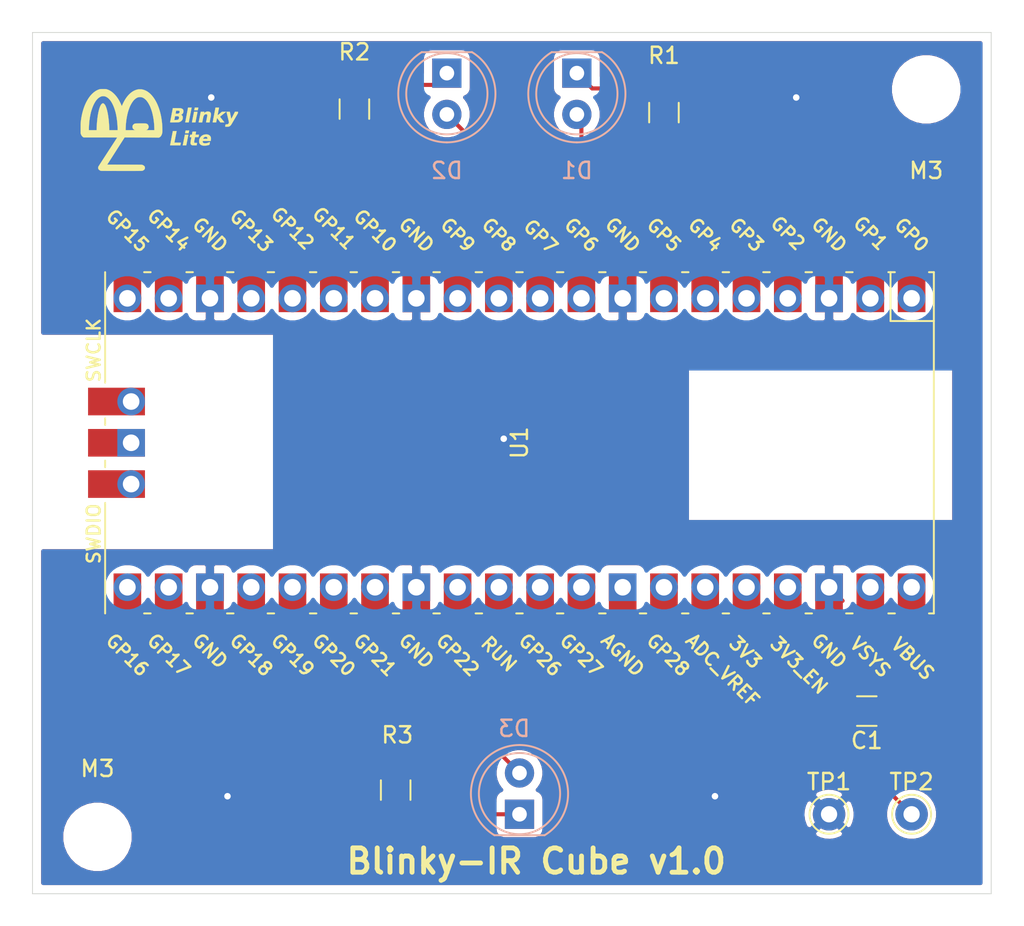
<source format=kicad_pcb>
(kicad_pcb (version 20171130) (host pcbnew 5.1.12-84ad8e8a86~92~ubuntu20.04.1)

  (general
    (thickness 1.6)
    (drawings 17)
    (tracks 23)
    (zones 0)
    (modules 13)
    (nets 41)
  )

  (page A4)
  (layers
    (0 F.Cu signal)
    (31 B.Cu signal)
    (32 B.Adhes user)
    (33 F.Adhes user)
    (34 B.Paste user)
    (35 F.Paste user)
    (36 B.SilkS user)
    (37 F.SilkS user)
    (38 B.Mask user)
    (39 F.Mask user)
    (40 Dwgs.User user)
    (41 Cmts.User user)
    (42 Eco1.User user)
    (43 Eco2.User user)
    (44 Edge.Cuts user)
    (45 Margin user)
    (46 B.CrtYd user)
    (47 F.CrtYd user)
    (48 B.Fab user hide)
    (49 F.Fab user hide)
  )

  (setup
    (last_trace_width 0.25)
    (trace_clearance 0.2)
    (zone_clearance 0.508)
    (zone_45_only no)
    (trace_min 0.2)
    (via_size 0.8)
    (via_drill 0.4)
    (via_min_size 0.4)
    (via_min_drill 0.3)
    (uvia_size 0.3)
    (uvia_drill 0.1)
    (uvias_allowed no)
    (uvia_min_size 0.2)
    (uvia_min_drill 0.1)
    (edge_width 0.05)
    (segment_width 0.2)
    (pcb_text_width 0.3)
    (pcb_text_size 1.5 1.5)
    (mod_edge_width 0.12)
    (mod_text_size 1 1)
    (mod_text_width 0.15)
    (pad_size 1.524 1.524)
    (pad_drill 0.762)
    (pad_to_mask_clearance 0.051)
    (solder_mask_min_width 0.25)
    (aux_axis_origin 0 0)
    (visible_elements FFFFFF7F)
    (pcbplotparams
      (layerselection 0x010fc_ffffffff)
      (usegerberextensions false)
      (usegerberattributes false)
      (usegerberadvancedattributes false)
      (creategerberjobfile false)
      (excludeedgelayer true)
      (linewidth 0.100000)
      (plotframeref false)
      (viasonmask false)
      (mode 1)
      (useauxorigin false)
      (hpglpennumber 1)
      (hpglpenspeed 20)
      (hpglpendiameter 15.000000)
      (psnegative false)
      (psa4output false)
      (plotreference true)
      (plotvalue true)
      (plotinvisibletext false)
      (padsonsilk false)
      (subtractmaskfromsilk false)
      (outputformat 1)
      (mirror false)
      (drillshape 1)
      (scaleselection 1)
      (outputdirectory ""))
  )

  (net 0 "")
  (net 1 +5V)
  (net 2 GND)
  (net 3 "Net-(D1-Pad1)")
  (net 4 "Net-(D2-Pad1)")
  (net 5 "Net-(D2-Pad2)")
  (net 6 "Net-(D3-Pad1)")
  (net 7 "Net-(D3-Pad2)")
  (net 8 "Net-(D1-Pad2)")
  (net 9 "Net-(U1-Pad43)")
  (net 10 "Net-(U1-Pad42)")
  (net 11 "Net-(U1-Pad41)")
  (net 12 "Net-(U1-Pad21)")
  (net 13 "Net-(U1-Pad22)")
  (net 14 "Net-(U1-Pad24)")
  (net 15 "Net-(U1-Pad25)")
  (net 16 "Net-(U1-Pad26)")
  (net 17 "Net-(U1-Pad27)")
  (net 18 "Net-(U1-Pad30)")
  (net 19 "Net-(U1-Pad31)")
  (net 20 "Net-(U1-Pad32)")
  (net 21 "Net-(U1-Pad33)")
  (net 22 "Net-(U1-Pad34)")
  (net 23 "Net-(U1-Pad35)")
  (net 24 "Net-(U1-Pad36)")
  (net 25 "Net-(U1-Pad37)")
  (net 26 "Net-(U1-Pad39)")
  (net 27 "Net-(U1-Pad20)")
  (net 28 "Net-(U1-Pad19)")
  (net 29 "Net-(U1-Pad17)")
  (net 30 "Net-(U1-Pad16)")
  (net 31 "Net-(U1-Pad15)")
  (net 32 "Net-(U1-Pad14)")
  (net 33 "Net-(U1-Pad12)")
  (net 34 "Net-(U1-Pad7)")
  (net 35 "Net-(U1-Pad6)")
  (net 36 "Net-(U1-Pad5)")
  (net 37 "Net-(U1-Pad4)")
  (net 38 "Net-(U1-Pad2)")
  (net 39 "Net-(U1-Pad1)")
  (net 40 "Net-(U1-Pad11)")

  (net_class Default "This is the default net class."
    (clearance 0.2)
    (trace_width 0.25)
    (via_dia 0.8)
    (via_drill 0.4)
    (uvia_dia 0.3)
    (uvia_drill 0.1)
    (add_net +5V)
    (add_net GND)
    (add_net "Net-(D1-Pad1)")
    (add_net "Net-(D1-Pad2)")
    (add_net "Net-(D2-Pad1)")
    (add_net "Net-(D2-Pad2)")
    (add_net "Net-(D3-Pad1)")
    (add_net "Net-(D3-Pad2)")
    (add_net "Net-(U1-Pad1)")
    (add_net "Net-(U1-Pad11)")
    (add_net "Net-(U1-Pad12)")
    (add_net "Net-(U1-Pad14)")
    (add_net "Net-(U1-Pad15)")
    (add_net "Net-(U1-Pad16)")
    (add_net "Net-(U1-Pad17)")
    (add_net "Net-(U1-Pad19)")
    (add_net "Net-(U1-Pad2)")
    (add_net "Net-(U1-Pad20)")
    (add_net "Net-(U1-Pad21)")
    (add_net "Net-(U1-Pad22)")
    (add_net "Net-(U1-Pad24)")
    (add_net "Net-(U1-Pad25)")
    (add_net "Net-(U1-Pad26)")
    (add_net "Net-(U1-Pad27)")
    (add_net "Net-(U1-Pad30)")
    (add_net "Net-(U1-Pad31)")
    (add_net "Net-(U1-Pad32)")
    (add_net "Net-(U1-Pad33)")
    (add_net "Net-(U1-Pad34)")
    (add_net "Net-(U1-Pad35)")
    (add_net "Net-(U1-Pad36)")
    (add_net "Net-(U1-Pad37)")
    (add_net "Net-(U1-Pad39)")
    (add_net "Net-(U1-Pad4)")
    (add_net "Net-(U1-Pad41)")
    (add_net "Net-(U1-Pad42)")
    (add_net "Net-(U1-Pad43)")
    (add_net "Net-(U1-Pad5)")
    (add_net "Net-(U1-Pad6)")
    (add_net "Net-(U1-Pad7)")
  )

  (module blinkyLiteLogo:blinkyLiteLogo (layer F.Cu) (tedit 0) (tstamp 633A69B6)
    (at 119 76)
    (fp_text reference G*** (at 0 0) (layer F.SilkS) hide
      (effects (font (size 1.524 1.524) (thickness 0.3)))
    )
    (fp_text value LOGO (at 0.75 0) (layer F.SilkS) hide
      (effects (font (size 1.524 1.524) (thickness 0.3)))
    )
    (fp_poly (pts (xy -3.607869 -2.519812) (xy -3.570756 -2.519693) (xy -3.541137 -2.519402) (xy -3.51772 -2.518862)
      (xy -3.499213 -2.517999) (xy -3.484323 -2.516736) (xy -3.471758 -2.514998) (xy -3.460226 -2.512707)
      (xy -3.448433 -2.509789) (xy -3.438889 -2.507211) (xy -3.351894 -2.478319) (xy -3.266834 -2.439831)
      (xy -3.183555 -2.391654) (xy -3.101904 -2.333696) (xy -3.021729 -2.265866) (xy -2.991996 -2.237849)
      (xy -2.918999 -2.162864) (xy -2.851092 -2.084012) (xy -2.787067 -1.999709) (xy -2.725716 -1.908374)
      (xy -2.670614 -1.816806) (xy -2.652804 -1.784476) (xy -2.632365 -1.745311) (xy -2.610501 -1.701799)
      (xy -2.588419 -1.656427) (xy -2.567324 -1.611682) (xy -2.548421 -1.57005) (xy -2.532916 -1.534019)
      (xy -2.529545 -1.525764) (xy -2.520741 -1.504469) (xy -2.513122 -1.48711) (xy -2.50753 -1.475538)
      (xy -2.504866 -1.471588) (xy -2.501966 -1.475967) (xy -2.496104 -1.487934) (xy -2.488093 -1.505732)
      (xy -2.478748 -1.527603) (xy -2.477416 -1.530804) (xy -2.466807 -1.555364) (xy -2.452938 -1.58601)
      (xy -2.437148 -1.619857) (xy -2.420779 -1.654024) (xy -2.408883 -1.678215) (xy -2.356406 -1.778762)
      (xy -2.30337 -1.870604) (xy -2.248837 -1.955107) (xy -2.191866 -2.033638) (xy -2.131521 -2.107563)
      (xy -2.06686 -2.178249) (xy -2.06188 -2.183386) (xy -1.982717 -2.25872) (xy -1.90139 -2.324229)
      (xy -1.81785 -2.379941) (xy -1.732048 -2.425886) (xy -1.643934 -2.462093) (xy -1.553458 -2.488593)
      (xy -1.543846 -2.490808) (xy -1.525362 -2.494672) (xy -1.507839 -2.497543) (xy -1.489284 -2.499562)
      (xy -1.467701 -2.500868) (xy -1.441098 -2.501603) (xy -1.407479 -2.501907) (xy -1.385913 -2.501941)
      (xy -1.34772 -2.50181) (xy -1.31761 -2.501323) (xy -1.293588 -2.50034) (xy -1.273661 -2.498721)
      (xy -1.255834 -2.496323) (xy -1.238112 -2.493008) (xy -1.22798 -2.490808) (xy -1.141337 -2.466663)
      (xy -1.056317 -2.433835) (xy -0.975731 -2.393451) (xy -0.95502 -2.381352) (xy -0.869819 -2.32429)
      (xy -0.787572 -2.257912) (xy -0.708451 -2.182587) (xy -0.632626 -2.098687) (xy -0.56027 -2.006583)
      (xy -0.491555 -1.906646) (xy -0.426652 -1.799245) (xy -0.365733 -1.684754) (xy -0.30897 -1.563541)
      (xy -0.256535 -1.435978) (xy -0.208598 -1.302436) (xy -0.165333 -1.163287) (xy -0.126911 -1.018899)
      (xy -0.093503 -0.869646) (xy -0.065281 -0.715897) (xy -0.042417 -0.558023) (xy -0.025083 -0.396396)
      (xy -0.022643 -0.367897) (xy -0.020173 -0.334306) (xy -0.017755 -0.294685) (xy -0.015436 -0.250506)
      (xy -0.013267 -0.203241) (xy -0.011295 -0.154363) (xy -0.009567 -0.105342) (xy -0.008134 -0.057652)
      (xy -0.007043 -0.012764) (xy -0.006342 0.027851) (xy -0.00608 0.062719) (xy -0.006305 0.090369)
      (xy -0.006996 0.108353) (xy -0.01517 0.173203) (xy -0.030406 0.236354) (xy -0.052008 0.295619)
      (xy -0.07928 0.348811) (xy -0.087912 0.362432) (xy -0.118509 0.401764) (xy -0.152459 0.432295)
      (xy -0.190065 0.454664) (xy -0.206415 0.461998) (xy -0.219332 0.466123) (xy -0.232582 0.467631)
      (xy -0.249931 0.467113) (xy -0.263141 0.466135) (xy -0.272298 0.465793) (xy -0.291032 0.465439)
      (xy -0.318841 0.465077) (xy -0.355223 0.464709) (xy -0.399674 0.464337) (xy -0.451694 0.463964)
      (xy -0.510779 0.463593) (xy -0.576428 0.463227) (xy -0.648138 0.462867) (xy -0.725406 0.462516)
      (xy -0.807731 0.462178) (xy -0.89461 0.461854) (xy -0.985542 0.461547) (xy -1.080022 0.461261)
      (xy -1.17755 0.460996) (xy -1.277623 0.460757) (xy -1.318347 0.460669) (xy -2.331793 0.458538)
      (xy -2.865963 1.293902) (xy -3.400132 2.129266) (xy -2.341366 2.131844) (xy -2.21939 2.132145)
      (xy -2.107083 2.132431) (xy -2.004033 2.132708) (xy -1.909829 2.13298) (xy -1.82406 2.13325)
      (xy -1.746315 2.133523) (xy -1.676182 2.133804) (xy -1.613252 2.134097) (xy -1.557112 2.134406)
      (xy -1.507351 2.134735) (xy -1.463559 2.135089) (xy -1.425325 2.135472) (xy -1.392236 2.135889)
      (xy -1.363883 2.136343) (xy -1.339854 2.13684) (xy -1.319738 2.137383) (xy -1.303124 2.137976)
      (xy -1.2896 2.138625) (xy -1.278757 2.139333) (xy -1.270182 2.140105) (xy -1.263464 2.140944)
      (xy -1.258193 2.141857) (xy -1.253958 2.142845) (xy -1.252361 2.143292) (xy -1.206539 2.160396)
      (xy -1.165552 2.182997) (xy -1.130835 2.210064) (xy -1.103822 2.240564) (xy -1.093013 2.257968)
      (xy -1.087127 2.270558) (xy -1.083518 2.283322) (xy -1.081668 2.299307) (xy -1.081059 2.321558)
      (xy -1.08104 2.328333) (xy -1.081424 2.35259) (xy -1.082921 2.369832) (xy -1.086049 2.383105)
      (xy -1.091328 2.395456) (xy -1.093013 2.398698) (xy -1.110011 2.423543) (xy -1.133666 2.448614)
      (xy -1.161007 2.471155) (xy -1.189065 2.488409) (xy -1.190427 2.489081) (xy -1.196818 2.492322)
      (xy -1.202428 2.495329) (xy -1.207636 2.49811) (xy -1.212824 2.500673) (xy -1.218372 2.503028)
      (xy -1.22466 2.505182) (xy -1.232069 2.507145) (xy -1.240981 2.508926) (xy -1.251774 2.510533)
      (xy -1.264831 2.511974) (xy -1.280531 2.513259) (xy -1.299255 2.514396) (xy -1.321384 2.515394)
      (xy -1.347298 2.516261) (xy -1.377378 2.517007) (xy -1.412005 2.517639) (xy -1.451558 2.518168)
      (xy -1.496419 2.5186) (xy -1.546969 2.518946) (xy -1.603587 2.519213) (xy -1.666654 2.519411)
      (xy -1.736551 2.519548) (xy -1.813659 2.519632) (xy -1.898358 2.519673) (xy -1.991029 2.51968)
      (xy -2.092052 2.51966) (xy -2.201807 2.519623) (xy -2.320677 2.519577) (xy -2.44904 2.519531)
      (xy -2.52216 2.519509) (xy -2.656244 2.519467) (xy -2.78061 2.519414) (xy -2.895623 2.519348)
      (xy -3.001644 2.519266) (xy -3.099036 2.519167) (xy -3.188161 2.519048) (xy -3.269382 2.518907)
      (xy -3.343061 2.518742) (xy -3.409561 2.51855) (xy -3.469245 2.51833) (xy -3.522476 2.518079)
      (xy -3.569614 2.517795) (xy -3.611024 2.517476) (xy -3.647068 2.51712) (xy -3.678108 2.516724)
      (xy -3.704507 2.516287) (xy -3.726627 2.515806) (xy -3.744831 2.515279) (xy -3.759482 2.514703)
      (xy -3.770942 2.514077) (xy -3.779573 2.513399) (xy -3.785738 2.512666) (xy -3.789801 2.511876)
      (xy -3.789841 2.511865) (xy -3.832551 2.496716) (xy -3.871741 2.475287) (xy -3.905676 2.448865)
      (xy -3.932617 2.418736) (xy -3.946563 2.395768) (xy -3.952783 2.381279) (xy -3.956481 2.366736)
      (xy -3.958246 2.348732) (xy -3.958671 2.325813) (xy -3.958284 2.302507) (xy -3.956638 2.285621)
      (xy -3.953005 2.271513) (xy -3.946656 2.256539) (xy -3.943557 2.250218) (xy -3.939352 2.243069)
      (xy -3.929911 2.227886) (xy -3.915496 2.205081) (xy -3.896376 2.175064) (xy -3.872813 2.138248)
      (xy -3.845075 2.095042) (xy -3.813426 2.045859) (xy -3.778131 1.991109) (xy -3.739457 1.931203)
      (xy -3.697668 1.866553) (xy -3.65303 1.79757) (xy -3.605808 1.724664) (xy -3.556267 1.648248)
      (xy -3.504674 1.568732) (xy -3.451292 1.486527) (xy -3.396388 1.402044) (xy -3.359679 1.345595)
      (xy -3.304138 1.260197) (xy -3.250051 1.177013) (xy -3.197678 1.096441) (xy -3.147275 1.018877)
      (xy -3.0991 0.944718) (xy -3.05341 0.874361) (xy -3.010463 0.808203) (xy -2.970516 0.746641)
      (xy -2.933827 0.690072) (xy -2.900652 0.638892) (xy -2.871251 0.5935) (xy -2.845879 0.554291)
      (xy -2.824794 0.521662) (xy -2.808255 0.496011) (xy -2.796518 0.477735) (xy -2.78984 0.46723)
      (xy -2.788314 0.464711) (xy -2.789546 0.463934) (xy -2.794132 0.463221) (xy -2.802432 0.462569)
      (xy -2.814807 0.461977) (xy -2.831618 0.461441) (xy -2.853226 0.460961) (xy -2.87999 0.460533)
      (xy -2.912273 0.460157) (xy -2.950435 0.459829) (xy -2.994837 0.459548) (xy -3.04584 0.459312)
      (xy -3.103804 0.459119) (xy -3.16909 0.458966) (xy -3.24206 0.458851) (xy -3.323074 0.458773)
      (xy -3.412492 0.45873) (xy -3.510676 0.458718) (xy -3.617987 0.458737) (xy -3.734785 0.458785)
      (xy -3.814779 0.458829) (xy -4.843845 0.459446) (xy -4.872468 0.445603) (xy -4.90714 0.423747)
      (xy -4.940024 0.393128) (xy -4.970169 0.355027) (xy -4.996626 0.310725) (xy -5.018444 0.261504)
      (xy -5.026567 0.237865) (xy -5.039682 0.196027) (xy -5.03962 0.010079) (xy -4.530675 0.010079)
      (xy -4.053515 0.010079) (xy -4.050138 -0.104574) (xy -4.049051 -0.139445) (xy -4.047906 -0.172617)
      (xy -4.046776 -0.202183) (xy -4.045738 -0.226235) (xy -4.044865 -0.242866) (xy -4.044584 -0.246945)
      (xy -4.043374 -0.263952) (xy -4.041875 -0.287391) (xy -4.040312 -0.313629) (xy -4.03939 -0.330099)
      (xy -4.037929 -0.354422) (xy -4.035942 -0.383914) (xy -4.033577 -0.416731) (xy -4.03098 -0.451025)
      (xy -4.028297 -0.484951) (xy -4.025675 -0.516661) (xy -4.023262 -0.54431) (xy -4.021204 -0.566051)
      (xy -4.019648 -0.580038) (xy -4.019358 -0.582084) (xy -4.017654 -0.595226) (xy -4.015617 -0.613887)
      (xy -4.014064 -0.629961) (xy -4.011516 -0.655115) (xy -4.007831 -0.687515) (xy -4.003358 -0.724436)
      (xy -3.998445 -0.763152) (xy -3.993438 -0.800941) (xy -3.988686 -0.835077) (xy -3.984538 -0.862837)
      (xy -3.983491 -0.869345) (xy -3.979752 -0.892412) (xy -3.976318 -0.91421) (xy -3.973772 -0.931022)
      (xy -3.973223 -0.934861) (xy -3.970143 -0.954211) (xy -3.965312 -0.981182) (xy -3.959172 -1.013557)
      (xy -3.952166 -1.049119) (xy -3.944736 -1.085652) (xy -3.937326 -1.120938) (xy -3.930376 -1.152762)
      (xy -3.925444 -1.174246) (xy -3.912252 -1.226517) (xy -3.897446 -1.279218) (xy -3.881569 -1.330768)
      (xy -3.865164 -1.379587) (xy -3.848774 -1.424097) (xy -3.832945 -1.462716) (xy -3.818218 -1.493865)
      (xy -3.81101 -1.506865) (xy -3.801626 -1.52301) (xy -3.793341 -1.537965) (xy -3.790568 -1.543277)
      (xy -3.781881 -1.556564) (xy -3.767955 -1.573762) (xy -3.751226 -1.59225) (xy -3.734128 -1.609404)
      (xy -3.719098 -1.622602) (xy -3.712651 -1.62719) (xy -3.684476 -1.638843) (xy -3.654407 -1.640763)
      (xy -3.63831 -1.637805) (xy -3.624706 -1.632534) (xy -3.61045 -1.623233) (xy -3.593454 -1.608377)
      (xy -3.580731 -1.595818) (xy -3.564613 -1.578702) (xy -3.550595 -1.562465) (xy -3.540695 -1.54951)
      (xy -3.537742 -1.544663) (xy -3.530565 -1.53113) (xy -3.521065 -1.514313) (xy -3.516688 -1.506865)
      (xy -3.502771 -1.480341) (xy -3.487461 -1.445505) (xy -3.471303 -1.403937) (xy -3.454838 -1.357217)
      (xy -3.438612 -1.306925) (xy -3.423168 -1.25464) (xy -3.409048 -1.201944) (xy -3.402255 -1.174246)
      (xy -3.395993 -1.146792) (xy -3.388916 -1.114101) (xy -3.381466 -1.078388) (xy -3.374086 -1.041872)
      (xy -3.367218 -1.006769) (xy -3.361304 -0.975296) (xy -3.356787 -0.949669) (xy -3.354475 -0.934861)
      (xy -3.352353 -0.920528) (xy -3.349149 -0.899973) (xy -3.345447 -0.876915) (xy -3.344208 -0.869345)
      (xy -3.340301 -0.843961) (xy -3.335689 -0.811405) (xy -3.330721 -0.774401) (xy -3.325744 -0.735673)
      (xy -3.321107 -0.697947) (xy -3.317156 -0.663946) (xy -3.314241 -0.636395) (xy -3.313635 -0.629961)
      (xy -3.311694 -0.610148) (xy -3.309681 -0.592183) (xy -3.30834 -0.582084) (xy -3.30693 -0.570293)
      (xy -3.304982 -0.550293) (xy -3.302643 -0.52393) (xy -3.30006 -0.49305) (xy -3.297378 -0.459499)
      (xy -3.294746 -0.425124) (xy -3.29231 -0.391771) (xy -3.290216 -0.361287) (xy -3.288612 -0.335518)
      (xy -3.288309 -0.330099) (xy -3.286824 -0.303973) (xy -3.285258 -0.278334) (xy -3.283838 -0.256818)
      (xy -3.283115 -0.246945) (xy -3.282326 -0.233743) (xy -3.281344 -0.212372) (xy -3.280241 -0.18474)
      (xy -3.279094 -0.152754) (xy -3.277975 -0.118321) (xy -3.27756 -0.104574) (xy -3.274184 0.010079)
      (xy -2.761746 0.010079) (xy -2.267857 0.010079) (xy -1.956657 0.009558) (xy -1.885038 0.009366)
      (xy -1.823488 0.009045) (xy -1.771996 0.008596) (xy -1.730551 0.008019) (xy -1.699144 0.007312)
      (xy -1.677765 0.006477) (xy -1.666402 0.005513) (xy -1.665046 0.004419) (xy -1.665615 0.004265)
      (xy -1.667361 0.003835) (xy -1.620592 0.003835) (xy -1.615638 0.004642) (xy -1.609102 0.003715)
      (xy -1.609024 0.001995) (xy -1.615769 0.000792) (xy -1.618683 0.001597) (xy -1.620592 0.003835)
      (xy -1.667361 0.003835) (xy -1.693165 -0.00252) (xy -1.59254 -0.00252) (xy -1.59002 0)
      (xy -1.5875 -0.00252) (xy -1.59002 -0.00504) (xy -1.59254 -0.00252) (xy -1.693165 -0.00252)
      (xy -1.693316 -0.002557) (xy -1.710708 -0.00756) (xy -1.577421 -0.00756) (xy -1.574901 -0.00504)
      (xy -1.572381 -0.00756) (xy -1.574901 -0.01008) (xy -1.577421 -0.00756) (xy -1.710708 -0.00756)
      (xy -1.713768 -0.00844) (xy -1.724842 -0.012599) (xy -1.562302 -0.012599) (xy -1.559782 -0.01008)
      (xy -1.557262 -0.012599) (xy -1.559782 -0.015119) (xy -1.562302 -0.012599) (xy -1.724842 -0.012599)
      (xy -1.729612 -0.01439) (xy -1.736035 -0.017639) (xy -1.552222 -0.017639) (xy -1.549702 -0.015119)
      (xy -1.547182 -0.017639) (xy -1.549702 -0.020159) (xy -1.552222 -0.017639) (xy -1.736035 -0.017639)
      (xy -1.743489 -0.021409) (xy -1.753586 -0.027718) (xy -1.537103 -0.027718) (xy -1.534583 -0.025199)
      (xy -1.532063 -0.027718) (xy -1.534583 -0.030238) (xy -1.537103 -0.027718) (xy -1.753586 -0.027718)
      (xy -1.758041 -0.030501) (xy -1.759308 -0.031345) (xy -1.764383 -0.035606) (xy -1.520748 -0.035606)
      (xy -1.520059 -0.035278) (xy -1.51546 -0.038826) (xy -1.514425 -0.040318) (xy -1.51314 -0.045029)
      (xy -1.51383 -0.045357) (xy -1.518429 -0.04181) (xy -1.519464 -0.040318) (xy -1.520748 -0.035606)
      (xy -1.764383 -0.035606) (xy -1.792282 -0.059028) (xy -1.798766 -0.067419) (xy -1.491746 -0.067419)
      (xy -1.489295 -0.06591) (xy -1.482595 -0.072384) (xy -1.481024 -0.074336) (xy -1.476665 -0.080305)
      (xy -1.479275 -0.079054) (xy -1.482927 -0.076238) (xy -1.489906 -0.070021) (xy -1.491746 -0.067419)
      (xy -1.798766 -0.067419) (xy -1.813129 -0.086003) (xy -1.475391 -0.086003) (xy -1.474702 -0.085675)
      (xy -1.470103 -0.089223) (xy -1.469067 -0.090715) (xy -1.467783 -0.095426) (xy -1.468473 -0.095754)
      (xy -1.473072 -0.092206) (xy -1.474107 -0.090715) (xy -1.475391 -0.086003) (xy -1.813129 -0.086003)
      (xy -1.818194 -0.092556) (xy -1.823382 -0.103314) (xy -1.466548 -0.103314) (xy -1.464028 -0.100794)
      (xy -1.461508 -0.103314) (xy -1.464028 -0.105834) (xy -1.466548 -0.103314) (xy -1.823382 -0.103314)
      (xy -1.828242 -0.113393) (xy -1.461508 -0.113393) (xy -1.458988 -0.110873) (xy -1.456468 -0.113393)
      (xy -1.458988 -0.115913) (xy -1.461508 -0.113393) (xy -1.828242 -0.113393) (xy -1.835534 -0.128512)
      (xy -1.456468 -0.128512) (xy -1.453948 -0.125992) (xy -1.451429 -0.128512) (xy -1.453948 -0.131032)
      (xy -1.456468 -0.128512) (xy -1.835534 -0.128512) (xy -1.836428 -0.130365) (xy -1.839063 -0.141111)
      (xy -1.451429 -0.141111) (xy -1.449585 -0.136963) (xy -1.448069 -0.137752) (xy -1.447466 -0.143732)
      (xy -1.448069 -0.144471) (xy -1.451065 -0.143779) (xy -1.451429 -0.141111) (xy -1.839063 -0.141111)
      (xy -1.844727 -0.16421) (xy -1.445991 -0.16421) (xy -1.445064 -0.157673) (xy -1.443344 -0.157595)
      (xy -1.442141 -0.16434) (xy -1.442946 -0.167255) (xy -1.445184 -0.169164) (xy -1.445991 -0.16421)
      (xy -1.844727 -0.16421) (xy -1.846366 -0.170893) (xy -1.847392 -0.212577) (xy -1.844476 -0.229726)
      (xy -1.445991 -0.229726) (xy -1.445064 -0.223189) (xy -1.443344 -0.223111) (xy -1.442141 -0.229856)
      (xy -1.442946 -0.232771) (xy -1.445184 -0.23468) (xy -1.445991 -0.229726) (xy -1.844476 -0.229726)
      (xy -1.842412 -0.241858) (xy -1.838738 -0.251984) (xy -1.451429 -0.251984) (xy -1.449585 -0.247836)
      (xy -1.448069 -0.248625) (xy -1.447466 -0.254605) (xy -1.448069 -0.255344) (xy -1.451065 -0.254652)
      (xy -1.451429 -0.251984) (xy -1.838738 -0.251984) (xy -1.834166 -0.264584) (xy -1.456468 -0.264584)
      (xy -1.453948 -0.262064) (xy -1.451429 -0.264584) (xy -1.453948 -0.267103) (xy -1.456468 -0.264584)
      (xy -1.834166 -0.264584) (xy -1.828679 -0.279703) (xy -1.461508 -0.279703) (xy -1.458988 -0.277183)
      (xy -1.456468 -0.279703) (xy -1.458988 -0.282222) (xy -1.461508 -0.279703) (xy -1.828679 -0.279703)
      (xy -1.826621 -0.285374) (xy -1.823831 -0.289782) (xy -1.466548 -0.289782) (xy -1.464028 -0.287262)
      (xy -1.461508 -0.289782) (xy -1.464028 -0.292302) (xy -1.466548 -0.289782) (xy -1.823831 -0.289782)
      (xy -1.813581 -0.305976) (xy -1.475815 -0.305976) (xy -1.474588 -0.30316) (xy -1.469514 -0.29775)
      (xy -1.466597 -0.298859) (xy -1.466548 -0.299564) (xy -1.470127 -0.303827) (xy -1.472366 -0.305382)
      (xy -1.475815 -0.305976) (xy -1.813581 -0.305976) (xy -1.803308 -0.322204) (xy -1.79785 -0.327541)
      (xy -1.491416 -0.327541) (xy -1.490164 -0.324932) (xy -1.487349 -0.32128) (xy -1.479993 -0.313445)
      (xy -1.47671 -0.313479) (xy -1.476627 -0.314363) (xy -1.480071 -0.31857) (xy -1.485446 -0.323183)
      (xy -1.491416 -0.327541) (xy -1.79785 -0.327541) (xy -1.772569 -0.35226) (xy -1.765819 -0.356373)
      (xy -1.521172 -0.356373) (xy -1.519945 -0.353557) (xy -1.514871 -0.348146) (xy -1.511954 -0.349256)
      (xy -1.511905 -0.349961) (xy -1.515484 -0.354223) (xy -1.517723 -0.355779) (xy -1.521172 -0.356373)
      (xy -1.765819 -0.356373) (xy -1.75104 -0.365377) (xy -1.537103 -0.365377) (xy -1.534583 -0.362857)
      (xy -1.532063 -0.365377) (xy -1.534583 -0.367897) (xy -1.537103 -0.365377) (xy -1.75104 -0.365377)
      (xy -1.734499 -0.375454) (xy -1.734491 -0.375457) (xy -1.552222 -0.375457) (xy -1.549702 -0.372937)
      (xy -1.547182 -0.375457) (xy -1.549702 -0.377976) (xy -1.552222 -0.375457) (xy -1.734491 -0.375457)
      (xy -1.720441 -0.380496) (xy -1.562302 -0.380496) (xy -1.559782 -0.377976) (xy -1.557262 -0.380496)
      (xy -1.559782 -0.383016) (xy -1.562302 -0.380496) (xy -1.720441 -0.380496) (xy -1.706387 -0.385536)
      (xy -1.577421 -0.385536) (xy -1.574901 -0.383016) (xy -1.572381 -0.385536) (xy -1.574901 -0.388056)
      (xy -1.577421 -0.385536) (xy -1.706387 -0.385536) (xy -1.692333 -0.390576) (xy -1.59254 -0.390576)
      (xy -1.59002 -0.388056) (xy -1.5875 -0.390576) (xy -1.59002 -0.393095) (xy -1.59254 -0.390576)
      (xy -1.692333 -0.390576) (xy -1.689196 -0.391701) (xy -1.678003 -0.3943) (xy -1.620592 -0.3943)
      (xy -1.615638 -0.393493) (xy -1.609102 -0.39442) (xy -1.609024 -0.39614) (xy -1.615769 -0.397343)
      (xy -1.618683 -0.396538) (xy -1.620592 -0.3943) (xy -1.678003 -0.3943) (xy -1.673175 -0.395421)
      (xy -1.663657 -0.397083) (xy -1.652049 -0.398498) (xy -1.637535 -0.399684) (xy -1.619304 -0.400661)
      (xy -1.596541 -0.401446) (xy -1.568435 -0.402059) (xy -1.534171 -0.402516) (xy -1.492938 -0.402838)
      (xy -1.44392 -0.403041) (xy -1.386306 -0.403146) (xy -1.331842 -0.403171) (xy -1.268924 -0.403164)
      (xy -1.215249 -0.403123) (xy -1.169981 -0.403022) (xy -1.132284 -0.402832) (xy -1.101321 -0.402526)
      (xy -1.076257 -0.402078) (xy -1.056255 -0.401459) (xy -1.040479 -0.400642) (xy -1.028093 -0.399601)
      (xy -1.018261 -0.398308) (xy -1.010146 -0.396735) (xy -1.002912 -0.394855) (xy -0.995723 -0.392642)
      (xy -0.994183 -0.392145) (xy -0.962603 -0.380289) (xy -0.937799 -0.366691) (xy -0.916473 -0.34933)
      (xy -0.905276 -0.337718) (xy -0.880587 -0.303179) (xy -0.863851 -0.264166) (xy -0.855069 -0.222397)
      (xy -0.85424 -0.179591) (xy -0.861365 -0.137464) (xy -0.876443 -0.097735) (xy -0.899475 -0.062122)
      (xy -0.905276 -0.055377) (xy -0.929395 -0.032412) (xy -0.95575 -0.015635) (xy -0.988106 -0.002685)
      (xy -0.990322 -0.001977) (xy -1.020536 0.007559) (xy -0.761458 0.008865) (xy -0.711323 0.009071)
      (xy -0.664289 0.009173) (xy -0.621308 0.009175) (xy -0.583334 0.009081) (xy -0.551321 0.008897)
      (xy -0.52622 0.008626) (xy -0.508986 0.008272) (xy -0.50057 0.00784) (xy -0.499895 0.007686)
      (xy -0.499254 0.00195) (xy -0.499133 -0.012563) (xy -0.499476 -0.034567) (xy -0.500228 -0.062776)
      (xy -0.501335 -0.095904) (xy -0.502743 -0.132667) (xy -0.504395 -0.171776) (xy -0.506238 -0.211948)
      (xy -0.508216 -0.251895) (xy -0.510275 -0.290333) (xy -0.51236 -0.325974) (xy -0.514417 -0.357534)
      (xy -0.51639 -0.383726) (xy -0.516756 -0.388056) (xy -0.533239 -0.545708) (xy -0.554994 -0.699891)
      (xy -0.581731 -0.848813) (xy -0.613158 -0.990679) (xy -0.617662 -1.008865) (xy -0.624065 -1.034532)
      (xy -0.629664 -1.057234) (xy -0.633953 -1.074909) (xy -0.636429 -1.085495) (xy -0.636744 -1.08698)
      (xy -0.640087 -1.099255) (xy -0.641744 -1.103691) (xy -0.645411 -1.115161) (xy -0.646783 -1.12133)
      (xy -0.649857 -1.133725) (xy -0.651665 -1.138968) (xy -0.654273 -1.14638) (xy -0.65927 -1.161377)
      (xy -0.665992 -1.181943) (xy -0.673776 -1.206057) (xy -0.675695 -1.212044) (xy -0.685943 -1.242815)
      (xy -0.698464 -1.278534) (xy -0.711692 -1.314825) (xy -0.724063 -1.347315) (xy -0.724377 -1.348115)
      (xy -0.734104 -1.373242) (xy -0.742373 -1.395288) (xy -0.748525 -1.412443) (xy -0.751901 -1.422896)
      (xy -0.752341 -1.42497) (xy -0.754612 -1.430843) (xy -0.75578 -1.43127) (xy -0.759193 -1.435455)
      (xy -0.763872 -1.44539) (xy -0.768267 -1.45715) (xy -0.770829 -1.466807) (xy -0.770929 -1.46966)
      (xy -0.773538 -1.475344) (xy -0.774421 -1.476084) (xy -0.778091 -1.481487) (xy -0.785311 -1.494221)
      (xy -0.795156 -1.512586) (xy -0.806701 -1.53488) (xy -0.81128 -1.543906) (xy -0.850401 -1.616373)
      (xy -0.892831 -1.685723) (xy -0.936572 -1.748716) (xy -0.942421 -1.756493) (xy -0.957095 -1.775861)
      (xy -0.970494 -1.793637) (xy -0.980811 -1.807419) (xy -0.985119 -1.81325) (xy -0.995012 -1.824747)
      (xy -1.010958 -1.840958) (xy -1.03117 -1.860264) (xy -1.053858 -1.881045) (xy -1.077234 -1.901683)
      (xy -1.099511 -1.920559) (xy -1.118899 -1.936054) (xy -1.128889 -1.943396) (xy -1.185074 -1.977998)
      (xy -1.24111 -2.003086) (xy -1.298363 -2.019112) (xy -1.358204 -2.026525) (xy -1.383393 -2.027179)
      (xy -1.444665 -2.023114) (xy -1.502798 -2.010618) (xy -1.55916 -1.989241) (xy -1.61512 -1.958532)
      (xy -1.637897 -1.943396) (xy -1.654524 -1.930886) (xy -1.675175 -1.913968) (xy -1.698061 -1.89426)
      (xy -1.721393 -1.873382) (xy -1.743384 -1.852952) (xy -1.762244 -1.83459) (xy -1.776185 -1.819913)
      (xy -1.781667 -1.81325) (xy -1.788884 -1.803518) (xy -1.800402 -1.788173) (xy -1.814415 -1.769615)
      (xy -1.824365 -1.756493) (xy -1.86813 -1.694598) (xy -1.910852 -1.625911) (xy -1.950531 -1.553673)
      (xy -1.955505 -1.543906) (xy -1.96745 -1.520576) (xy -1.978041 -1.500539) (xy -1.986353 -1.485494)
      (xy -1.991463 -1.477143) (xy -1.992365 -1.476084) (xy -1.995531 -1.4716) (xy -1.995363 -1.471024)
      (xy -1.99598 -1.465184) (xy -1.999418 -1.454446) (xy -2.004156 -1.442682) (xy -2.008668 -1.433763)
      (xy -2.011006 -1.43127) (xy -2.014138 -1.427245) (xy -2.014445 -1.42497) (xy -2.016299 -1.418266)
      (xy -2.021237 -1.404014) (xy -2.0286 -1.384025) (xy -2.037729 -1.36011) (xy -2.042409 -1.348115)
      (xy -2.054734 -1.315792) (xy -2.067959 -1.279547) (xy -2.08052 -1.243754) (xy -2.090853 -1.212787)
      (xy -2.091091 -1.212044) (xy -2.099028 -1.187387) (xy -2.106061 -1.165802) (xy -2.111525 -1.149309)
      (xy -2.114756 -1.139926) (xy -2.115121 -1.138968) (xy -2.118651 -1.127501) (xy -2.120002 -1.12133)
      (xy -2.123155 -1.108931) (xy -2.125042 -1.103691) (xy -2.12888 -1.091964) (xy -2.130042 -1.08698)
      (xy -2.131876 -1.078926) (xy -2.135674 -1.063162) (xy -2.140932 -1.041752) (xy -2.147147 -1.016759)
      (xy -2.149124 -1.008865) (xy -2.181241 -0.867659) (xy -2.208638 -0.719383) (xy -2.230992 -0.566038)
      (xy -2.247978 -0.409624) (xy -2.250084 -0.385536) (xy -2.25254 -0.353557) (xy -2.255101 -0.315015)
      (xy -2.257668 -0.271904) (xy -2.260146 -0.226217) (xy -2.262437 -0.179951) (xy -2.264443 -0.135097)
      (xy -2.266067 -0.093652) (xy -2.267213 -0.05761) (xy -2.267782 -0.028964) (xy -2.267827 -0.021419)
      (xy -2.267857 0.010079) (xy -2.761746 0.010079) (xy -2.761776 -0.041578) (xy -2.763533 -0.151416)
      (xy -2.768533 -0.266315) (xy -2.776556 -0.384109) (xy -2.787381 -0.502631) (xy -2.800786 -0.619718)
      (xy -2.816552 -0.733202) (xy -2.834458 -0.840917) (xy -2.852687 -0.933323) (xy -2.858319 -0.959747)
      (xy -2.863259 -0.983273) (xy -2.867081 -1.001841) (xy -2.869356 -1.013392) (xy -2.869724 -1.015496)
      (xy -2.872449 -1.027909) (xy -2.87408 -1.033135) (xy -2.876771 -1.042162) (xy -2.880671 -1.057111)
      (xy -2.88487 -1.074244) (xy -2.888457 -1.089826) (xy -2.890521 -1.100119) (xy -2.890666 -1.101171)
      (xy -2.892869 -1.110155) (xy -2.894129 -1.11377) (xy -2.896466 -1.120968) (xy -2.901082 -1.136052)
      (xy -2.907438 -1.157231) (xy -2.914995 -1.182713) (xy -2.920656 -1.201965) (xy -2.954534 -1.308794)
      (xy -2.992413 -1.412181) (xy -3.033657 -1.510655) (xy -3.077632 -1.602747) (xy -3.123704 -1.68699)
      (xy -3.145976 -1.723572) (xy -3.158759 -1.7439) (xy -3.169983 -1.7619) (xy -3.178279 -1.77537)
      (xy -3.181903 -1.781427) (xy -3.188827 -1.791789) (xy -3.192897 -1.796546) (xy -3.199509 -1.803864)
      (xy -3.208951 -1.815315) (xy -3.219224 -1.828333) (xy -3.228328 -1.840355) (xy -3.234264 -1.848815)
      (xy -3.235476 -1.851168) (xy -3.238659 -1.855911) (xy -3.24673 -1.865175) (xy -3.251855 -1.870627)
      (xy -3.263874 -1.883219) (xy -3.279328 -1.899539) (xy -3.294098 -1.915228) (xy -3.326287 -1.946063)
      (xy -3.364454 -1.97702) (xy -3.405734 -2.006101) (xy -3.44726 -2.031307) (xy -3.486166 -2.050641)
      (xy -3.491517 -2.052878) (xy -3.553387 -2.072857) (xy -3.615717 -2.082787) (xy -3.678198 -2.082667)
      (xy -3.740521 -2.072497) (xy -3.800903 -2.052878) (xy -3.83918 -2.034581) (xy -3.8805 -2.010116)
      (xy -3.921996 -1.981482) (xy -3.960803 -1.950676) (xy -3.994056 -1.919697) (xy -3.998323 -1.915228)
      (xy -4.013846 -1.898741) (xy -4.029216 -1.882515) (xy -4.040565 -1.870627) (xy -4.050238 -1.860097)
      (xy -4.056118 -1.852787) (xy -4.056944 -1.851168) (xy -4.05983 -1.846302) (xy -4.067154 -1.836245)
      (xy -4.076916 -1.823562) (xy -4.087117 -1.810819) (xy -4.095758 -1.800579) (xy -4.099524 -1.796546)
      (xy -4.106292 -1.788078) (xy -4.110518 -1.781427) (xy -4.115459 -1.773213) (xy -4.124431 -1.758691)
      (xy -4.136064 -1.740066) (xy -4.146445 -1.723572) (xy -4.193285 -1.643541) (xy -4.238328 -1.554967)
      (xy -4.280939 -1.459319) (xy -4.320484 -1.358066) (xy -4.356328 -1.252677) (xy -4.371765 -1.201965)
      (xy -4.379838 -1.17455) (xy -4.387084 -1.150197) (xy -4.392963 -1.130696) (xy -4.396938 -1.11784)
      (xy -4.398291 -1.11377) (xy -4.401253 -1.103966) (xy -4.401755 -1.101171) (xy -4.403426 -1.092308)
      (xy -4.406793 -1.077445) (xy -4.410946 -1.060319) (xy -4.414973 -1.044666) (xy -4.417964 -1.034224)
      (xy -4.41834 -1.033135) (xy -4.421518 -1.021649) (xy -4.422696 -1.015496) (xy -4.424281 -1.007113)
      (xy -4.427572 -0.990939) (xy -4.432142 -0.969034) (xy -4.437564 -0.943457) (xy -4.439734 -0.933323)
      (xy -4.459417 -0.832852) (xy -4.477165 -0.724613) (xy -4.492757 -0.610774) (xy -4.505971 -0.493499)
      (xy -4.516587 -0.374955) (xy -4.524384 -0.257308) (xy -4.529142 -0.142723) (xy -4.530645 -0.041578)
      (xy -4.530675 0.010079) (xy -5.03962 0.010079) (xy -5.039583 -0.097274) (xy -5.039486 -0.167534)
      (xy -5.039235 -0.22855) (xy -5.038813 -0.281157) (xy -5.038203 -0.326189) (xy -5.037387 -0.364482)
      (xy -5.036349 -0.396869) (xy -5.035071 -0.424185) (xy -5.033537 -0.447265) (xy -5.032071 -0.463651)
      (xy -5.010276 -0.643561) (xy -4.981983 -0.818075) (xy -4.947305 -0.986842) (xy -4.906353 -1.149512)
      (xy -4.859239 -1.305735) (xy -4.806074 -1.45516) (xy -4.746971 -1.597439) (xy -4.68204 -1.732221)
      (xy -4.611393 -1.859155) (xy -4.562207 -1.937676) (xy -4.517183 -2.003964) (xy -4.473439 -2.063273)
      (xy -4.4289 -2.118128) (xy -4.381491 -2.171053) (xy -4.329137 -2.224575) (xy -4.315544 -2.237849)
      (xy -4.235882 -2.309408) (xy -4.154803 -2.371059) (xy -4.072153 -2.422895) (xy -3.987779 -2.465008)
      (xy -3.901528 -2.49749) (xy -3.868651 -2.507211) (xy -3.855849 -2.510637) (xy -3.844252 -2.513379)
      (xy -3.83257 -2.515515) (xy -3.819509 -2.517118) (xy -3.803777 -2.518267) (xy -3.784081 -2.519035)
      (xy -3.75913 -2.519501) (xy -3.72763 -2.519738) (xy -3.688289 -2.519824) (xy -3.65377 -2.519834)
      (xy -3.607869 -2.519812)) (layer F.SilkS) (width 0.01))
    (fp_poly (pts (xy 2.728634 0.272725) (xy 2.748922 0.273826) (xy 2.766429 0.276114) (xy 2.783419 0.279683)
      (xy 2.8337 0.296324) (xy 2.877832 0.320165) (xy 2.915199 0.350661) (xy 2.945184 0.387269)
      (xy 2.967167 0.429445) (xy 2.973366 0.447047) (xy 2.979765 0.477112) (xy 2.983043 0.513908)
      (xy 2.983175 0.554576) (xy 2.980135 0.596257) (xy 2.974955 0.630785) (xy 2.966419 0.675317)
      (xy 2.468307 0.675317) (xy 2.470261 0.709892) (xy 2.475343 0.742036) (xy 2.48714 0.767418)
      (xy 2.506577 0.78753) (xy 2.526164 0.799762) (xy 2.538993 0.805874) (xy 2.55126 0.810012)
      (xy 2.565621 0.812664) (xy 2.584729 0.814319) (xy 2.611239 0.815467) (xy 2.611495 0.815476)
      (xy 2.673933 0.813724) (xy 2.736676 0.804005) (xy 2.80114 0.786005) (xy 2.868743 0.759408)
      (xy 2.873974 0.75706) (xy 2.892039 0.749371) (xy 2.906476 0.744134) (xy 2.914988 0.742146)
      (xy 2.916191 0.742408) (xy 2.916124 0.747869) (xy 2.914454 0.761206) (xy 2.911538 0.78041)
      (xy 2.907734 0.803468) (xy 2.903398 0.82837) (xy 2.898886 0.853106) (xy 2.894555 0.875664)
      (xy 2.890763 0.894035) (xy 2.887865 0.906206) (xy 2.886435 0.910126) (xy 2.879692 0.913242)
      (xy 2.865038 0.917986) (xy 2.844414 0.923866) (xy 2.819763 0.930391) (xy 2.793026 0.93707)
      (xy 2.766147 0.943412) (xy 2.741068 0.948926) (xy 2.71973 0.95312) (xy 2.710094 0.954716)
      (xy 2.678948 0.958258) (xy 2.642653 0.960644) (xy 2.6037 0.961872) (xy 2.564582 0.961942)
      (xy 2.527788 0.960852) (xy 2.49581 0.958601) (xy 2.471139 0.955188) (xy 2.469444 0.954841)
      (xy 2.415233 0.939254) (xy 2.368449 0.917087) (xy 2.329234 0.888462) (xy 2.297726 0.853503)
      (xy 2.274068 0.81233) (xy 2.260256 0.772617) (xy 2.255253 0.744053) (xy 2.252857 0.709178)
      (xy 2.253015 0.671401) (xy 2.25568 0.634134) (xy 2.260801 0.60079) (xy 2.262898 0.591709)
      (xy 2.278726 0.544285) (xy 2.499003 0.544285) (xy 2.766786 0.544285) (xy 2.766786 0.513474)
      (xy 2.763152 0.482159) (xy 2.7519 0.456929) (xy 2.73251 0.436709) (xy 2.727836 0.433326)
      (xy 2.716262 0.426631) (xy 2.703402 0.422481) (xy 2.686076 0.420118) (xy 2.667924 0.419048)
      (xy 2.645436 0.418552) (xy 2.629022 0.419767) (xy 2.614733 0.423342) (xy 2.598619 0.429921)
      (xy 2.596993 0.43066) (xy 2.578099 0.440707) (xy 2.560322 0.452472) (xy 2.551058 0.460144)
      (xy 2.536718 0.476192) (xy 2.522324 0.49584) (xy 2.51021 0.515595) (xy 2.502709 0.531967)
      (xy 2.502402 0.532946) (xy 2.499003 0.544285) (xy 2.278726 0.544285) (xy 2.283332 0.530485)
      (xy 2.312334 0.474094) (xy 2.350258 0.421944) (xy 2.389017 0.381218) (xy 2.41385 0.359161)
      (xy 2.4369 0.342117) (xy 2.462512 0.327097) (xy 2.481456 0.317548) (xy 2.513264 0.302804)
      (xy 2.540758 0.291909) (xy 2.566729 0.284212) (xy 2.593967 0.279063) (xy 2.625265 0.27581)
      (xy 2.663412 0.273802) (xy 2.670026 0.273564) (xy 2.703143 0.272681) (xy 2.728634 0.272725)) (layer F.SilkS) (width 0.01))
    (fp_poly (pts (xy 0.860727 0.114653) (xy 0.858019 0.128479) (xy 0.853589 0.151165) (xy 0.847638 0.181675)
      (xy 0.840368 0.218976) (xy 0.83198 0.262031) (xy 0.822676 0.309808) (xy 0.812657 0.36127)
      (xy 0.802125 0.415384) (xy 0.791753 0.46869) (xy 0.732438 0.773591) (xy 0.930663 0.774909)
      (xy 0.974249 0.775277) (xy 1.014519 0.77577) (xy 1.050397 0.776362) (xy 1.080808 0.777029)
      (xy 1.104675 0.777745) (xy 1.120924 0.778488) (xy 1.128478 0.779231) (xy 1.128889 0.779441)
      (xy 1.127989 0.785229) (xy 1.125499 0.799206) (xy 1.121733 0.819661) (xy 1.117004 0.844887)
      (xy 1.113176 0.865058) (xy 1.097464 0.94746) (xy 0.783077 0.94746) (xy 0.716468 0.947421)
      (xy 0.659321 0.947296) (xy 0.611022 0.947073) (xy 0.570955 0.946739) (xy 0.538503 0.946283)
      (xy 0.513051 0.945691) (xy 0.493982 0.944951) (xy 0.480682 0.944051) (xy 0.472533 0.942979)
      (xy 0.468921 0.941722) (xy 0.468608 0.94116) (xy 0.469535 0.935378) (xy 0.472251 0.920422)
      (xy 0.476616 0.897012) (xy 0.482495 0.86587) (xy 0.489748 0.827714) (xy 0.49824 0.783267)
      (xy 0.507831 0.733247) (xy 0.518385 0.678375) (xy 0.529764 0.619371) (xy 0.541831 0.556956)
      (xy 0.55283 0.500188) (xy 0.637134 0.065516) (xy 0.870385 0.065516) (xy 0.860727 0.114653)) (layer F.SilkS) (width 0.01))
    (fp_poly (pts (xy 1.588969 0.303641) (xy 1.587433 0.311381) (xy 1.584137 0.328121) (xy 1.579254 0.352968)
      (xy 1.572959 0.38503) (xy 1.565429 0.423415) (xy 1.556837 0.467229) (xy 1.54736 0.515582)
      (xy 1.537171 0.56758) (xy 1.526446 0.622332) (xy 1.524459 0.63248) (xy 1.463268 0.94494)
      (xy 1.356555 0.9463) (xy 1.319627 0.946645) (xy 1.291735 0.946581) (xy 1.271841 0.94606)
      (xy 1.258907 0.945032) (xy 1.251896 0.943449) (xy 1.24977 0.941262) (xy 1.24977 0.941261)
      (xy 1.250714 0.935333) (xy 1.253462 0.920358) (xy 1.257853 0.897177) (xy 1.263722 0.866628)
      (xy 1.270907 0.82955) (xy 1.279246 0.786784) (xy 1.288574 0.739167) (xy 1.298731 0.68754)
      (xy 1.309552 0.632741) (xy 1.313843 0.611061) (xy 1.377989 0.287262) (xy 1.592288 0.287262)
      (xy 1.588969 0.303641)) (layer F.SilkS) (width 0.01))
    (fp_poly (pts (xy 1.990194 0.095922) (xy 2.018234 0.096392) (xy 2.041116 0.097114) (xy 2.057382 0.098035)
      (xy 2.065574 0.099105) (xy 2.066266 0.099534) (xy 2.065347 0.105466) (xy 2.062796 0.119657)
      (xy 2.058917 0.140474) (xy 2.054013 0.166282) (xy 2.048665 0.194028) (xy 2.043083 0.222861)
      (xy 2.038226 0.248051) (xy 2.034397 0.268023) (xy 2.031898 0.281201) (xy 2.03103 0.286002)
      (xy 2.035816 0.286372) (xy 2.049227 0.286699) (xy 2.06981 0.286966) (xy 2.096111 0.287156)
      (xy 2.126676 0.287253) (xy 2.139441 0.287262) (xy 2.24789 0.287262) (xy 2.245219 0.298601)
      (xy 2.243228 0.307737) (xy 2.239935 0.323551) (xy 2.235783 0.343835) (xy 2.231218 0.366381)
      (xy 2.226683 0.388982) (xy 2.222623 0.409428) (xy 2.21948 0.425512) (xy 2.217701 0.435026)
      (xy 2.21746 0.436625) (xy 2.212663 0.437162) (xy 2.199242 0.437636) (xy 2.178652 0.438023)
      (xy 2.152347 0.438299) (xy 2.121784 0.43844) (xy 2.109107 0.438452) (xy 2.077281 0.438508)
      (xy 2.049146 0.438664) (xy 2.026159 0.438903) (xy 2.009775 0.439209) (xy 2.001451 0.439565)
      (xy 2.000703 0.439712) (xy 1.999765 0.44478) (xy 1.997132 0.458534) (xy 1.993037 0.479764)
      (xy 1.987715 0.507264) (xy 1.981399 0.539824) (xy 1.974322 0.576237) (xy 1.971072 0.592939)
      (xy 1.963762 0.6313) (xy 1.957268 0.666941) (xy 1.951809 0.698531) (xy 1.947605 0.724742)
      (xy 1.944874 0.744242) (xy 1.943837 0.755704) (xy 1.943934 0.757687) (xy 1.949385 0.77098)
      (xy 1.955405 0.778638) (xy 1.967703 0.784873) (xy 1.988804 0.78991) (xy 2.017485 0.793576)
      (xy 2.052522 0.795697) (xy 2.079384 0.796168) (xy 2.130296 0.79627) (xy 2.100096 0.94746)
      (xy 1.97861 0.947189) (xy 1.938654 0.946998) (xy 1.907293 0.946561) (xy 1.883044 0.945785)
      (xy 1.864424 0.944579) (xy 1.84995 0.942848) (xy 1.838139 0.9405) (xy 1.82858 0.93779)
      (xy 1.794524 0.924162) (xy 1.768633 0.907328) (xy 1.751633 0.889506) (xy 1.74103 0.873803)
      (xy 1.732905 0.857066) (xy 1.727263 0.838286) (xy 1.724109 0.816451) (xy 1.723446 0.79055)
      (xy 1.725281 0.759572) (xy 1.729617 0.722506) (xy 1.736459 0.678342) (xy 1.745812 0.626067)
      (xy 1.753021 0.588383) (xy 1.782227 0.438452) (xy 1.730221 0.438452) (xy 1.708742 0.438112)
      (xy 1.691642 0.437192) (xy 1.681005 0.435846) (xy 1.678519 0.434672) (xy 1.679539 0.42861)
      (xy 1.682135 0.414534) (xy 1.685952 0.394328) (xy 1.690638 0.369871) (xy 1.69248 0.360337)
      (xy 1.706137 0.289782) (xy 1.759334 0.28836) (xy 1.81253 0.286938) (xy 1.829284 0.197646)
      (xy 1.834796 0.168585) (xy 1.839807 0.142765) (xy 1.843974 0.121899) (xy 1.846956 0.1077)
      (xy 1.84834 0.102053) (xy 1.851703 0.099839) (xy 1.860604 0.098165) (xy 1.876005 0.096975)
      (xy 1.898867 0.096215) (xy 1.93015 0.09583) (xy 1.958456 0.095754) (xy 1.990194 0.095922)) (layer F.SilkS) (width 0.01))
    (fp_poly (pts (xy 1.627162 0.104573) (xy 1.621969 0.13159) (xy 1.617241 0.155816) (xy 1.613389 0.175173)
      (xy 1.610824 0.187585) (xy 1.610223 0.190248) (xy 1.609099 0.193979) (xy 1.606928 0.196787)
      (xy 1.602423 0.198802) (xy 1.594296 0.200155) (xy 1.58126 0.200979) (xy 1.562027 0.201404)
      (xy 1.535309 0.201563) (xy 1.499818 0.201587) (xy 1.49921 0.201587) (xy 1.461667 0.201451)
      (xy 1.433224 0.201007) (xy 1.412905 0.200196) (xy 1.399735 0.198963) (xy 1.392737 0.197251)
      (xy 1.39091 0.195287) (xy 1.391859 0.188406) (xy 1.394507 0.173481) (xy 1.398513 0.152338)
      (xy 1.403533 0.126804) (xy 1.406995 0.109613) (xy 1.423123 0.030238) (xy 1.641344 0.030238)
      (xy 1.627162 0.104573)) (layer F.SilkS) (width 0.01))
    (fp_poly (pts (xy 4.646587 -1.039526) (xy 4.449574 -0.700229) (xy 4.417906 -0.645755) (xy 4.387284 -0.593202)
      (xy 4.358145 -0.543314) (xy 4.330926 -0.496835) (xy 4.306066 -0.454509) (xy 4.284002 -0.417079)
      (xy 4.265173 -0.38529) (xy 4.250015 -0.359885) (xy 4.238967 -0.341609) (xy 4.232467 -0.331205)
      (xy 4.23193 -0.330397) (xy 4.209575 -0.300824) (xy 4.184243 -0.27312) (xy 4.158082 -0.24934)
      (xy 4.133244 -0.23154) (xy 4.12246 -0.225742) (xy 4.102904 -0.217477) (xy 4.083223 -0.21126)
      (xy 4.061556 -0.206829) (xy 4.036042 -0.20392) (xy 4.004821 -0.202274) (xy 3.966033 -0.201626)
      (xy 3.950863 -0.201588) (xy 3.918666 -0.201635) (xy 3.895178 -0.201878) (xy 3.879028 -0.202472)
      (xy 3.868846 -0.203569) (xy 3.86326 -0.205323) (xy 3.860901 -0.207888) (xy 3.860398 -0.211416)
      (xy 3.860397 -0.211721) (xy 3.861161 -0.220659) (xy 3.863186 -0.236832) (xy 3.866072 -0.257533)
      (xy 3.869418 -0.280055) (xy 3.872822 -0.301693) (xy 3.875884 -0.319739) (xy 3.877999 -0.330596)
      (xy 3.879804 -0.335241) (xy 3.883959 -0.338484) (xy 3.892253 -0.340748) (xy 3.906478 -0.342454)
      (xy 3.928423 -0.344027) (xy 3.937156 -0.344558) (xy 3.9739 -0.347917) (xy 4.002587 -0.353629)
      (xy 4.025131 -0.362557) (xy 4.043443 -0.375563) (xy 4.059437 -0.393508) (xy 4.065788 -0.402523)
      (xy 4.072285 -0.411913) (xy 4.077908 -0.419922) (xy 4.082564 -0.427313) (xy 4.086157 -0.434851)
      (xy 4.088592 -0.443297) (xy 4.089774 -0.453416) (xy 4.089608 -0.46597) (xy 4.087998 -0.481722)
      (xy 4.08485 -0.501435) (xy 4.080068 -0.525873) (xy 4.073557 -0.555799) (xy 4.065222 -0.591975)
      (xy 4.054968 -0.635166) (xy 4.0427 -0.686133) (xy 4.028323 -0.745641) (xy 4.017327 -0.79123)
      (xy 3.937837 -1.12133) (xy 4.038604 -1.122697) (xy 4.071841 -1.122918) (xy 4.100109 -1.12265)
      (xy 4.122124 -1.121935) (xy 4.136605 -1.120813) (xy 4.142255 -1.119357) (xy 4.1438 -1.11357)
      (xy 4.147054 -1.098916) (xy 4.151806 -1.076426) (xy 4.157846 -1.047128) (xy 4.164963 -1.01205)
      (xy 4.172946 -0.972222) (xy 4.181584 -0.928673) (xy 4.187716 -0.897504) (xy 4.196656 -0.852227)
      (xy 4.205082 -0.810154) (xy 4.212786 -0.772285) (xy 4.219559 -0.739619) (xy 4.225192 -0.713155)
      (xy 4.229477 -0.693892) (xy 4.232204 -0.68283) (xy 4.233073 -0.6805) (xy 4.235841 -0.68488)
      (xy 4.24272 -0.697392) (xy 4.253264 -0.717177) (xy 4.267024 -0.743379) (xy 4.283552 -0.775138)
      (xy 4.302401 -0.811598) (xy 4.323122 -0.851901) (xy 4.345269 -0.895189) (xy 4.348869 -0.902246)
      (xy 4.461885 -1.123849) (xy 4.646587 -1.123849) (xy 4.646587 -1.039526)) (layer F.SilkS) (width 0.01))
    (fp_poly (pts (xy 0.871732 -1.344359) (xy 0.926661 -1.343907) (xy 0.972506 -1.343467) (xy 1.010262 -1.342989)
      (xy 1.040925 -1.342427) (xy 1.065489 -1.341732) (xy 1.084951 -1.340857) (xy 1.100305 -1.339754)
      (xy 1.112547 -1.338374) (xy 1.122672 -1.336671) (xy 1.131675 -1.334597) (xy 1.140551 -1.332102)
      (xy 1.143195 -1.331309) (xy 1.186654 -1.315706) (xy 1.221352 -1.297552) (xy 1.248452 -1.276029)
      (xy 1.269122 -1.250323) (xy 1.276017 -1.238368) (xy 1.283705 -1.21658) (xy 1.288459 -1.188178)
      (xy 1.290201 -1.156216) (xy 1.288849 -1.123746) (xy 1.284325 -1.093824) (xy 1.28019 -1.078764)
      (xy 1.260264 -1.033933) (xy 1.23311 -0.996125) (xy 1.198719 -0.965328) (xy 1.167341 -0.946406)
      (xy 1.142796 -0.934066) (xy 1.159781 -0.92706) (xy 1.180626 -0.914799) (xy 1.202162 -0.896053)
      (xy 1.22143 -0.873732) (xy 1.233655 -0.854429) (xy 1.239929 -0.840859) (xy 1.244087 -0.827259)
      (xy 1.246692 -0.810711) (xy 1.248305 -0.7883) (xy 1.248852 -0.775679) (xy 1.248258 -0.725968)
      (xy 1.241878 -0.683033) (xy 1.229005 -0.644946) (xy 1.20893 -0.609776) (xy 1.180945 -0.575595)
      (xy 1.172091 -0.566434) (xy 1.132688 -0.533239) (xy 1.08657 -0.506322) (xy 1.032961 -0.485263)
      (xy 1.007937 -0.478042) (xy 0.997771 -0.475479) (xy 0.987878 -0.473328) (xy 0.977277 -0.471544)
      (xy 0.964986 -0.470084) (xy 0.950025 -0.468901) (xy 0.93141 -0.467954) (xy 0.908162 -0.467197)
      (xy 0.879299 -0.466586) (xy 0.84384 -0.466077) (xy 0.800802 -0.465625) (xy 0.749205 -0.465188)
      (xy 0.716895 -0.464938) (xy 0.658902 -0.464539) (xy 0.610249 -0.46431) (xy 0.5702 -0.464264)
      (xy 0.538016 -0.464417) (xy 0.51296 -0.464781) (xy 0.494295 -0.465371) (xy 0.481282 -0.4662)
      (xy 0.473184 -0.467284) (xy 0.469265 -0.468635) (xy 0.468608 -0.469649) (xy 0.469535 -0.475477)
      (xy 0.472251 -0.490478) (xy 0.476618 -0.513932) (xy 0.482497 -0.545117) (xy 0.489752 -0.583314)
      (xy 0.49549 -0.613374) (xy 0.727196 -0.613374) (xy 0.81591 -0.616252) (xy 0.85554 -0.617914)
      (xy 0.886157 -0.620083) (xy 0.908818 -0.622863) (xy 0.924582 -0.62636) (xy 0.927302 -0.627261)
      (xy 0.961166 -0.642885) (xy 0.986349 -0.662867) (xy 1.003611 -0.688237) (xy 1.013713 -0.720024)
      (xy 1.017056 -0.748859) (xy 1.017826 -0.770723) (xy 1.017074 -0.785624) (xy 1.014354 -0.79662)
      (xy 1.009224 -0.806771) (xy 1.008472 -0.808003) (xy 0.997331 -0.82158) (xy 0.98189 -0.83227)
      (xy 0.961112 -0.840331) (xy 0.933962 -0.84602) (xy 0.899405 -0.849592) (xy 0.856403 -0.851305)
      (xy 0.832808 -0.851542) (xy 0.805154 -0.85133) (xy 0.786418 -0.850446) (xy 0.775451 -0.848776)
      (xy 0.771107 -0.846205) (xy 0.770921 -0.845407) (xy 0.769956 -0.838825) (xy 0.767336 -0.823841)
      (xy 0.763334 -0.801947) (xy 0.758224 -0.774635) (xy 0.752283 -0.743395) (xy 0.748983 -0.726241)
      (xy 0.727196 -0.613374) (xy 0.49549 -0.613374) (xy 0.498245 -0.627801) (xy 0.507839 -0.677858)
      (xy 0.518396 -0.732764) (xy 0.529778 -0.791798) (xy 0.541848 -0.854241) (xy 0.55289 -0.911233)
      (xy 0.570388 -1.001456) (xy 0.802834 -1.001456) (xy 0.884054 -1.004139) (xy 0.92 -1.005671)
      (xy 0.947268 -1.007675) (xy 0.967255 -1.010306) (xy 0.981359 -1.013714) (xy 0.985346 -1.015194)
      (xy 1.008135 -1.028272) (xy 1.028669 -1.046404) (xy 1.043608 -1.06648) (xy 1.046335 -1.072031)
      (xy 1.050225 -1.086256) (xy 1.05275 -1.105397) (xy 1.053294 -1.118261) (xy 1.052444 -1.137279)
      (xy 1.049142 -1.150304) (xy 1.042258 -1.161335) (xy 1.04053 -1.163444) (xy 1.030655 -1.173238)
      (xy 1.018779 -1.180515) (xy 1.003328 -1.185627) (xy 0.98273 -1.188926) (xy 0.955412 -1.190763)
      (xy 0.919799 -1.19149) (xy 0.914954 -1.191519) (xy 0.839611 -1.191885) (xy 0.821223 -1.096671)
      (xy 0.802834 -1.001456) (xy 0.570388 -1.001456) (xy 0.637254 -1.346216) (xy 0.871732 -1.344359)) (layer F.SilkS) (width 0.01))
    (fp_poly (pts (xy 1.788051 -1.356935) (xy 1.786405 -1.348461) (xy 1.782978 -1.330854) (xy 1.777918 -1.304876)
      (xy 1.771373 -1.271286) (xy 1.763492 -1.230845) (xy 1.754423 -1.184314) (xy 1.744314 -1.132453)
      (xy 1.733313 -1.076022) (xy 1.721569 -1.015783) (xy 1.709229 -0.952495) (xy 1.698912 -0.899584)
      (xy 1.614399 -0.466171) (xy 1.507715 -0.464811) (xy 1.470785 -0.464466) (xy 1.442891 -0.464531)
      (xy 1.422993 -0.465053) (xy 1.410055 -0.466083) (xy 1.403039 -0.467668) (xy 1.400907 -0.46985)
      (xy 1.40182 -0.475633) (xy 1.404506 -0.490608) (xy 1.408833 -0.514067) (xy 1.414666 -0.545305)
      (xy 1.421872 -0.583616) (xy 1.430318 -0.628294) (xy 1.439869 -0.678632) (xy 1.450394 -0.733925)
      (xy 1.461757 -0.793466) (xy 1.473826 -0.856549) (xy 1.486467 -0.922468) (xy 1.487637 -0.928562)
      (xy 1.574492 -1.380873) (xy 1.792677 -1.380873) (xy 1.788051 -1.356935)) (layer F.SilkS) (width 0.01))
    (fp_poly (pts (xy 2.153413 -1.10747) (xy 2.151878 -1.09973) (xy 2.148581 -1.08299) (xy 2.143698 -1.058143)
      (xy 2.137404 -1.026081) (xy 2.129873 -0.987697) (xy 2.121282 -0.943882) (xy 2.111804 -0.895529)
      (xy 2.101615 -0.843531) (xy 2.090891 -0.78878) (xy 2.088903 -0.778631) (xy 2.027712 -0.466171)
      (xy 1.920999 -0.464811) (xy 1.884072 -0.464466) (xy 1.85618 -0.46453) (xy 1.836286 -0.465051)
      (xy 1.823352 -0.466079) (xy 1.81634 -0.467662) (xy 1.814214 -0.469849) (xy 1.814214 -0.46985)
      (xy 1.815158 -0.475779) (xy 1.817907 -0.490753) (xy 1.822297 -0.513934) (xy 1.828166 -0.544483)
      (xy 1.835352 -0.581561) (xy 1.84369 -0.624328) (xy 1.853019 -0.671944) (xy 1.863175 -0.723571)
      (xy 1.873996 -0.77837) (xy 1.878288 -0.80005) (xy 1.942433 -1.123849) (xy 2.156732 -1.123849)
      (xy 2.153413 -1.10747)) (layer F.SilkS) (width 0.01))
    (fp_poly (pts (xy 2.791774 -1.138459) (xy 2.803482 -1.138108) (xy 2.83056 -1.13683) (xy 2.850457 -1.134827)
      (xy 2.866067 -1.131586) (xy 2.880286 -1.126598) (xy 2.887968 -1.1232) (xy 2.921688 -1.103694)
      (xy 2.947367 -1.079703) (xy 2.966585 -1.049743) (xy 2.966867 -1.049169) (xy 2.973439 -1.034475)
      (xy 2.977777 -1.020579) (xy 2.980458 -1.00447) (xy 2.982058 -0.983139) (xy 2.982753 -0.966167)
      (xy 2.983116 -0.952859) (xy 2.983131 -0.940397) (xy 2.982633 -0.927712) (xy 2.981458 -0.913736)
      (xy 2.979443 -0.8974) (xy 2.976423 -0.877636) (xy 2.972236 -0.853377) (xy 2.966717 -0.823552)
      (xy 2.959703 -0.787095) (xy 2.95103 -0.742936) (xy 2.940534 -0.690007) (xy 2.94008 -0.687725)
      (xy 2.89554 -0.463651) (xy 2.788326 -0.463651) (xy 2.751277 -0.463779) (xy 2.723274 -0.464203)
      (xy 2.703286 -0.464986) (xy 2.690283 -0.46619) (xy 2.683235 -0.467877) (xy 2.681111 -0.47011)
      (xy 2.681111 -0.470113) (xy 2.68205 -0.476337) (xy 2.684728 -0.491353) (xy 2.688937 -0.514065)
      (xy 2.69447 -0.543375) (xy 2.70112 -0.578186) (xy 2.708679 -0.617402) (xy 2.716939 -0.659925)
      (xy 2.719483 -0.672961) (xy 2.728022 -0.717284) (xy 2.735928 -0.759523) (xy 2.742983 -0.798424)
      (xy 2.74897 -0.83273) (xy 2.753669 -0.861186) (xy 2.756864 -0.882534) (xy 2.758335 -0.89552)
      (xy 2.758405 -0.897064) (xy 2.755524 -0.925947) (xy 2.745501 -0.947782) (xy 2.728193 -0.962706)
      (xy 2.703457 -0.970857) (xy 2.680334 -0.97261) (xy 2.64315 -0.967764) (xy 2.609244 -0.953548)
      (xy 2.579065 -0.930268) (xy 2.553064 -0.898229) (xy 2.541455 -0.878422) (xy 2.534796 -0.865274)
      (xy 2.528958 -0.852378) (xy 2.523631 -0.838539) (xy 2.518501 -0.822564) (xy 2.513255 -0.803259)
      (xy 2.507582 -0.779429) (xy 2.501169 -0.749881) (xy 2.493703 -0.71342) (xy 2.484872 -0.668853)
      (xy 2.479731 -0.64256) (xy 2.472146 -0.603726) (xy 2.465085 -0.567693) (xy 2.458804 -0.535755)
      (xy 2.453557 -0.509208) (xy 2.449601 -0.489347) (xy 2.447191 -0.477467) (xy 2.44666 -0.47499)
      (xy 2.445588 -0.471259) (xy 2.44346 -0.468451) (xy 2.438992 -0.466437) (xy 2.430898 -0.465083)
      (xy 2.417892 -0.464259) (xy 2.398687 -0.463834) (xy 2.371999 -0.463675) (xy 2.336541 -0.463651)
      (xy 2.335797 -0.463651) (xy 2.298248 -0.463787) (xy 2.2698 -0.464232) (xy 2.249476 -0.465043)
      (xy 2.236301 -0.466277) (xy 2.229299 -0.467991) (xy 2.227468 -0.469951) (xy 2.228412 -0.475861)
      (xy 2.231161 -0.490818) (xy 2.235551 -0.513983) (xy 2.24142 -0.544517) (xy 2.248604 -0.58158)
      (xy 2.256942 -0.624334) (xy 2.266271 -0.671941) (xy 2.276426 -0.72356) (xy 2.287247 -0.778353)
      (xy 2.291542 -0.80005) (xy 2.355687 -1.123849) (xy 2.573952 -1.123849) (xy 2.565198 -1.081012)
      (xy 2.561532 -1.061851) (xy 2.559187 -1.047116) (xy 2.558497 -1.039042) (xy 2.558789 -1.038175)
      (xy 2.563497 -1.041244) (xy 2.573415 -1.049237) (xy 2.584584 -1.05884) (xy 2.620666 -1.086086)
      (xy 2.661769 -1.1096) (xy 2.703513 -1.126935) (xy 2.710247 -1.129058) (xy 2.729412 -1.134202)
      (xy 2.747125 -1.137264) (xy 2.766781 -1.138573) (xy 2.791774 -1.138459)) (layer F.SilkS) (width 0.01))
    (fp_poly (pts (xy 3.408037 -1.380823) (xy 3.435074 -1.380607) (xy 3.454451 -1.380124) (xy 3.467377 -1.379276)
      (xy 3.475062 -1.377963) (xy 3.478716 -1.376086) (xy 3.479549 -1.373544) (xy 3.4793 -1.372054)
      (xy 3.47699 -1.361606) (xy 3.473195 -1.343143) (xy 3.468139 -1.317834) (xy 3.462044 -1.286851)
      (xy 3.455133 -1.251365) (xy 3.447629 -1.212545) (xy 3.439756 -1.171563) (xy 3.431735 -1.129589)
      (xy 3.423791 -1.087794) (xy 3.416145 -1.047348) (xy 3.409021 -1.009423) (xy 3.402642 -0.975189)
      (xy 3.397231 -0.945817) (xy 3.39301 -0.922477) (xy 3.390203 -0.90634) (xy 3.389033 -0.898577)
      (xy 3.389034 -0.898056) (xy 3.393197 -0.900729) (xy 3.404163 -0.909199) (xy 3.421046 -0.922746)
      (xy 3.442962 -0.940648) (xy 3.469028 -0.962183) (xy 3.498359 -0.986629) (xy 3.526156 -1.009967)
      (xy 3.661329 -1.123826) (xy 3.788581 -1.123838) (xy 3.8232 -1.123762) (xy 3.854236 -1.123544)
      (xy 3.880347 -1.123205) (xy 3.90019 -1.122767) (xy 3.912422 -1.122251) (xy 3.915833 -1.121775)
      (xy 3.912008 -1.118326) (xy 3.901042 -1.109239) (xy 3.883701 -1.095131) (xy 3.860749 -1.076616)
      (xy 3.832953 -1.05431) (xy 3.801076 -1.028828) (xy 3.765884 -1.000787) (xy 3.728142 -0.9708)
      (xy 3.726728 -0.969678) (xy 3.688935 -0.939595) (xy 3.653716 -0.911367) (xy 3.621831 -0.885616)
      (xy 3.594039 -0.862966) (xy 3.5711 -0.844038) (xy 3.553773 -0.829455) (xy 3.542818 -0.81984)
      (xy 3.538994 -0.815816) (xy 3.539 -0.815783) (xy 3.542311 -0.811124) (xy 3.551215 -0.799382)
      (xy 3.565065 -0.781391) (xy 3.583213 -0.757986) (xy 3.605012 -0.729999) (xy 3.629815 -0.698264)
      (xy 3.656974 -0.663614) (xy 3.673929 -0.64203) (xy 3.702193 -0.606029) (xy 3.728497 -0.572433)
      (xy 3.75219 -0.542079) (xy 3.772624 -0.515803) (xy 3.789149 -0.49444) (xy 3.801116 -0.478827)
      (xy 3.807876 -0.469799) (xy 3.80916 -0.467899) (xy 3.804825 -0.466728) (xy 3.791751 -0.46568)
      (xy 3.771276 -0.464803) (xy 3.74474 -0.464143) (xy 3.713482 -0.463747) (xy 3.687533 -0.463651)
      (xy 3.564226 -0.463651) (xy 3.462153 -0.599868) (xy 3.437922 -0.632003) (xy 3.415569 -0.661259)
      (xy 3.39581 -0.686731) (xy 3.379362 -0.70751) (xy 3.36694 -0.722689) (xy 3.35926 -0.731361)
      (xy 3.35704 -0.733045) (xy 3.355304 -0.727477) (xy 3.351963 -0.713331) (xy 3.347298 -0.691932)
      (xy 3.341591 -0.664603) (xy 3.335123 -0.632667) (xy 3.328301 -0.598088) (xy 3.302602 -0.466171)
      (xy 3.195964 -0.464811) (xy 3.159043 -0.464466) (xy 3.131156 -0.464531) (xy 3.111267 -0.465054)
      (xy 3.098336 -0.466084) (xy 3.091327 -0.46767) (xy 3.089201 -0.46985) (xy 3.090114 -0.475633)
      (xy 3.0928 -0.490608) (xy 3.097126 -0.514067) (xy 3.102959 -0.545305) (xy 3.110166 -0.583616)
      (xy 3.118611 -0.628294) (xy 3.128163 -0.678632) (xy 3.138687 -0.733925) (xy 3.150051 -0.793466)
      (xy 3.16212 -0.856549) (xy 3.174761 -0.922468) (xy 3.175931 -0.928562) (xy 3.262785 -1.380873)
      (xy 3.372131 -1.380873) (xy 3.408037 -1.380823)) (layer F.SilkS) (width 0.01))
    (fp_poly (pts (xy 2.191607 -1.306538) (xy 2.186414 -1.279521) (xy 2.181686 -1.255295) (xy 2.177834 -1.235938)
      (xy 2.175268 -1.223526) (xy 2.174668 -1.220863) (xy 2.173544 -1.217132) (xy 2.171373 -1.214324)
      (xy 2.166868 -1.212309) (xy 2.158741 -1.210956) (xy 2.145705 -1.210132) (xy 2.126471 -1.209707)
      (xy 2.099753 -1.209548) (xy 2.064263 -1.209524) (xy 2.063654 -1.209524) (xy 2.026111 -1.20966)
      (xy 1.997668 -1.210104) (xy 1.97735 -1.210915) (xy 1.96418 -1.212148) (xy 1.957182 -1.213861)
      (xy 1.955354 -1.215824) (xy 1.956303 -1.222705) (xy 1.958952 -1.23763) (xy 1.962957 -1.258773)
      (xy 1.967977 -1.284307) (xy 1.971439 -1.301498) (xy 1.987567 -1.380873) (xy 2.205788 -1.380873)
      (xy 2.191607 -1.306538)) (layer F.SilkS) (width 0.01))
  )

  (module MCU_RaspberryPi_and_Boards:RPi_Pico_SMD_TH (layer F.Cu) (tedit 5F638C80) (tstamp 633A0A5B)
    (at 140.97 95.25 270)
    (descr "Through hole straight pin header, 2x20, 2.54mm pitch, double rows")
    (tags "Through hole pin header THT 2x20 2.54mm double row")
    (path /6339A9E1)
    (fp_text reference U1 (at 0 0 90) (layer F.SilkS)
      (effects (font (size 1 1) (thickness 0.15)))
    )
    (fp_text value Pico (at 0 2.159 90) (layer F.Fab)
      (effects (font (size 1 1) (thickness 0.15)))
    )
    (fp_poly (pts (xy 3.7 -20.2) (xy -3.7 -20.2) (xy -3.7 -24.9) (xy 3.7 -24.9)) (layer Dwgs.User) (width 0.1))
    (fp_poly (pts (xy -1.5 -11.5) (xy -3.5 -11.5) (xy -3.5 -13.5) (xy -1.5 -13.5)) (layer Dwgs.User) (width 0.1))
    (fp_poly (pts (xy -1.5 -14) (xy -3.5 -14) (xy -3.5 -16) (xy -1.5 -16)) (layer Dwgs.User) (width 0.1))
    (fp_poly (pts (xy -1.5 -16.5) (xy -3.5 -16.5) (xy -3.5 -18.5) (xy -1.5 -18.5)) (layer Dwgs.User) (width 0.1))
    (fp_line (start -10.5 -25.5) (end 10.5 -25.5) (layer F.Fab) (width 0.12))
    (fp_line (start 10.5 -25.5) (end 10.5 25.5) (layer F.Fab) (width 0.12))
    (fp_line (start 10.5 25.5) (end -10.5 25.5) (layer F.Fab) (width 0.12))
    (fp_line (start -10.5 25.5) (end -10.5 -25.5) (layer F.Fab) (width 0.12))
    (fp_line (start -10.5 -24.2) (end -9.2 -25.5) (layer F.Fab) (width 0.12))
    (fp_line (start -11 -26) (end 11 -26) (layer F.CrtYd) (width 0.12))
    (fp_line (start 11 -26) (end 11 26) (layer F.CrtYd) (width 0.12))
    (fp_line (start 11 26) (end -11 26) (layer F.CrtYd) (width 0.12))
    (fp_line (start -11 26) (end -11 -26) (layer F.CrtYd) (width 0.12))
    (fp_line (start -10.5 -25.5) (end 10.5 -25.5) (layer F.SilkS) (width 0.12))
    (fp_line (start -3.7 25.5) (end -10.5 25.5) (layer F.SilkS) (width 0.12))
    (fp_line (start -10.5 -22.833) (end -7.493 -22.833) (layer F.SilkS) (width 0.12))
    (fp_line (start -7.493 -22.833) (end -7.493 -25.5) (layer F.SilkS) (width 0.12))
    (fp_line (start -10.5 -25.5) (end -10.5 -25.2) (layer F.SilkS) (width 0.12))
    (fp_line (start -10.5 -23.1) (end -10.5 -22.7) (layer F.SilkS) (width 0.12))
    (fp_line (start -10.5 -20.5) (end -10.5 -20.1) (layer F.SilkS) (width 0.12))
    (fp_line (start -10.5 -18) (end -10.5 -17.6) (layer F.SilkS) (width 0.12))
    (fp_line (start -10.5 -15.4) (end -10.5 -15) (layer F.SilkS) (width 0.12))
    (fp_line (start -10.5 -12.9) (end -10.5 -12.5) (layer F.SilkS) (width 0.12))
    (fp_line (start -10.5 -10.4) (end -10.5 -10) (layer F.SilkS) (width 0.12))
    (fp_line (start -10.5 -7.8) (end -10.5 -7.4) (layer F.SilkS) (width 0.12))
    (fp_line (start -10.5 -5.3) (end -10.5 -4.9) (layer F.SilkS) (width 0.12))
    (fp_line (start -10.5 -2.7) (end -10.5 -2.3) (layer F.SilkS) (width 0.12))
    (fp_line (start -10.5 -0.2) (end -10.5 0.2) (layer F.SilkS) (width 0.12))
    (fp_line (start -10.5 2.3) (end -10.5 2.7) (layer F.SilkS) (width 0.12))
    (fp_line (start -10.5 4.9) (end -10.5 5.3) (layer F.SilkS) (width 0.12))
    (fp_line (start -10.5 7.4) (end -10.5 7.8) (layer F.SilkS) (width 0.12))
    (fp_line (start -10.5 10) (end -10.5 10.4) (layer F.SilkS) (width 0.12))
    (fp_line (start -10.5 12.5) (end -10.5 12.9) (layer F.SilkS) (width 0.12))
    (fp_line (start -10.5 15.1) (end -10.5 15.5) (layer F.SilkS) (width 0.12))
    (fp_line (start -10.5 17.6) (end -10.5 18) (layer F.SilkS) (width 0.12))
    (fp_line (start -10.5 20.1) (end -10.5 20.5) (layer F.SilkS) (width 0.12))
    (fp_line (start -10.5 22.7) (end -10.5 23.1) (layer F.SilkS) (width 0.12))
    (fp_line (start 10.5 -10.4) (end 10.5 -10) (layer F.SilkS) (width 0.12))
    (fp_line (start 10.5 -5.3) (end 10.5 -4.9) (layer F.SilkS) (width 0.12))
    (fp_line (start 10.5 2.3) (end 10.5 2.7) (layer F.SilkS) (width 0.12))
    (fp_line (start 10.5 10) (end 10.5 10.4) (layer F.SilkS) (width 0.12))
    (fp_line (start 10.5 -20.5) (end 10.5 -20.1) (layer F.SilkS) (width 0.12))
    (fp_line (start 10.5 -23.1) (end 10.5 -22.7) (layer F.SilkS) (width 0.12))
    (fp_line (start 10.5 -15.4) (end 10.5 -15) (layer F.SilkS) (width 0.12))
    (fp_line (start 10.5 17.6) (end 10.5 18) (layer F.SilkS) (width 0.12))
    (fp_line (start 10.5 22.7) (end 10.5 23.1) (layer F.SilkS) (width 0.12))
    (fp_line (start 10.5 20.1) (end 10.5 20.5) (layer F.SilkS) (width 0.12))
    (fp_line (start 10.5 4.9) (end 10.5 5.3) (layer F.SilkS) (width 0.12))
    (fp_line (start 10.5 -0.2) (end 10.5 0.2) (layer F.SilkS) (width 0.12))
    (fp_line (start 10.5 -12.9) (end 10.5 -12.5) (layer F.SilkS) (width 0.12))
    (fp_line (start 10.5 -7.8) (end 10.5 -7.4) (layer F.SilkS) (width 0.12))
    (fp_line (start 10.5 12.5) (end 10.5 12.9) (layer F.SilkS) (width 0.12))
    (fp_line (start 10.5 -2.7) (end 10.5 -2.3) (layer F.SilkS) (width 0.12))
    (fp_line (start 10.5 -25.5) (end 10.5 -25.2) (layer F.SilkS) (width 0.12))
    (fp_line (start 10.5 -18) (end 10.5 -17.6) (layer F.SilkS) (width 0.12))
    (fp_line (start 10.5 7.4) (end 10.5 7.8) (layer F.SilkS) (width 0.12))
    (fp_line (start 10.5 15.1) (end 10.5 15.5) (layer F.SilkS) (width 0.12))
    (fp_line (start 10.5 25.5) (end 3.7 25.5) (layer F.SilkS) (width 0.12))
    (fp_line (start -1.5 25.5) (end -1.1 25.5) (layer F.SilkS) (width 0.12))
    (fp_line (start 1.1 25.5) (end 1.5 25.5) (layer F.SilkS) (width 0.12))
    (fp_text user "Copper Keepouts shown on Dwgs layer" (at 0.1 -30.2 90) (layer Cmts.User)
      (effects (font (size 1 1) (thickness 0.15)))
    )
    (fp_text user SWDIO (at 5.6 26.2 90) (layer F.SilkS)
      (effects (font (size 0.8 0.8) (thickness 0.15)))
    )
    (fp_text user SWCLK (at -5.7 26.2 90) (layer F.SilkS)
      (effects (font (size 0.8 0.8) (thickness 0.15)))
    )
    (fp_text user AGND (at 13.054 -6.35 135) (layer F.SilkS)
      (effects (font (size 0.8 0.8) (thickness 0.15)))
    )
    (fp_text user GND (at 12.8 -19.05 135) (layer F.SilkS)
      (effects (font (size 0.8 0.8) (thickness 0.15)))
    )
    (fp_text user GND (at 12.8 6.35 135) (layer F.SilkS)
      (effects (font (size 0.8 0.8) (thickness 0.15)))
    )
    (fp_text user GND (at 12.8 19.05 135) (layer F.SilkS)
      (effects (font (size 0.8 0.8) (thickness 0.15)))
    )
    (fp_text user GND (at -12.8 19.05 135) (layer F.SilkS)
      (effects (font (size 0.8 0.8) (thickness 0.15)))
    )
    (fp_text user GND (at -12.8 6.35 135) (layer F.SilkS)
      (effects (font (size 0.8 0.8) (thickness 0.15)))
    )
    (fp_text user GND (at -12.8 -6.35 135) (layer F.SilkS)
      (effects (font (size 0.8 0.8) (thickness 0.15)))
    )
    (fp_text user GND (at -12.8 -19.05 135) (layer F.SilkS)
      (effects (font (size 0.8 0.8) (thickness 0.15)))
    )
    (fp_text user VBUS (at 13.3 -24.2 135) (layer F.SilkS)
      (effects (font (size 0.8 0.8) (thickness 0.15)))
    )
    (fp_text user VSYS (at 13.2 -21.59 135) (layer F.SilkS)
      (effects (font (size 0.8 0.8) (thickness 0.15)))
    )
    (fp_text user 3V3_EN (at 13.7 -17.2 135) (layer F.SilkS)
      (effects (font (size 0.8 0.8) (thickness 0.15)))
    )
    (fp_text user 3V3 (at 12.9 -13.9 135) (layer F.SilkS)
      (effects (font (size 0.8 0.8) (thickness 0.15)))
    )
    (fp_text user ADC_VREF (at 14 -12.5 135) (layer F.SilkS)
      (effects (font (size 0.8 0.8) (thickness 0.15)))
    )
    (fp_text user GP28 (at 13.054 -9.144 135) (layer F.SilkS)
      (effects (font (size 0.8 0.8) (thickness 0.15)))
    )
    (fp_text user GP27 (at 13.054 -3.8 135) (layer F.SilkS)
      (effects (font (size 0.8 0.8) (thickness 0.15)))
    )
    (fp_text user GP26 (at 13.054 -1.27 135) (layer F.SilkS)
      (effects (font (size 0.8 0.8) (thickness 0.15)))
    )
    (fp_text user RUN (at 13 1.27 135) (layer F.SilkS)
      (effects (font (size 0.8 0.8) (thickness 0.15)))
    )
    (fp_text user GP22 (at 13.054 3.81 135) (layer F.SilkS)
      (effects (font (size 0.8 0.8) (thickness 0.15)))
    )
    (fp_text user GP21 (at 13.054 8.9 135) (layer F.SilkS)
      (effects (font (size 0.8 0.8) (thickness 0.15)))
    )
    (fp_text user GP20 (at 13.054 11.43 135) (layer F.SilkS)
      (effects (font (size 0.8 0.8) (thickness 0.15)))
    )
    (fp_text user GP19 (at 13.054 13.97 135) (layer F.SilkS)
      (effects (font (size 0.8 0.8) (thickness 0.15)))
    )
    (fp_text user GP18 (at 13.054 16.51 135) (layer F.SilkS)
      (effects (font (size 0.8 0.8) (thickness 0.15)))
    )
    (fp_text user GP17 (at 13.054 21.59 135) (layer F.SilkS)
      (effects (font (size 0.8 0.8) (thickness 0.15)))
    )
    (fp_text user GP16 (at 13.054 24.13 135) (layer F.SilkS)
      (effects (font (size 0.8 0.8) (thickness 0.15)))
    )
    (fp_text user GP15 (at -13.054 24.13 135) (layer F.SilkS)
      (effects (font (size 0.8 0.8) (thickness 0.15)))
    )
    (fp_text user GP14 (at -13.1 21.59 135) (layer F.SilkS)
      (effects (font (size 0.8 0.8) (thickness 0.15)))
    )
    (fp_text user GP13 (at -13.054 16.51 135) (layer F.SilkS)
      (effects (font (size 0.8 0.8) (thickness 0.15)))
    )
    (fp_text user GP12 (at -13.2 13.97 135) (layer F.SilkS)
      (effects (font (size 0.8 0.8) (thickness 0.15)))
    )
    (fp_text user GP11 (at -13.2 11.43 135) (layer F.SilkS)
      (effects (font (size 0.8 0.8) (thickness 0.15)))
    )
    (fp_text user GP10 (at -13.054 8.89 135) (layer F.SilkS)
      (effects (font (size 0.8 0.8) (thickness 0.15)))
    )
    (fp_text user GP9 (at -12.8 3.81 135) (layer F.SilkS)
      (effects (font (size 0.8 0.8) (thickness 0.15)))
    )
    (fp_text user GP8 (at -12.8 1.27 135) (layer F.SilkS)
      (effects (font (size 0.8 0.8) (thickness 0.15)))
    )
    (fp_text user GP7 (at -12.7 -1.3 135) (layer F.SilkS)
      (effects (font (size 0.8 0.8) (thickness 0.15)))
    )
    (fp_text user GP6 (at -12.8 -3.81 135) (layer F.SilkS)
      (effects (font (size 0.8 0.8) (thickness 0.15)))
    )
    (fp_text user GP5 (at -12.8 -8.89 135) (layer F.SilkS)
      (effects (font (size 0.8 0.8) (thickness 0.15)))
    )
    (fp_text user GP4 (at -12.8 -11.43 135) (layer F.SilkS)
      (effects (font (size 0.8 0.8) (thickness 0.15)))
    )
    (fp_text user GP3 (at -12.8 -13.97 135) (layer F.SilkS)
      (effects (font (size 0.8 0.8) (thickness 0.15)))
    )
    (fp_text user GP0 (at -12.8 -24.13 135) (layer F.SilkS)
      (effects (font (size 0.8 0.8) (thickness 0.15)))
    )
    (fp_text user GP2 (at -12.9 -16.51 135) (layer F.SilkS)
      (effects (font (size 0.8 0.8) (thickness 0.15)))
    )
    (fp_text user GP1 (at -12.9 -21.6 135) (layer F.SilkS)
      (effects (font (size 0.8 0.8) (thickness 0.15)))
    )
    (fp_text user %R (at 0 0 270) (layer F.Fab)
      (effects (font (size 1 1) (thickness 0.15)))
    )
    (pad 43 thru_hole oval (at 2.54 23.9 270) (size 1.7 1.7) (drill 1.02) (layers *.Cu *.Mask)
      (net 9 "Net-(U1-Pad43)"))
    (pad 43 smd rect (at 2.54 23.9) (size 3.5 1.7) (drill (offset -0.9 0)) (layers F.Cu F.Mask)
      (net 9 "Net-(U1-Pad43)"))
    (pad 42 thru_hole rect (at 0 23.9 270) (size 1.7 1.7) (drill 1.02) (layers *.Cu *.Mask)
      (net 10 "Net-(U1-Pad42)"))
    (pad 42 smd rect (at 0 23.9) (size 3.5 1.7) (drill (offset -0.9 0)) (layers F.Cu F.Mask)
      (net 10 "Net-(U1-Pad42)"))
    (pad 41 thru_hole oval (at -2.54 23.9 270) (size 1.7 1.7) (drill 1.02) (layers *.Cu *.Mask)
      (net 11 "Net-(U1-Pad41)"))
    (pad 41 smd rect (at -2.54 23.9) (size 3.5 1.7) (drill (offset -0.9 0)) (layers F.Cu F.Mask)
      (net 11 "Net-(U1-Pad41)"))
    (pad "" np_thru_hole oval (at 2.425 -20.97 270) (size 1.5 1.5) (drill 1.5) (layers *.Cu *.Mask))
    (pad "" np_thru_hole oval (at -2.425 -20.97 270) (size 1.5 1.5) (drill 1.5) (layers *.Cu *.Mask))
    (pad "" np_thru_hole oval (at 2.725 -24 270) (size 1.8 1.8) (drill 1.8) (layers *.Cu *.Mask))
    (pad "" np_thru_hole oval (at -2.725 -24 270) (size 1.8 1.8) (drill 1.8) (layers *.Cu *.Mask))
    (pad 21 smd rect (at 8.89 24.13 270) (size 3.5 1.7) (drill (offset 0.9 0)) (layers F.Cu F.Mask)
      (net 12 "Net-(U1-Pad21)"))
    (pad 22 smd rect (at 8.89 21.59 270) (size 3.5 1.7) (drill (offset 0.9 0)) (layers F.Cu F.Mask)
      (net 13 "Net-(U1-Pad22)"))
    (pad 23 smd rect (at 8.89 19.05 270) (size 3.5 1.7) (drill (offset 0.9 0)) (layers F.Cu F.Mask)
      (net 2 GND))
    (pad 24 smd rect (at 8.89 16.51 270) (size 3.5 1.7) (drill (offset 0.9 0)) (layers F.Cu F.Mask)
      (net 14 "Net-(U1-Pad24)"))
    (pad 25 smd rect (at 8.89 13.97 270) (size 3.5 1.7) (drill (offset 0.9 0)) (layers F.Cu F.Mask)
      (net 15 "Net-(U1-Pad25)"))
    (pad 26 smd rect (at 8.89 11.43 270) (size 3.5 1.7) (drill (offset 0.9 0)) (layers F.Cu F.Mask)
      (net 16 "Net-(U1-Pad26)"))
    (pad 27 smd rect (at 8.89 8.89 270) (size 3.5 1.7) (drill (offset 0.9 0)) (layers F.Cu F.Mask)
      (net 17 "Net-(U1-Pad27)"))
    (pad 28 smd rect (at 8.89 6.35 270) (size 3.5 1.7) (drill (offset 0.9 0)) (layers F.Cu F.Mask)
      (net 2 GND))
    (pad 29 smd rect (at 8.89 3.81 270) (size 3.5 1.7) (drill (offset 0.9 0)) (layers F.Cu F.Mask)
      (net 7 "Net-(D3-Pad2)"))
    (pad 30 smd rect (at 8.89 1.27 270) (size 3.5 1.7) (drill (offset 0.9 0)) (layers F.Cu F.Mask)
      (net 18 "Net-(U1-Pad30)"))
    (pad 31 smd rect (at 8.89 -1.27 270) (size 3.5 1.7) (drill (offset 0.9 0)) (layers F.Cu F.Mask)
      (net 19 "Net-(U1-Pad31)"))
    (pad 32 smd rect (at 8.89 -3.81 270) (size 3.5 1.7) (drill (offset 0.9 0)) (layers F.Cu F.Mask)
      (net 20 "Net-(U1-Pad32)"))
    (pad 33 smd rect (at 8.89 -6.35 270) (size 3.5 1.7) (drill (offset 0.9 0)) (layers F.Cu F.Mask)
      (net 21 "Net-(U1-Pad33)"))
    (pad 34 smd rect (at 8.89 -8.89 270) (size 3.5 1.7) (drill (offset 0.9 0)) (layers F.Cu F.Mask)
      (net 22 "Net-(U1-Pad34)"))
    (pad 35 smd rect (at 8.89 -11.43 270) (size 3.5 1.7) (drill (offset 0.9 0)) (layers F.Cu F.Mask)
      (net 23 "Net-(U1-Pad35)"))
    (pad 36 smd rect (at 8.89 -13.97 270) (size 3.5 1.7) (drill (offset 0.9 0)) (layers F.Cu F.Mask)
      (net 24 "Net-(U1-Pad36)"))
    (pad 37 smd rect (at 8.89 -16.51 270) (size 3.5 1.7) (drill (offset 0.9 0)) (layers F.Cu F.Mask)
      (net 25 "Net-(U1-Pad37)"))
    (pad 38 smd rect (at 8.89 -19.05 270) (size 3.5 1.7) (drill (offset 0.9 0)) (layers F.Cu F.Mask)
      (net 2 GND))
    (pad 39 smd rect (at 8.89 -21.59 270) (size 3.5 1.7) (drill (offset 0.9 0)) (layers F.Cu F.Mask)
      (net 26 "Net-(U1-Pad39)"))
    (pad 40 smd rect (at 8.89 -24.13 270) (size 3.5 1.7) (drill (offset 0.9 0)) (layers F.Cu F.Mask)
      (net 1 +5V))
    (pad 20 smd rect (at -8.89 24.13 270) (size 3.5 1.7) (drill (offset -0.9 0)) (layers F.Cu F.Mask)
      (net 27 "Net-(U1-Pad20)"))
    (pad 19 smd rect (at -8.89 21.59 270) (size 3.5 1.7) (drill (offset -0.9 0)) (layers F.Cu F.Mask)
      (net 28 "Net-(U1-Pad19)"))
    (pad 18 smd rect (at -8.89 19.05 270) (size 3.5 1.7) (drill (offset -0.9 0)) (layers F.Cu F.Mask)
      (net 2 GND))
    (pad 17 smd rect (at -8.89 16.51 270) (size 3.5 1.7) (drill (offset -0.9 0)) (layers F.Cu F.Mask)
      (net 29 "Net-(U1-Pad17)"))
    (pad 16 smd rect (at -8.89 13.97 270) (size 3.5 1.7) (drill (offset -0.9 0)) (layers F.Cu F.Mask)
      (net 30 "Net-(U1-Pad16)"))
    (pad 15 smd rect (at -8.89 11.43 270) (size 3.5 1.7) (drill (offset -0.9 0)) (layers F.Cu F.Mask)
      (net 31 "Net-(U1-Pad15)"))
    (pad 14 smd rect (at -8.89 8.89 270) (size 3.5 1.7) (drill (offset -0.9 0)) (layers F.Cu F.Mask)
      (net 32 "Net-(U1-Pad14)"))
    (pad 13 smd rect (at -8.89 6.35 270) (size 3.5 1.7) (drill (offset -0.9 0)) (layers F.Cu F.Mask)
      (net 2 GND))
    (pad 12 smd rect (at -8.89 3.81 270) (size 3.5 1.7) (drill (offset -0.9 0)) (layers F.Cu F.Mask)
      (net 33 "Net-(U1-Pad12)"))
    (pad 11 smd rect (at -8.89 1.27 270) (size 3.5 1.7) (drill (offset -0.9 0)) (layers F.Cu F.Mask)
      (net 40 "Net-(U1-Pad11)"))
    (pad 10 smd rect (at -8.89 -1.27 270) (size 3.5 1.7) (drill (offset -0.9 0)) (layers F.Cu F.Mask)
      (net 5 "Net-(D2-Pad2)"))
    (pad 9 smd rect (at -8.89 -3.81 270) (size 3.5 1.7) (drill (offset -0.9 0)) (layers F.Cu F.Mask)
      (net 8 "Net-(D1-Pad2)"))
    (pad 8 smd rect (at -8.89 -6.35 270) (size 3.5 1.7) (drill (offset -0.9 0)) (layers F.Cu F.Mask)
      (net 2 GND))
    (pad 7 smd rect (at -8.89 -8.89 270) (size 3.5 1.7) (drill (offset -0.9 0)) (layers F.Cu F.Mask)
      (net 34 "Net-(U1-Pad7)"))
    (pad 6 smd rect (at -8.89 -11.43 270) (size 3.5 1.7) (drill (offset -0.9 0)) (layers F.Cu F.Mask)
      (net 35 "Net-(U1-Pad6)"))
    (pad 5 smd rect (at -8.89 -13.97 270) (size 3.5 1.7) (drill (offset -0.9 0)) (layers F.Cu F.Mask)
      (net 36 "Net-(U1-Pad5)"))
    (pad 4 smd rect (at -8.89 -16.51 270) (size 3.5 1.7) (drill (offset -0.9 0)) (layers F.Cu F.Mask)
      (net 37 "Net-(U1-Pad4)"))
    (pad 3 smd rect (at -8.89 -19.05 270) (size 3.5 1.7) (drill (offset -0.9 0)) (layers F.Cu F.Mask)
      (net 2 GND))
    (pad 2 smd rect (at -8.89 -21.59 270) (size 3.5 1.7) (drill (offset -0.9 0)) (layers F.Cu F.Mask)
      (net 38 "Net-(U1-Pad2)"))
    (pad 1 smd rect (at -8.89 -24.13 270) (size 3.5 1.7) (drill (offset -0.9 0)) (layers F.Cu F.Mask)
      (net 39 "Net-(U1-Pad1)"))
    (pad 40 thru_hole oval (at 8.89 -24.13 270) (size 1.7 1.7) (drill 1.02) (layers *.Cu *.Mask)
      (net 1 +5V))
    (pad 39 thru_hole oval (at 8.89 -21.59 270) (size 1.7 1.7) (drill 1.02) (layers *.Cu *.Mask)
      (net 26 "Net-(U1-Pad39)"))
    (pad 38 thru_hole rect (at 8.89 -19.05 270) (size 1.7 1.7) (drill 1.02) (layers *.Cu *.Mask)
      (net 2 GND))
    (pad 37 thru_hole oval (at 8.89 -16.51 270) (size 1.7 1.7) (drill 1.02) (layers *.Cu *.Mask)
      (net 25 "Net-(U1-Pad37)"))
    (pad 36 thru_hole oval (at 8.89 -13.97 270) (size 1.7 1.7) (drill 1.02) (layers *.Cu *.Mask)
      (net 24 "Net-(U1-Pad36)"))
    (pad 35 thru_hole oval (at 8.89 -11.43 270) (size 1.7 1.7) (drill 1.02) (layers *.Cu *.Mask)
      (net 23 "Net-(U1-Pad35)"))
    (pad 34 thru_hole oval (at 8.89 -8.89 270) (size 1.7 1.7) (drill 1.02) (layers *.Cu *.Mask)
      (net 22 "Net-(U1-Pad34)"))
    (pad 33 thru_hole rect (at 8.89 -6.35 270) (size 1.7 1.7) (drill 1.02) (layers *.Cu *.Mask)
      (net 21 "Net-(U1-Pad33)"))
    (pad 32 thru_hole oval (at 8.89 -3.81 270) (size 1.7 1.7) (drill 1.02) (layers *.Cu *.Mask)
      (net 20 "Net-(U1-Pad32)"))
    (pad 31 thru_hole oval (at 8.89 -1.27 270) (size 1.7 1.7) (drill 1.02) (layers *.Cu *.Mask)
      (net 19 "Net-(U1-Pad31)"))
    (pad 30 thru_hole oval (at 8.89 1.27 270) (size 1.7 1.7) (drill 1.02) (layers *.Cu *.Mask)
      (net 18 "Net-(U1-Pad30)"))
    (pad 29 thru_hole oval (at 8.89 3.81 270) (size 1.7 1.7) (drill 1.02) (layers *.Cu *.Mask)
      (net 7 "Net-(D3-Pad2)"))
    (pad 28 thru_hole rect (at 8.89 6.35 270) (size 1.7 1.7) (drill 1.02) (layers *.Cu *.Mask)
      (net 2 GND))
    (pad 27 thru_hole oval (at 8.89 8.89 270) (size 1.7 1.7) (drill 1.02) (layers *.Cu *.Mask)
      (net 17 "Net-(U1-Pad27)"))
    (pad 26 thru_hole oval (at 8.89 11.43 270) (size 1.7 1.7) (drill 1.02) (layers *.Cu *.Mask)
      (net 16 "Net-(U1-Pad26)"))
    (pad 25 thru_hole oval (at 8.89 13.97 270) (size 1.7 1.7) (drill 1.02) (layers *.Cu *.Mask)
      (net 15 "Net-(U1-Pad25)"))
    (pad 24 thru_hole oval (at 8.89 16.51 270) (size 1.7 1.7) (drill 1.02) (layers *.Cu *.Mask)
      (net 14 "Net-(U1-Pad24)"))
    (pad 23 thru_hole rect (at 8.89 19.05 270) (size 1.7 1.7) (drill 1.02) (layers *.Cu *.Mask)
      (net 2 GND))
    (pad 22 thru_hole oval (at 8.89 21.59 270) (size 1.7 1.7) (drill 1.02) (layers *.Cu *.Mask)
      (net 13 "Net-(U1-Pad22)"))
    (pad 21 thru_hole oval (at 8.89 24.13 270) (size 1.7 1.7) (drill 1.02) (layers *.Cu *.Mask)
      (net 12 "Net-(U1-Pad21)"))
    (pad 20 thru_hole oval (at -8.89 24.13 270) (size 1.7 1.7) (drill 1.02) (layers *.Cu *.Mask)
      (net 27 "Net-(U1-Pad20)"))
    (pad 19 thru_hole oval (at -8.89 21.59 270) (size 1.7 1.7) (drill 1.02) (layers *.Cu *.Mask)
      (net 28 "Net-(U1-Pad19)"))
    (pad 18 thru_hole rect (at -8.89 19.05 270) (size 1.7 1.7) (drill 1.02) (layers *.Cu *.Mask)
      (net 2 GND))
    (pad 17 thru_hole oval (at -8.89 16.51 270) (size 1.7 1.7) (drill 1.02) (layers *.Cu *.Mask)
      (net 29 "Net-(U1-Pad17)"))
    (pad 16 thru_hole oval (at -8.89 13.97 270) (size 1.7 1.7) (drill 1.02) (layers *.Cu *.Mask)
      (net 30 "Net-(U1-Pad16)"))
    (pad 15 thru_hole oval (at -8.89 11.43 270) (size 1.7 1.7) (drill 1.02) (layers *.Cu *.Mask)
      (net 31 "Net-(U1-Pad15)"))
    (pad 14 thru_hole oval (at -8.89 8.89 270) (size 1.7 1.7) (drill 1.02) (layers *.Cu *.Mask)
      (net 32 "Net-(U1-Pad14)"))
    (pad 13 thru_hole rect (at -8.89 6.35 270) (size 1.7 1.7) (drill 1.02) (layers *.Cu *.Mask)
      (net 2 GND))
    (pad 12 thru_hole oval (at -8.89 3.81 270) (size 1.7 1.7) (drill 1.02) (layers *.Cu *.Mask)
      (net 33 "Net-(U1-Pad12)"))
    (pad 11 thru_hole oval (at -8.89 1.27 270) (size 1.7 1.7) (drill 1.02) (layers *.Cu *.Mask)
      (net 40 "Net-(U1-Pad11)"))
    (pad 10 thru_hole oval (at -8.89 -1.27 270) (size 1.7 1.7) (drill 1.02) (layers *.Cu *.Mask)
      (net 5 "Net-(D2-Pad2)"))
    (pad 9 thru_hole oval (at -8.89 -3.81 270) (size 1.7 1.7) (drill 1.02) (layers *.Cu *.Mask)
      (net 8 "Net-(D1-Pad2)"))
    (pad 8 thru_hole rect (at -8.89 -6.35 270) (size 1.7 1.7) (drill 1.02) (layers *.Cu *.Mask)
      (net 2 GND))
    (pad 7 thru_hole oval (at -8.89 -8.89 270) (size 1.7 1.7) (drill 1.02) (layers *.Cu *.Mask)
      (net 34 "Net-(U1-Pad7)"))
    (pad 6 thru_hole oval (at -8.89 -11.43 270) (size 1.7 1.7) (drill 1.02) (layers *.Cu *.Mask)
      (net 35 "Net-(U1-Pad6)"))
    (pad 5 thru_hole oval (at -8.89 -13.97 270) (size 1.7 1.7) (drill 1.02) (layers *.Cu *.Mask)
      (net 36 "Net-(U1-Pad5)"))
    (pad 4 thru_hole oval (at -8.89 -16.51 270) (size 1.7 1.7) (drill 1.02) (layers *.Cu *.Mask)
      (net 37 "Net-(U1-Pad4)"))
    (pad 3 thru_hole rect (at -8.89 -19.05 270) (size 1.7 1.7) (drill 1.02) (layers *.Cu *.Mask)
      (net 2 GND))
    (pad 2 thru_hole oval (at -8.89 -21.59 270) (size 1.7 1.7) (drill 1.02) (layers *.Cu *.Mask)
      (net 38 "Net-(U1-Pad2)"))
    (pad 1 thru_hole oval (at -8.89 -24.13 270) (size 1.7 1.7) (drill 1.02) (layers *.Cu *.Mask)
      (net 39 "Net-(U1-Pad1)"))
  )

  (module TestPoint:TestPoint_THTPad_D2.0mm_Drill1.0mm (layer F.Cu) (tedit 5A0F774F) (tstamp 633A0995)
    (at 165.1 118.11)
    (descr "THT pad as test Point, diameter 2.0mm, hole diameter 1.0mm")
    (tags "test point THT pad")
    (path /633E8818)
    (attr virtual)
    (fp_text reference TP2 (at 0 -1.998) (layer F.SilkS)
      (effects (font (size 1 1) (thickness 0.15)))
    )
    (fp_text value TestPoint (at 0 2.05) (layer F.Fab)
      (effects (font (size 1 1) (thickness 0.15)))
    )
    (fp_circle (center 0 0) (end 0 1.2) (layer F.SilkS) (width 0.12))
    (fp_circle (center 0 0) (end 1.5 0) (layer F.CrtYd) (width 0.05))
    (fp_text user %R (at 0 -2) (layer F.Fab)
      (effects (font (size 1 1) (thickness 0.15)))
    )
    (pad 1 thru_hole circle (at 0 0) (size 2 2) (drill 1) (layers *.Cu *.Mask)
      (net 1 +5V))
  )

  (module TestPoint:TestPoint_THTPad_D2.0mm_Drill1.0mm (layer F.Cu) (tedit 5A0F774F) (tstamp 633A098D)
    (at 160.02 118.11)
    (descr "THT pad as test Point, diameter 2.0mm, hole diameter 1.0mm")
    (tags "test point THT pad")
    (path /633E9ADF)
    (attr virtual)
    (fp_text reference TP1 (at 0 -1.998) (layer F.SilkS)
      (effects (font (size 1 1) (thickness 0.15)))
    )
    (fp_text value TestPoint (at 0 2.05) (layer F.Fab)
      (effects (font (size 1 1) (thickness 0.15)))
    )
    (fp_circle (center 0 0) (end 0 1.2) (layer F.SilkS) (width 0.12))
    (fp_circle (center 0 0) (end 1.5 0) (layer F.CrtYd) (width 0.05))
    (fp_text user %R (at 0 -2) (layer F.Fab)
      (effects (font (size 1 1) (thickness 0.15)))
    )
    (pad 1 thru_hole circle (at 0 0) (size 2 2) (drill 1) (layers *.Cu *.Mask)
      (net 2 GND))
  )

  (module Resistor_SMD:R_1206_3216Metric_Pad1.42x1.75mm_HandSolder (layer F.Cu) (tedit 5B301BBD) (tstamp 5E554283)
    (at 133.35 116.6225 90)
    (descr "Resistor SMD 1206 (3216 Metric), square (rectangular) end terminal, IPC_7351 nominal with elongated pad for handsoldering. (Body size source: http://www.tortai-tech.com/upload/download/2011102023233369053.pdf), generated with kicad-footprint-generator")
    (tags "resistor handsolder")
    (path /5E56B927)
    (attr smd)
    (fp_text reference R3 (at 3.3875 0.1 180) (layer F.SilkS)
      (effects (font (size 1 1) (thickness 0.15)))
    )
    (fp_text value 220 (at 0 1.82 270) (layer F.Fab)
      (effects (font (size 1 1) (thickness 0.15)))
    )
    (fp_line (start -1.6 0.8) (end -1.6 -0.8) (layer F.Fab) (width 0.1))
    (fp_line (start -1.6 -0.8) (end 1.6 -0.8) (layer F.Fab) (width 0.1))
    (fp_line (start 1.6 -0.8) (end 1.6 0.8) (layer F.Fab) (width 0.1))
    (fp_line (start 1.6 0.8) (end -1.6 0.8) (layer F.Fab) (width 0.1))
    (fp_line (start -0.602064 -0.91) (end 0.602064 -0.91) (layer F.SilkS) (width 0.12))
    (fp_line (start -0.602064 0.91) (end 0.602064 0.91) (layer F.SilkS) (width 0.12))
    (fp_line (start -2.45 1.12) (end -2.45 -1.12) (layer F.CrtYd) (width 0.05))
    (fp_line (start -2.45 -1.12) (end 2.45 -1.12) (layer F.CrtYd) (width 0.05))
    (fp_line (start 2.45 -1.12) (end 2.45 1.12) (layer F.CrtYd) (width 0.05))
    (fp_line (start 2.45 1.12) (end -2.45 1.12) (layer F.CrtYd) (width 0.05))
    (fp_text user %R (at 0 0 270) (layer F.Fab)
      (effects (font (size 0.8 0.8) (thickness 0.12)))
    )
    (pad 1 smd roundrect (at -1.4875 0 90) (size 1.425 1.75) (layers F.Cu F.Paste F.Mask) (roundrect_rratio 0.175439)
      (net 6 "Net-(D3-Pad1)"))
    (pad 2 smd roundrect (at 1.4875 0 90) (size 1.425 1.75) (layers F.Cu F.Paste F.Mask) (roundrect_rratio 0.175439)
      (net 2 GND))
    (model ${KISYS3DMOD}/Resistor_SMD.3dshapes/R_1206_3216Metric.wrl
      (at (xyz 0 0 0))
      (scale (xyz 1 1 1))
      (rotate (xyz 0 0 0))
    )
  )

  (module MountingHole:MountingHole_3.2mm_M3 (layer F.Cu) (tedit 56D1B4CB) (tstamp 5E5546BD)
    (at 115 119.5)
    (descr "Mounting Hole 3.2mm, no annular, M3")
    (tags "mounting hole 3.2mm no annular m3")
    (attr virtual)
    (fp_text reference M3 (at 0 -4.2) (layer F.SilkS)
      (effects (font (size 1 1) (thickness 0.15)))
    )
    (fp_text value MountingHole_3.2mm_M3 (at 0 4.2) (layer F.Fab)
      (effects (font (size 1 1) (thickness 0.15)))
    )
    (fp_circle (center 0 0) (end 3.45 0) (layer F.CrtYd) (width 0.05))
    (fp_circle (center 0 0) (end 3.2 0) (layer Cmts.User) (width 0.15))
    (fp_text user %R (at 0.3 0) (layer F.Fab)
      (effects (font (size 1 1) (thickness 0.15)))
    )
    (pad 1 np_thru_hole circle (at 0 0) (size 3.2 3.2) (drill 3.2) (layers *.Cu *.Mask))
  )

  (module MountingHole:MountingHole_3.2mm_M3 (layer F.Cu) (tedit 56D1B4CB) (tstamp 5E55467C)
    (at 166 73.5)
    (descr "Mounting Hole 3.2mm, no annular, M3")
    (tags "mounting hole 3.2mm no annular m3")
    (attr virtual)
    (fp_text reference M3 (at 0 5) (layer F.SilkS)
      (effects (font (size 1 1) (thickness 0.15)))
    )
    (fp_text value MountingHole_3.2mm_M3 (at 0 4.2) (layer F.Fab)
      (effects (font (size 1 1) (thickness 0.15)))
    )
    (fp_circle (center 0 0) (end 3.45 0) (layer F.CrtYd) (width 0.05))
    (fp_circle (center 0 0) (end 3.2 0) (layer Cmts.User) (width 0.15))
    (fp_text user %R (at 0.3 0) (layer F.Fab)
      (effects (font (size 1 1) (thickness 0.15)))
    )
    (pad 1 np_thru_hole circle (at 0 0) (size 3.2 3.2) (drill 3.2) (layers *.Cu *.Mask))
  )

  (module Resistor_SMD:R_1206_3216Metric_Pad1.42x1.75mm_HandSolder (layer F.Cu) (tedit 5B301BBD) (tstamp 5E059C09)
    (at 149.86 74.93 90)
    (descr "Resistor SMD 1206 (3216 Metric), square (rectangular) end terminal, IPC_7351 nominal with elongated pad for handsoldering. (Body size source: http://www.tortai-tech.com/upload/download/2011102023233369053.pdf), generated with kicad-footprint-generator")
    (tags "resistor handsolder")
    (path /5E10E0F6)
    (attr smd)
    (fp_text reference R1 (at 3.5125 0 180) (layer F.SilkS)
      (effects (font (size 1 1) (thickness 0.15)))
    )
    (fp_text value 220 (at 5.0125 0 180) (layer F.Fab)
      (effects (font (size 1 1) (thickness 0.15)))
    )
    (fp_line (start 2.45 1.12) (end -2.45 1.12) (layer F.CrtYd) (width 0.05))
    (fp_line (start 2.45 -1.12) (end 2.45 1.12) (layer F.CrtYd) (width 0.05))
    (fp_line (start -2.45 -1.12) (end 2.45 -1.12) (layer F.CrtYd) (width 0.05))
    (fp_line (start -2.45 1.12) (end -2.45 -1.12) (layer F.CrtYd) (width 0.05))
    (fp_line (start -0.602064 0.91) (end 0.602064 0.91) (layer F.SilkS) (width 0.12))
    (fp_line (start -0.602064 -0.91) (end 0.602064 -0.91) (layer F.SilkS) (width 0.12))
    (fp_line (start 1.6 0.8) (end -1.6 0.8) (layer F.Fab) (width 0.1))
    (fp_line (start 1.6 -0.8) (end 1.6 0.8) (layer F.Fab) (width 0.1))
    (fp_line (start -1.6 -0.8) (end 1.6 -0.8) (layer F.Fab) (width 0.1))
    (fp_line (start -1.6 0.8) (end -1.6 -0.8) (layer F.Fab) (width 0.1))
    (fp_text user %R (at 3.5125 0 180) (layer F.Fab)
      (effects (font (size 1 1) (thickness 0.15)))
    )
    (pad 2 smd roundrect (at 1.4875 0 90) (size 1.425 1.75) (layers F.Cu F.Paste F.Mask) (roundrect_rratio 0.175439)
      (net 3 "Net-(D1-Pad1)"))
    (pad 1 smd roundrect (at -1.4875 0 90) (size 1.425 1.75) (layers F.Cu F.Paste F.Mask) (roundrect_rratio 0.175439)
      (net 2 GND))
    (model ${KISYS3DMOD}/Resistor_SMD.3dshapes/R_1206_3216Metric.wrl
      (at (xyz 0 0 0))
      (scale (xyz 1 1 1))
      (rotate (xyz 0 0 0))
    )
  )

  (module Resistor_SMD:R_1206_3216Metric_Pad1.42x1.75mm_HandSolder (layer F.Cu) (tedit 5B301BBD) (tstamp 5E059C20)
    (at 130.81 74.7125 90)
    (descr "Resistor SMD 1206 (3216 Metric), square (rectangular) end terminal, IPC_7351 nominal with elongated pad for handsoldering. (Body size source: http://www.tortai-tech.com/upload/download/2011102023233369053.pdf), generated with kicad-footprint-generator")
    (tags "resistor handsolder")
    (path /5E10E0FC)
    (attr smd)
    (fp_text reference R2 (at 3.5125 0 180) (layer F.SilkS)
      (effects (font (size 1 1) (thickness 0.15)))
    )
    (fp_text value 220 (at 5.0125 0 180) (layer F.Fab)
      (effects (font (size 1 1) (thickness 0.15)))
    )
    (fp_line (start 2.45 1.12) (end -2.45 1.12) (layer F.CrtYd) (width 0.05))
    (fp_line (start 2.45 -1.12) (end 2.45 1.12) (layer F.CrtYd) (width 0.05))
    (fp_line (start -2.45 -1.12) (end 2.45 -1.12) (layer F.CrtYd) (width 0.05))
    (fp_line (start -2.45 1.12) (end -2.45 -1.12) (layer F.CrtYd) (width 0.05))
    (fp_line (start -0.602064 0.91) (end 0.602064 0.91) (layer F.SilkS) (width 0.12))
    (fp_line (start -0.602064 -0.91) (end 0.602064 -0.91) (layer F.SilkS) (width 0.12))
    (fp_line (start 1.6 0.8) (end -1.6 0.8) (layer F.Fab) (width 0.1))
    (fp_line (start 1.6 -0.8) (end 1.6 0.8) (layer F.Fab) (width 0.1))
    (fp_line (start -1.6 -0.8) (end 1.6 -0.8) (layer F.Fab) (width 0.1))
    (fp_line (start -1.6 0.8) (end -1.6 -0.8) (layer F.Fab) (width 0.1))
    (fp_text user %R (at 3.5125 0 180) (layer F.Fab)
      (effects (font (size 1 1) (thickness 0.15)))
    )
    (pad 2 smd roundrect (at 1.4875 0 90) (size 1.425 1.75) (layers F.Cu F.Paste F.Mask) (roundrect_rratio 0.175439)
      (net 4 "Net-(D2-Pad1)"))
    (pad 1 smd roundrect (at -1.4875 0 90) (size 1.425 1.75) (layers F.Cu F.Paste F.Mask) (roundrect_rratio 0.175439)
      (net 2 GND))
    (model ${KISYS3DMOD}/Resistor_SMD.3dshapes/R_1206_3216Metric.wrl
      (at (xyz 0 0 0))
      (scale (xyz 1 1 1))
      (rotate (xyz 0 0 0))
    )
  )

  (module LED_THT:LED_D5.0mm (layer B.Cu) (tedit 5995936A) (tstamp 5E059B1A)
    (at 144.5 72.5 270)
    (descr "LED, diameter 5.0mm, 2 pins, http://cdn-reichelt.de/documents/datenblatt/A500/LL-504BC2E-009.pdf")
    (tags "LED diameter 5.0mm 2 pins")
    (path /5E10E0F0)
    (fp_text reference D1 (at 6 0 180) (layer B.SilkS)
      (effects (font (size 1 1) (thickness 0.15)) (justify mirror))
    )
    (fp_text value LED (at 1.27 -1.905 90) (layer B.Fab)
      (effects (font (size 1 1) (thickness 0.15)) (justify mirror))
    )
    (fp_line (start 4.5 3.25) (end -1.95 3.25) (layer B.CrtYd) (width 0.05))
    (fp_line (start 4.5 -3.25) (end 4.5 3.25) (layer B.CrtYd) (width 0.05))
    (fp_line (start -1.95 -3.25) (end 4.5 -3.25) (layer B.CrtYd) (width 0.05))
    (fp_line (start -1.95 3.25) (end -1.95 -3.25) (layer B.CrtYd) (width 0.05))
    (fp_line (start -1.29 1.545) (end -1.29 -1.545) (layer B.SilkS) (width 0.12))
    (fp_line (start -1.23 1.469694) (end -1.23 -1.469694) (layer B.Fab) (width 0.1))
    (fp_circle (center 1.27 0) (end 3.77 0) (layer B.SilkS) (width 0.12))
    (fp_circle (center 1.27 0) (end 3.77 0) (layer B.Fab) (width 0.1))
    (fp_text user %R (at 6 0 180) (layer B.Fab)
      (effects (font (size 0.8 0.8) (thickness 0.2)) (justify mirror))
    )
    (fp_arc (start 1.27 0) (end -1.29 -1.54483) (angle 148.9) (layer B.SilkS) (width 0.12))
    (fp_arc (start 1.27 0) (end -1.29 1.54483) (angle -148.9) (layer B.SilkS) (width 0.12))
    (fp_arc (start 1.27 0) (end -1.23 1.469694) (angle -299.1) (layer B.Fab) (width 0.1))
    (pad 2 thru_hole circle (at 2.54 0 270) (size 1.8 1.8) (drill 0.9) (layers *.Cu *.Mask)
      (net 8 "Net-(D1-Pad2)"))
    (pad 1 thru_hole rect (at 0 0 270) (size 1.8 1.8) (drill 0.9) (layers *.Cu *.Mask)
      (net 3 "Net-(D1-Pad1)"))
    (model ${KISYS3DMOD}/LED_THT.3dshapes/LED_D5.0mm.wrl
      (at (xyz 0 0 0))
      (scale (xyz 1 1 1))
      (rotate (xyz 0 0 0))
    )
  )

  (module LED_THT:LED_D5.0mm (layer B.Cu) (tedit 5995936A) (tstamp 5E059B2C)
    (at 136.5 72.5 270)
    (descr "LED, diameter 5.0mm, 2 pins, http://cdn-reichelt.de/documents/datenblatt/A500/LL-504BC2E-009.pdf")
    (tags "LED diameter 5.0mm 2 pins")
    (path /5E10E10F)
    (fp_text reference D2 (at 6 0 180) (layer B.SilkS)
      (effects (font (size 1 1) (thickness 0.15)) (justify mirror))
    )
    (fp_text value LED (at 1.27 -1.905 90) (layer B.Fab)
      (effects (font (size 1 1) (thickness 0.15)) (justify mirror))
    )
    (fp_circle (center 1.27 0) (end 3.77 0) (layer B.Fab) (width 0.1))
    (fp_circle (center 1.27 0) (end 3.77 0) (layer B.SilkS) (width 0.12))
    (fp_line (start -1.23 1.469694) (end -1.23 -1.469694) (layer B.Fab) (width 0.1))
    (fp_line (start -1.29 1.545) (end -1.29 -1.545) (layer B.SilkS) (width 0.12))
    (fp_line (start -1.95 3.25) (end -1.95 -3.25) (layer B.CrtYd) (width 0.05))
    (fp_line (start -1.95 -3.25) (end 4.5 -3.25) (layer B.CrtYd) (width 0.05))
    (fp_line (start 4.5 -3.25) (end 4.5 3.25) (layer B.CrtYd) (width 0.05))
    (fp_line (start 4.5 3.25) (end -1.95 3.25) (layer B.CrtYd) (width 0.05))
    (fp_arc (start 1.27 0) (end -1.23 1.469694) (angle -299.1) (layer B.Fab) (width 0.1))
    (fp_arc (start 1.27 0) (end -1.29 1.54483) (angle -148.9) (layer B.SilkS) (width 0.12))
    (fp_arc (start 1.27 0) (end -1.29 -1.54483) (angle 148.9) (layer B.SilkS) (width 0.12))
    (fp_text user %R (at 6 0 180) (layer B.Fab)
      (effects (font (size 0.8 0.8) (thickness 0.2)) (justify mirror))
    )
    (pad 1 thru_hole rect (at 0 0 270) (size 1.8 1.8) (drill 0.9) (layers *.Cu *.Mask)
      (net 4 "Net-(D2-Pad1)"))
    (pad 2 thru_hole circle (at 2.54 0 270) (size 1.8 1.8) (drill 0.9) (layers *.Cu *.Mask)
      (net 5 "Net-(D2-Pad2)"))
    (model ${KISYS3DMOD}/LED_THT.3dshapes/LED_D5.0mm.wrl
      (at (xyz 0 0 0))
      (scale (xyz 1 1 1))
      (rotate (xyz 0 0 0))
    )
  )

  (module Capacitor_SMD:C_1206_3216Metric_Pad1.42x1.75mm_HandSolder (layer F.Cu) (tedit 5B301BBE) (tstamp 5E378ACB)
    (at 162.3425 111.76 180)
    (descr "Capacitor SMD 1206 (3216 Metric), square (rectangular) end terminal, IPC_7351 nominal with elongated pad for handsoldering. (Body size source: http://www.tortai-tech.com/upload/download/2011102023233369053.pdf), generated with kicad-footprint-generator")
    (tags "capacitor handsolder")
    (path /5E0B2B99)
    (attr smd)
    (fp_text reference C1 (at 0 -1.82) (layer F.SilkS)
      (effects (font (size 1 1) (thickness 0.15)))
    )
    (fp_text value 1uF (at 0 1.82) (layer F.Fab)
      (effects (font (size 1 1) (thickness 0.15)))
    )
    (fp_line (start -1.6 0.8) (end -1.6 -0.8) (layer F.Fab) (width 0.1))
    (fp_line (start -1.6 -0.8) (end 1.6 -0.8) (layer F.Fab) (width 0.1))
    (fp_line (start 1.6 -0.8) (end 1.6 0.8) (layer F.Fab) (width 0.1))
    (fp_line (start 1.6 0.8) (end -1.6 0.8) (layer F.Fab) (width 0.1))
    (fp_line (start -0.602064 -0.91) (end 0.602064 -0.91) (layer F.SilkS) (width 0.12))
    (fp_line (start -0.602064 0.91) (end 0.602064 0.91) (layer F.SilkS) (width 0.12))
    (fp_line (start -2.45 1.12) (end -2.45 -1.12) (layer F.CrtYd) (width 0.05))
    (fp_line (start -2.45 -1.12) (end 2.45 -1.12) (layer F.CrtYd) (width 0.05))
    (fp_line (start 2.45 -1.12) (end 2.45 1.12) (layer F.CrtYd) (width 0.05))
    (fp_line (start 2.45 1.12) (end -2.45 1.12) (layer F.CrtYd) (width 0.05))
    (fp_text user %R (at 0 0) (layer F.Fab)
      (effects (font (size 0.8 0.8) (thickness 0.12)))
    )
    (pad 1 smd roundrect (at -1.4875 0 180) (size 1.425 1.75) (layers F.Cu F.Paste F.Mask) (roundrect_rratio 0.175439)
      (net 1 +5V))
    (pad 2 smd roundrect (at 1.4875 0 180) (size 1.425 1.75) (layers F.Cu F.Paste F.Mask) (roundrect_rratio 0.175439)
      (net 2 GND))
    (model ${KISYS3DMOD}/Capacitor_SMD.3dshapes/C_1206_3216Metric.wrl
      (at (xyz 0 0 0))
      (scale (xyz 1 1 1))
      (rotate (xyz 0 0 0))
    )
  )

  (module LED_THT:LED_D5.0mm (layer B.Cu) (tedit 5995936A) (tstamp 5E554272)
    (at 140.97 118.11 90)
    (descr "LED, diameter 5.0mm, 2 pins, http://cdn-reichelt.de/documents/datenblatt/A500/LL-504BC2E-009.pdf")
    (tags "LED diameter 5.0mm 2 pins")
    (path /5E56B921)
    (fp_text reference D3 (at 5.275001 -0.324999 180) (layer B.SilkS)
      (effects (font (size 1 1) (thickness 0.15)) (justify mirror))
    )
    (fp_text value LED (at 1.27 -3.96 90) (layer B.Fab)
      (effects (font (size 1 1) (thickness 0.15)) (justify mirror))
    )
    (fp_circle (center 1.27 0) (end 3.77 0) (layer B.Fab) (width 0.1))
    (fp_circle (center 1.27 0) (end 3.77 0) (layer B.SilkS) (width 0.12))
    (fp_line (start -1.23 1.469694) (end -1.23 -1.469694) (layer B.Fab) (width 0.1))
    (fp_line (start -1.29 1.545) (end -1.29 -1.545) (layer B.SilkS) (width 0.12))
    (fp_line (start -1.95 3.25) (end -1.95 -3.25) (layer B.CrtYd) (width 0.05))
    (fp_line (start -1.95 -3.25) (end 4.5 -3.25) (layer B.CrtYd) (width 0.05))
    (fp_line (start 4.5 -3.25) (end 4.5 3.25) (layer B.CrtYd) (width 0.05))
    (fp_line (start 4.5 3.25) (end -1.95 3.25) (layer B.CrtYd) (width 0.05))
    (fp_arc (start 1.27 0) (end -1.23 1.469694) (angle -299.1) (layer B.Fab) (width 0.1))
    (fp_arc (start 1.27 0) (end -1.29 1.54483) (angle -148.9) (layer B.SilkS) (width 0.12))
    (fp_arc (start 1.27 0) (end -1.29 -1.54483) (angle 148.9) (layer B.SilkS) (width 0.12))
    (fp_text user %R (at 1.25 0 90) (layer B.Fab)
      (effects (font (size 0.8 0.8) (thickness 0.2)) (justify mirror))
    )
    (pad 1 thru_hole rect (at 0 0 90) (size 1.8 1.8) (drill 0.9) (layers *.Cu *.Mask)
      (net 6 "Net-(D3-Pad1)"))
    (pad 2 thru_hole circle (at 2.54 0 90) (size 1.8 1.8) (drill 0.9) (layers *.Cu *.Mask)
      (net 7 "Net-(D3-Pad2)"))
    (model ${KISYS3DMOD}/LED_THT.3dshapes/LED_D5.0mm.wrl
      (at (xyz 0 0 0))
      (scale (xyz 1 1 1))
      (rotate (xyz 0 0 0))
    )
  )

  (gr_text "Blinky-IR Cube v1.0" (at 142 121) (layer F.SilkS)
    (effects (font (size 1.5 1.5) (thickness 0.3)))
  )
  (gr_circle (center 165.991083 73.5) (end 169.491083 73.75) (layer Dwgs.User) (width 0.15))
  (gr_line (start 111 123) (end 111 70) (layer Edge.Cuts) (width 0.05) (tstamp 5E37C46A))
  (gr_line (start 170 123) (end 111 123) (layer Edge.Cuts) (width 0.05))
  (gr_line (start 170 70) (end 170 123) (layer Edge.Cuts) (width 0.05))
  (gr_line (start 111 70) (end 170 70) (layer Edge.Cuts) (width 0.05))
  (gr_circle (center 115 119.5) (end 116.5 119.5) (layer B.SilkS) (width 0.12))
  (gr_circle (center 115 119.5) (end 116.5 119.5) (layer F.SilkS) (width 0.12))
  (gr_circle (center 166 73.5) (end 167.5 73.5) (layer B.SilkS) (width 0.12))
  (gr_circle (center 166 73.5) (end 167.5 73.5) (layer F.SilkS) (width 0.12))
  (gr_circle (center 115 119.5) (end 116.5 119.5) (layer Dwgs.User) (width 0.15))
  (gr_circle (center 115 119.5) (end 118.5 119.5) (layer Dwgs.User) (width 0.15))
  (gr_circle (center 166 73.5) (end 167.5 73.5) (layer Dwgs.User) (width 0.15))
  (gr_line (start 110 124) (end 110 69) (layer Dwgs.User) (width 0.15) (tstamp 5E37BF75))
  (gr_line (start 171 124) (end 110 124) (layer Dwgs.User) (width 0.15))
  (gr_line (start 171 69) (end 171 124) (layer Dwgs.User) (width 0.15))
  (gr_line (start 110 69) (end 171 69) (layer Dwgs.User) (width 0.15))

  (segment (start 163.83 116.84) (end 165.1 118.11) (width 0.25) (layer F.Cu) (net 1))
  (segment (start 163.83 111.76) (end 163.83 116.84) (width 0.25) (layer F.Cu) (net 1))
  (segment (start 163.83 111.76) (end 163.83 109.37) (width 0.25) (layer F.Cu) (net 1))
  (segment (start 165.1 108.1) (end 165.1 104.14) (width 0.25) (layer F.Cu) (net 1))
  (segment (start 163.83 109.37) (end 165.1 108.1) (width 0.25) (layer F.Cu) (net 1))
  (segment (start 160.855 104.975) (end 160.02 104.14) (width 0.25) (layer F.Cu) (net 2))
  (via (at 122 74) (size 0.8) (drill 0.4) (layers F.Cu B.Cu) (net 2))
  (via (at 123 117) (size 0.8) (drill 0.4) (layers F.Cu B.Cu) (net 2))
  (via (at 153 117) (size 0.8) (drill 0.4) (layers F.Cu B.Cu) (net 2))
  (via (at 158 74) (size 0.8) (drill 0.4) (layers F.Cu B.Cu) (net 2))
  (via (at 140 95) (size 0.8) (drill 0.4) (layers F.Cu B.Cu) (net 2))
  (segment (start 145.4425 73.4425) (end 144.5 72.5) (width 0.25) (layer F.Cu) (net 3))
  (segment (start 149.86 73.4425) (end 145.4425 73.4425) (width 0.25) (layer F.Cu) (net 3))
  (segment (start 135.775 73.225) (end 136.5 72.5) (width 0.25) (layer F.Cu) (net 4))
  (segment (start 130.81 73.225) (end 135.775 73.225) (width 0.25) (layer F.Cu) (net 4))
  (segment (start 142.24 86.36) (end 142.24 84.814998) (width 0.25) (layer F.Cu) (net 5))
  (segment (start 142.24 80.78) (end 136.5 75.04) (width 0.25) (layer F.Cu) (net 5))
  (segment (start 142.24 86.36) (end 142.24 80.78) (width 0.25) (layer F.Cu) (net 5))
  (segment (start 133.35 118.11) (end 140.97 118.11) (width 0.25) (layer F.Cu) (net 6))
  (segment (start 137.16 111.76) (end 137.16 104.14) (width 0.25) (layer F.Cu) (net 7))
  (segment (start 140.97 115.57) (end 137.16 111.76) (width 0.25) (layer F.Cu) (net 7))
  (segment (start 144.78 75.32) (end 144.5 75.04) (width 0.25) (layer F.Cu) (net 8))
  (segment (start 144.78 86.36) (end 144.78 75.32) (width 0.25) (layer F.Cu) (net 8))

  (zone (net 0) (net_name "") (layers F&B.Cu) (tstamp 0) (hatch edge 0.508)
    (connect_pads (clearance 0.508))
    (min_thickness 0.254)
    (keepout (tracks not_allowed) (vias not_allowed) (copperpour not_allowed))
    (fill (arc_segments 32) (thermal_gap 0.508) (thermal_bridge_width 0.508))
    (polygon
      (pts
        (xy 167.6 100) (xy 151.4 100) (xy 151.4 90.8) (xy 167.6 90.8)
      )
    )
  )
  (zone (net 0) (net_name "") (layers F&B.Cu) (tstamp 0) (hatch edge 0.508)
    (connect_pads (clearance 0.508))
    (min_thickness 0.254)
    (keepout (tracks not_allowed) (vias not_allowed) (copperpour not_allowed))
    (fill (arc_segments 32) (thermal_gap 0.508) (thermal_bridge_width 0.508))
    (polygon
      (pts
        (xy 125.8 101.8) (xy 111 101.8) (xy 111 88.6) (xy 125.8 88.6)
      )
    )
  )
  (zone (net 2) (net_name GND) (layer F.Cu) (tstamp 0) (hatch edge 0.508)
    (connect_pads (clearance 0.508))
    (min_thickness 0.254)
    (fill yes (arc_segments 32) (thermal_gap 0.508) (thermal_bridge_width 0.508))
    (polygon
      (pts
        (xy 172 125) (xy 109 125) (xy 109 68) (xy 172 68)
      )
    )
    (filled_polygon
      (pts
        (xy 169.340001 122.34) (xy 111.66 122.34) (xy 111.66 119.279872) (xy 112.765 119.279872) (xy 112.765 119.720128)
        (xy 112.85089 120.151925) (xy 113.019369 120.558669) (xy 113.263962 120.924729) (xy 113.575271 121.236038) (xy 113.941331 121.480631)
        (xy 114.348075 121.64911) (xy 114.779872 121.735) (xy 115.220128 121.735) (xy 115.651925 121.64911) (xy 116.058669 121.480631)
        (xy 116.424729 121.236038) (xy 116.736038 120.924729) (xy 116.980631 120.558669) (xy 117.14911 120.151925) (xy 117.235 119.720128)
        (xy 117.235 119.279872) (xy 117.14911 118.848075) (xy 116.980631 118.441331) (xy 116.736038 118.075271) (xy 116.424729 117.763962)
        (xy 116.250431 117.6475) (xy 131.836928 117.6475) (xy 131.836928 118.5725) (xy 131.853992 118.745754) (xy 131.904528 118.91235)
        (xy 131.986595 119.065886) (xy 132.097038 119.200462) (xy 132.231614 119.310905) (xy 132.38515 119.392972) (xy 132.551746 119.443508)
        (xy 132.725 119.460572) (xy 133.975 119.460572) (xy 134.148254 119.443508) (xy 134.31485 119.392972) (xy 134.468386 119.310905)
        (xy 134.602962 119.200462) (xy 134.713405 119.065886) (xy 134.795472 118.91235) (xy 134.808319 118.87) (xy 139.431928 118.87)
        (xy 139.431928 119.01) (xy 139.444188 119.134482) (xy 139.480498 119.25418) (xy 139.539463 119.364494) (xy 139.618815 119.461185)
        (xy 139.715506 119.540537) (xy 139.82582 119.599502) (xy 139.945518 119.635812) (xy 140.07 119.648072) (xy 141.87 119.648072)
        (xy 141.994482 119.635812) (xy 142.11418 119.599502) (xy 142.224494 119.540537) (xy 142.321185 119.461185) (xy 142.400537 119.364494)
        (xy 142.459502 119.25418) (xy 142.462161 119.245413) (xy 159.064192 119.245413) (xy 159.159956 119.509814) (xy 159.449571 119.650704)
        (xy 159.761108 119.732384) (xy 160.082595 119.751718) (xy 160.401675 119.707961) (xy 160.706088 119.602795) (xy 160.880044 119.509814)
        (xy 160.975808 119.245413) (xy 160.02 118.289605) (xy 159.064192 119.245413) (xy 142.462161 119.245413) (xy 142.495812 119.134482)
        (xy 142.508072 119.01) (xy 142.508072 118.172595) (xy 158.378282 118.172595) (xy 158.422039 118.491675) (xy 158.527205 118.796088)
        (xy 158.620186 118.970044) (xy 158.884587 119.065808) (xy 159.840395 118.11) (xy 160.199605 118.11) (xy 161.155413 119.065808)
        (xy 161.419814 118.970044) (xy 161.560704 118.680429) (xy 161.642384 118.368892) (xy 161.661718 118.047405) (xy 161.617961 117.728325)
        (xy 161.512795 117.423912) (xy 161.419814 117.249956) (xy 161.155413 117.154192) (xy 160.199605 118.11) (xy 159.840395 118.11)
        (xy 158.884587 117.154192) (xy 158.620186 117.249956) (xy 158.479296 117.539571) (xy 158.397616 117.851108) (xy 158.378282 118.172595)
        (xy 142.508072 118.172595) (xy 142.508072 117.21) (xy 142.495812 117.085518) (xy 142.462162 116.974587) (xy 159.064192 116.974587)
        (xy 160.02 117.930395) (xy 160.975808 116.974587) (xy 160.880044 116.710186) (xy 160.590429 116.569296) (xy 160.278892 116.487616)
        (xy 159.957405 116.468282) (xy 159.638325 116.512039) (xy 159.333912 116.617205) (xy 159.159956 116.710186) (xy 159.064192 116.974587)
        (xy 142.462162 116.974587) (xy 142.459502 116.96582) (xy 142.400537 116.855506) (xy 142.321185 116.758815) (xy 142.224494 116.679463)
        (xy 142.11418 116.620498) (xy 142.095873 116.614944) (xy 142.162312 116.548505) (xy 142.330299 116.297095) (xy 142.446011 116.017743)
        (xy 142.505 115.721184) (xy 142.505 115.418816) (xy 142.446011 115.122257) (xy 142.330299 114.842905) (xy 142.162312 114.591495)
        (xy 141.948505 114.377688) (xy 141.697095 114.209701) (xy 141.417743 114.093989) (xy 141.121184 114.035) (xy 140.818816 114.035)
        (xy 140.56107 114.086269) (xy 139.109801 112.635) (xy 159.504428 112.635) (xy 159.516688 112.759482) (xy 159.552998 112.87918)
        (xy 159.611963 112.989494) (xy 159.691315 113.086185) (xy 159.788006 113.165537) (xy 159.89832 113.224502) (xy 160.018018 113.260812)
        (xy 160.1425 113.273072) (xy 160.56925 113.27) (xy 160.728 113.11125) (xy 160.728 111.887) (xy 160.982 111.887)
        (xy 160.982 113.11125) (xy 161.14075 113.27) (xy 161.5675 113.273072) (xy 161.691982 113.260812) (xy 161.81168 113.224502)
        (xy 161.921994 113.165537) (xy 162.018685 113.086185) (xy 162.098037 112.989494) (xy 162.157002 112.87918) (xy 162.193312 112.759482)
        (xy 162.205572 112.635) (xy 162.2025 112.04575) (xy 162.04375 111.887) (xy 160.982 111.887) (xy 160.728 111.887)
        (xy 159.66625 111.887) (xy 159.5075 112.04575) (xy 159.504428 112.635) (xy 139.109801 112.635) (xy 137.92 111.445199)
        (xy 137.92 110.885) (xy 159.504428 110.885) (xy 159.5075 111.47425) (xy 159.66625 111.633) (xy 160.728 111.633)
        (xy 160.728 110.40875) (xy 160.982 110.40875) (xy 160.982 111.633) (xy 162.04375 111.633) (xy 162.2025 111.47425)
        (xy 162.205572 110.885) (xy 162.193312 110.760518) (xy 162.157002 110.64082) (xy 162.098037 110.530506) (xy 162.018685 110.433815)
        (xy 161.921994 110.354463) (xy 161.81168 110.295498) (xy 161.691982 110.259188) (xy 161.5675 110.246928) (xy 161.14075 110.25)
        (xy 160.982 110.40875) (xy 160.728 110.40875) (xy 160.56925 110.25) (xy 160.1425 110.246928) (xy 160.018018 110.259188)
        (xy 159.89832 110.295498) (xy 159.788006 110.354463) (xy 159.691315 110.433815) (xy 159.611963 110.530506) (xy 159.552998 110.64082)
        (xy 159.516688 110.760518) (xy 159.504428 110.885) (xy 137.92 110.885) (xy 137.92 107.428072) (xy 138.01 107.428072)
        (xy 138.134482 107.415812) (xy 138.25418 107.379502) (xy 138.364494 107.320537) (xy 138.43 107.266778) (xy 138.495506 107.320537)
        (xy 138.60582 107.379502) (xy 138.725518 107.415812) (xy 138.85 107.428072) (xy 140.55 107.428072) (xy 140.674482 107.415812)
        (xy 140.79418 107.379502) (xy 140.904494 107.320537) (xy 140.97 107.266778) (xy 141.035506 107.320537) (xy 141.14582 107.379502)
        (xy 141.265518 107.415812) (xy 141.39 107.428072) (xy 143.09 107.428072) (xy 143.214482 107.415812) (xy 143.33418 107.379502)
        (xy 143.444494 107.320537) (xy 143.51 107.266778) (xy 143.575506 107.320537) (xy 143.68582 107.379502) (xy 143.805518 107.415812)
        (xy 143.93 107.428072) (xy 145.63 107.428072) (xy 145.754482 107.415812) (xy 145.87418 107.379502) (xy 145.984494 107.320537)
        (xy 146.05 107.266778) (xy 146.115506 107.320537) (xy 146.22582 107.379502) (xy 146.345518 107.415812) (xy 146.47 107.428072)
        (xy 148.17 107.428072) (xy 148.294482 107.415812) (xy 148.41418 107.379502) (xy 148.524494 107.320537) (xy 148.59 107.266778)
        (xy 148.655506 107.320537) (xy 148.76582 107.379502) (xy 148.885518 107.415812) (xy 149.01 107.428072) (xy 150.71 107.428072)
        (xy 150.834482 107.415812) (xy 150.95418 107.379502) (xy 151.064494 107.320537) (xy 151.13 107.266778) (xy 151.195506 107.320537)
        (xy 151.30582 107.379502) (xy 151.425518 107.415812) (xy 151.55 107.428072) (xy 153.25 107.428072) (xy 153.374482 107.415812)
        (xy 153.49418 107.379502) (xy 153.604494 107.320537) (xy 153.67 107.266778) (xy 153.735506 107.320537) (xy 153.84582 107.379502)
        (xy 153.965518 107.415812) (xy 154.09 107.428072) (xy 155.79 107.428072) (xy 155.914482 107.415812) (xy 156.03418 107.379502)
        (xy 156.144494 107.320537) (xy 156.21 107.266778) (xy 156.275506 107.320537) (xy 156.38582 107.379502) (xy 156.505518 107.415812)
        (xy 156.63 107.428072) (xy 158.33 107.428072) (xy 158.454482 107.415812) (xy 158.57418 107.379502) (xy 158.684494 107.320537)
        (xy 158.75 107.266778) (xy 158.815506 107.320537) (xy 158.92582 107.379502) (xy 159.045518 107.415812) (xy 159.17 107.428072)
        (xy 159.73425 107.425) (xy 159.893 107.26625) (xy 159.893 102.81375) (xy 160.147 102.81375) (xy 160.147 107.26625)
        (xy 160.30575 107.425) (xy 160.87 107.428072) (xy 160.994482 107.415812) (xy 161.11418 107.379502) (xy 161.224494 107.320537)
        (xy 161.29 107.266778) (xy 161.355506 107.320537) (xy 161.46582 107.379502) (xy 161.585518 107.415812) (xy 161.71 107.428072)
        (xy 163.41 107.428072) (xy 163.534482 107.415812) (xy 163.65418 107.379502) (xy 163.764494 107.320537) (xy 163.83 107.266778)
        (xy 163.895506 107.320537) (xy 164.00582 107.379502) (xy 164.125518 107.415812) (xy 164.25 107.428072) (xy 164.34 107.428072)
        (xy 164.34 107.785198) (xy 163.318998 108.806201) (xy 163.29 108.829999) (xy 163.266202 108.858997) (xy 163.266201 108.858998)
        (xy 163.195026 108.945724) (xy 163.124454 109.077754) (xy 163.080998 109.221015) (xy 163.066324 109.37) (xy 163.070001 109.407332)
        (xy 163.070001 110.301681) (xy 163.02765 110.314528) (xy 162.874114 110.396595) (xy 162.739538 110.507038) (xy 162.629095 110.641614)
        (xy 162.547028 110.79515) (xy 162.496492 110.961746) (xy 162.479428 111.135) (xy 162.479428 112.385) (xy 162.496492 112.558254)
        (xy 162.547028 112.72485) (xy 162.629095 112.878386) (xy 162.739538 113.012962) (xy 162.874114 113.123405) (xy 163.02765 113.205472)
        (xy 163.07 113.218319) (xy 163.070001 116.802668) (xy 163.066324 116.84) (xy 163.080998 116.988985) (xy 163.124454 117.132246)
        (xy 163.195026 117.264276) (xy 163.230623 117.30765) (xy 163.29 117.380001) (xy 163.318998 117.403799) (xy 163.533823 117.618624)
        (xy 163.527832 117.633088) (xy 163.465 117.948967) (xy 163.465 118.271033) (xy 163.527832 118.586912) (xy 163.651082 118.884463)
        (xy 163.830013 119.152252) (xy 164.057748 119.379987) (xy 164.325537 119.558918) (xy 164.623088 119.682168) (xy 164.938967 119.745)
        (xy 165.261033 119.745) (xy 165.576912 119.682168) (xy 165.874463 119.558918) (xy 166.142252 119.379987) (xy 166.369987 119.152252)
        (xy 166.548918 118.884463) (xy 166.672168 118.586912) (xy 166.735 118.271033) (xy 166.735 117.948967) (xy 166.672168 117.633088)
        (xy 166.548918 117.335537) (xy 166.369987 117.067748) (xy 166.142252 116.840013) (xy 165.874463 116.661082) (xy 165.576912 116.537832)
        (xy 165.261033 116.475) (xy 164.938967 116.475) (xy 164.623088 116.537832) (xy 164.608624 116.543823) (xy 164.59 116.525199)
        (xy 164.59 113.218319) (xy 164.63235 113.205472) (xy 164.785886 113.123405) (xy 164.920462 113.012962) (xy 165.030905 112.878386)
        (xy 165.112972 112.72485) (xy 165.163508 112.558254) (xy 165.180572 112.385) (xy 165.180572 111.135) (xy 165.163508 110.961746)
        (xy 165.112972 110.79515) (xy 165.030905 110.641614) (xy 164.920462 110.507038) (xy 164.785886 110.396595) (xy 164.63235 110.314528)
        (xy 164.59 110.301681) (xy 164.59 109.684801) (xy 165.611004 108.663798) (xy 165.640001 108.640001) (xy 165.734974 108.524276)
        (xy 165.805546 108.392247) (xy 165.849003 108.248986) (xy 165.86 108.137333) (xy 165.86 108.137324) (xy 165.863676 108.100001)
        (xy 165.86 108.062678) (xy 165.86 107.428072) (xy 165.95 107.428072) (xy 166.074482 107.415812) (xy 166.19418 107.379502)
        (xy 166.304494 107.320537) (xy 166.401185 107.241185) (xy 166.480537 107.144494) (xy 166.539502 107.03418) (xy 166.575812 106.914482)
        (xy 166.588072 106.79) (xy 166.588072 103.29) (xy 166.575812 103.165518) (xy 166.539502 103.04582) (xy 166.480537 102.935506)
        (xy 166.401185 102.838815) (xy 166.304494 102.759463) (xy 166.19418 102.700498) (xy 166.074482 102.664188) (xy 165.95 102.651928)
        (xy 164.25 102.651928) (xy 164.125518 102.664188) (xy 164.00582 102.700498) (xy 163.895506 102.759463) (xy 163.83 102.813222)
        (xy 163.764494 102.759463) (xy 163.65418 102.700498) (xy 163.534482 102.664188) (xy 163.41 102.651928) (xy 161.71 102.651928)
        (xy 161.585518 102.664188) (xy 161.46582 102.700498) (xy 161.355506 102.759463) (xy 161.29 102.813222) (xy 161.224494 102.759463)
        (xy 161.11418 102.700498) (xy 160.994482 102.664188) (xy 160.87 102.651928) (xy 160.30575 102.655) (xy 160.147 102.81375)
        (xy 159.893 102.81375) (xy 159.73425 102.655) (xy 159.17 102.651928) (xy 159.045518 102.664188) (xy 158.92582 102.700498)
        (xy 158.815506 102.759463) (xy 158.75 102.813222) (xy 158.684494 102.759463) (xy 158.57418 102.700498) (xy 158.454482 102.664188)
        (xy 158.33 102.651928) (xy 156.63 102.651928) (xy 156.505518 102.664188) (xy 156.38582 102.700498) (xy 156.275506 102.759463)
        (xy 156.21 102.813222) (xy 156.144494 102.759463) (xy 156.03418 102.700498) (xy 155.914482 102.664188) (xy 155.79 102.651928)
        (xy 154.09 102.651928) (xy 153.965518 102.664188) (xy 153.84582 102.700498) (xy 153.735506 102.759463) (xy 153.67 102.813222)
        (xy 153.604494 102.759463) (xy 153.49418 102.700498) (xy 153.374482 102.664188) (xy 153.25 102.651928) (xy 151.55 102.651928)
        (xy 151.425518 102.664188) (xy 151.30582 102.700498) (xy 151.195506 102.759463) (xy 151.13 102.813222) (xy 151.064494 102.759463)
        (xy 150.95418 102.700498) (xy 150.834482 102.664188) (xy 150.71 102.651928) (xy 149.01 102.651928) (xy 148.885518 102.664188)
        (xy 148.76582 102.700498) (xy 148.655506 102.759463) (xy 148.59 102.813222) (xy 148.524494 102.759463) (xy 148.41418 102.700498)
        (xy 148.294482 102.664188) (xy 148.17 102.651928) (xy 146.47 102.651928) (xy 146.345518 102.664188) (xy 146.22582 102.700498)
        (xy 146.115506 102.759463) (xy 146.05 102.813222) (xy 145.984494 102.759463) (xy 145.87418 102.700498) (xy 145.754482 102.664188)
        (xy 145.63 102.651928) (xy 143.93 102.651928) (xy 143.805518 102.664188) (xy 143.68582 102.700498) (xy 143.575506 102.759463)
        (xy 143.51 102.813222) (xy 143.444494 102.759463) (xy 143.33418 102.700498) (xy 143.214482 102.664188) (xy 143.09 102.651928)
        (xy 141.39 102.651928) (xy 141.265518 102.664188) (xy 141.14582 102.700498) (xy 141.035506 102.759463) (xy 140.97 102.813222)
        (xy 140.904494 102.759463) (xy 140.79418 102.700498) (xy 140.674482 102.664188) (xy 140.55 102.651928) (xy 138.85 102.651928)
        (xy 138.725518 102.664188) (xy 138.60582 102.700498) (xy 138.495506 102.759463) (xy 138.43 102.813222) (xy 138.364494 102.759463)
        (xy 138.25418 102.700498) (xy 138.134482 102.664188) (xy 138.01 102.651928) (xy 136.31 102.651928) (xy 136.185518 102.664188)
        (xy 136.06582 102.700498) (xy 135.955506 102.759463) (xy 135.89 102.813222) (xy 135.824494 102.759463) (xy 135.71418 102.700498)
        (xy 135.594482 102.664188) (xy 135.47 102.651928) (xy 134.90575 102.655) (xy 134.747 102.81375) (xy 134.747 107.26625)
        (xy 134.90575 107.425) (xy 135.47 107.428072) (xy 135.594482 107.415812) (xy 135.71418 107.379502) (xy 135.824494 107.320537)
        (xy 135.89 107.266778) (xy 135.955506 107.320537) (xy 136.06582 107.379502) (xy 136.185518 107.415812) (xy 136.31 107.428072)
        (xy 136.400001 107.428072) (xy 136.4 111.722678) (xy 136.396324 111.76) (xy 136.4 111.797322) (xy 136.4 111.797332)
        (xy 136.410997 111.908985) (xy 136.454454 112.052246) (xy 136.525026 112.184276) (xy 136.564871 112.232826) (xy 136.619999 112.300001)
        (xy 136.649003 112.323804) (xy 139.486269 115.16107) (xy 139.435 115.418816) (xy 139.435 115.721184) (xy 139.493989 116.017743)
        (xy 139.609701 116.297095) (xy 139.777688 116.548505) (xy 139.844127 116.614944) (xy 139.82582 116.620498) (xy 139.715506 116.679463)
        (xy 139.618815 116.758815) (xy 139.539463 116.855506) (xy 139.480498 116.96582) (xy 139.444188 117.085518) (xy 139.431928 117.21)
        (xy 139.431928 117.35) (xy 134.808319 117.35) (xy 134.795472 117.30765) (xy 134.713405 117.154114) (xy 134.602962 117.019538)
        (xy 134.468386 116.909095) (xy 134.31485 116.827028) (xy 134.148254 116.776492) (xy 133.975 116.759428) (xy 132.725 116.759428)
        (xy 132.551746 116.776492) (xy 132.38515 116.827028) (xy 132.231614 116.909095) (xy 132.097038 117.019538) (xy 131.986595 117.154114)
        (xy 131.904528 117.30765) (xy 131.853992 117.474246) (xy 131.836928 117.6475) (xy 116.250431 117.6475) (xy 116.058669 117.519369)
        (xy 115.651925 117.35089) (xy 115.220128 117.265) (xy 114.779872 117.265) (xy 114.348075 117.35089) (xy 113.941331 117.519369)
        (xy 113.575271 117.763962) (xy 113.263962 118.075271) (xy 113.019369 118.441331) (xy 112.85089 118.848075) (xy 112.765 119.279872)
        (xy 111.66 119.279872) (xy 111.66 115.8475) (xy 131.836928 115.8475) (xy 131.849188 115.971982) (xy 131.885498 116.09168)
        (xy 131.944463 116.201994) (xy 132.023815 116.298685) (xy 132.120506 116.378037) (xy 132.23082 116.437002) (xy 132.350518 116.473312)
        (xy 132.475 116.485572) (xy 133.06425 116.4825) (xy 133.223 116.32375) (xy 133.223 115.262) (xy 133.477 115.262)
        (xy 133.477 116.32375) (xy 133.63575 116.4825) (xy 134.225 116.485572) (xy 134.349482 116.473312) (xy 134.46918 116.437002)
        (xy 134.579494 116.378037) (xy 134.676185 116.298685) (xy 134.755537 116.201994) (xy 134.814502 116.09168) (xy 134.850812 115.971982)
        (xy 134.863072 115.8475) (xy 134.86 115.42075) (xy 134.70125 115.262) (xy 133.477 115.262) (xy 133.223 115.262)
        (xy 131.99875 115.262) (xy 131.84 115.42075) (xy 131.836928 115.8475) (xy 111.66 115.8475) (xy 111.66 114.4225)
        (xy 131.836928 114.4225) (xy 131.84 114.84925) (xy 131.99875 115.008) (xy 133.223 115.008) (xy 133.223 113.94625)
        (xy 133.477 113.94625) (xy 133.477 115.008) (xy 134.70125 115.008) (xy 134.86 114.84925) (xy 134.863072 114.4225)
        (xy 134.850812 114.298018) (xy 134.814502 114.17832) (xy 134.755537 114.068006) (xy 134.676185 113.971315) (xy 134.579494 113.891963)
        (xy 134.46918 113.832998) (xy 134.349482 113.796688) (xy 134.225 113.784428) (xy 133.63575 113.7875) (xy 133.477 113.94625)
        (xy 133.223 113.94625) (xy 133.06425 113.7875) (xy 132.475 113.784428) (xy 132.350518 113.796688) (xy 132.23082 113.832998)
        (xy 132.120506 113.891963) (xy 132.023815 113.971315) (xy 131.944463 114.068006) (xy 131.885498 114.17832) (xy 131.849188 114.298018)
        (xy 131.836928 114.4225) (xy 111.66 114.4225) (xy 111.66 103.29) (xy 115.351928 103.29) (xy 115.351928 106.79)
        (xy 115.364188 106.914482) (xy 115.400498 107.03418) (xy 115.459463 107.144494) (xy 115.538815 107.241185) (xy 115.635506 107.320537)
        (xy 115.74582 107.379502) (xy 115.865518 107.415812) (xy 115.99 107.428072) (xy 117.69 107.428072) (xy 117.814482 107.415812)
        (xy 117.93418 107.379502) (xy 118.044494 107.320537) (xy 118.11 107.266778) (xy 118.175506 107.320537) (xy 118.28582 107.379502)
        (xy 118.405518 107.415812) (xy 118.53 107.428072) (xy 120.23 107.428072) (xy 120.354482 107.415812) (xy 120.47418 107.379502)
        (xy 120.584494 107.320537) (xy 120.65 107.266778) (xy 120.715506 107.320537) (xy 120.82582 107.379502) (xy 120.945518 107.415812)
        (xy 121.07 107.428072) (xy 121.63425 107.425) (xy 121.793 107.26625) (xy 121.793 102.81375) (xy 122.047 102.81375)
        (xy 122.047 107.26625) (xy 122.20575 107.425) (xy 122.77 107.428072) (xy 122.894482 107.415812) (xy 123.01418 107.379502)
        (xy 123.124494 107.320537) (xy 123.19 107.266778) (xy 123.255506 107.320537) (xy 123.36582 107.379502) (xy 123.485518 107.415812)
        (xy 123.61 107.428072) (xy 125.31 107.428072) (xy 125.434482 107.415812) (xy 125.55418 107.379502) (xy 125.664494 107.320537)
        (xy 125.73 107.266778) (xy 125.795506 107.320537) (xy 125.90582 107.379502) (xy 126.025518 107.415812) (xy 126.15 107.428072)
        (xy 127.85 107.428072) (xy 127.974482 107.415812) (xy 128.09418 107.379502) (xy 128.204494 107.320537) (xy 128.27 107.266778)
        (xy 128.335506 107.320537) (xy 128.44582 107.379502) (xy 128.565518 107.415812) (xy 128.69 107.428072) (xy 130.39 107.428072)
        (xy 130.514482 107.415812) (xy 130.63418 107.379502) (xy 130.744494 107.320537) (xy 130.81 107.266778) (xy 130.875506 107.320537)
        (xy 130.98582 107.379502) (xy 131.105518 107.415812) (xy 131.23 107.428072) (xy 132.93 107.428072) (xy 133.054482 107.415812)
        (xy 133.17418 107.379502) (xy 133.284494 107.320537) (xy 133.35 107.266778) (xy 133.415506 107.320537) (xy 133.52582 107.379502)
        (xy 133.645518 107.415812) (xy 133.77 107.428072) (xy 134.33425 107.425) (xy 134.493 107.26625) (xy 134.493 102.81375)
        (xy 134.33425 102.655) (xy 133.77 102.651928) (xy 133.645518 102.664188) (xy 133.52582 102.700498) (xy 133.415506 102.759463)
        (xy 133.35 102.813222) (xy 133.284494 102.759463) (xy 133.17418 102.700498) (xy 133.054482 102.664188) (xy 132.93 102.651928)
        (xy 131.23 102.651928) (xy 131.105518 102.664188) (xy 130.98582 102.700498) (xy 130.875506 102.759463) (xy 130.81 102.813222)
        (xy 130.744494 102.759463) (xy 130.63418 102.700498) (xy 130.514482 102.664188) (xy 130.39 102.651928) (xy 128.69 102.651928)
        (xy 128.565518 102.664188) (xy 128.44582 102.700498) (xy 128.335506 102.759463) (xy 128.27 102.813222) (xy 128.204494 102.759463)
        (xy 128.09418 102.700498) (xy 127.974482 102.664188) (xy 127.85 102.651928) (xy 126.15 102.651928) (xy 126.025518 102.664188)
        (xy 125.90582 102.700498) (xy 125.795506 102.759463) (xy 125.73 102.813222) (xy 125.664494 102.759463) (xy 125.55418 102.700498)
        (xy 125.434482 102.664188) (xy 125.31 102.651928) (xy 123.61 102.651928) (xy 123.485518 102.664188) (xy 123.36582 102.700498)
        (xy 123.255506 102.759463) (xy 123.19 102.813222) (xy 123.124494 102.759463) (xy 123.01418 102.700498) (xy 122.894482 102.664188)
        (xy 122.77 102.651928) (xy 122.20575 102.655) (xy 122.047 102.81375) (xy 121.793 102.81375) (xy 121.63425 102.655)
        (xy 121.07 102.651928) (xy 120.945518 102.664188) (xy 120.82582 102.700498) (xy 120.715506 102.759463) (xy 120.65 102.813222)
        (xy 120.584494 102.759463) (xy 120.47418 102.700498) (xy 120.354482 102.664188) (xy 120.23 102.651928) (xy 118.53 102.651928)
        (xy 118.405518 102.664188) (xy 118.28582 102.700498) (xy 118.175506 102.759463) (xy 118.11 102.813222) (xy 118.044494 102.759463)
        (xy 117.93418 102.700498) (xy 117.814482 102.664188) (xy 117.69 102.651928) (xy 115.99 102.651928) (xy 115.865518 102.664188)
        (xy 115.74582 102.700498) (xy 115.635506 102.759463) (xy 115.538815 102.838815) (xy 115.459463 102.935506) (xy 115.400498 103.04582)
        (xy 115.364188 103.165518) (xy 115.351928 103.29) (xy 111.66 103.29) (xy 111.66 101.927) (xy 125.8 101.927)
        (xy 125.824776 101.92456) (xy 125.848601 101.917333) (xy 125.870557 101.905597) (xy 125.889803 101.889803) (xy 125.905597 101.870557)
        (xy 125.917333 101.848601) (xy 125.92456 101.824776) (xy 125.927 101.8) (xy 125.927 90.8) (xy 151.273 90.8)
        (xy 151.273 100) (xy 151.27544 100.024776) (xy 151.282667 100.048601) (xy 151.294403 100.070557) (xy 151.310197 100.089803)
        (xy 151.329443 100.105597) (xy 151.351399 100.117333) (xy 151.375224 100.12456) (xy 151.4 100.127) (xy 167.6 100.127)
        (xy 167.624776 100.12456) (xy 167.648601 100.117333) (xy 167.670557 100.105597) (xy 167.689803 100.089803) (xy 167.705597 100.070557)
        (xy 167.717333 100.048601) (xy 167.72456 100.024776) (xy 167.727 100) (xy 167.727 90.8) (xy 167.72456 90.775224)
        (xy 167.717333 90.751399) (xy 167.705597 90.729443) (xy 167.689803 90.710197) (xy 167.670557 90.694403) (xy 167.648601 90.682667)
        (xy 167.624776 90.67544) (xy 167.6 90.673) (xy 151.4 90.673) (xy 151.375224 90.67544) (xy 151.351399 90.682667)
        (xy 151.329443 90.694403) (xy 151.310197 90.710197) (xy 151.294403 90.729443) (xy 151.282667 90.751399) (xy 151.27544 90.775224)
        (xy 151.273 90.8) (xy 125.927 90.8) (xy 125.927 88.6) (xy 125.92456 88.575224) (xy 125.917333 88.551399)
        (xy 125.905597 88.529443) (xy 125.889803 88.510197) (xy 125.870557 88.494403) (xy 125.848601 88.482667) (xy 125.824776 88.47544)
        (xy 125.8 88.473) (xy 111.66 88.473) (xy 111.66 83.71) (xy 115.351928 83.71) (xy 115.351928 87.21)
        (xy 115.364188 87.334482) (xy 115.400498 87.45418) (xy 115.459463 87.564494) (xy 115.538815 87.661185) (xy 115.635506 87.740537)
        (xy 115.74582 87.799502) (xy 115.865518 87.835812) (xy 115.99 87.848072) (xy 117.69 87.848072) (xy 117.814482 87.835812)
        (xy 117.93418 87.799502) (xy 118.044494 87.740537) (xy 118.11 87.686778) (xy 118.175506 87.740537) (xy 118.28582 87.799502)
        (xy 118.405518 87.835812) (xy 118.53 87.848072) (xy 120.23 87.848072) (xy 120.354482 87.835812) (xy 120.47418 87.799502)
        (xy 120.584494 87.740537) (xy 120.65 87.686778) (xy 120.715506 87.740537) (xy 120.82582 87.799502) (xy 120.945518 87.835812)
        (xy 121.07 87.848072) (xy 121.63425 87.845) (xy 121.793 87.68625) (xy 121.793 83.23375) (xy 122.047 83.23375)
        (xy 122.047 87.68625) (xy 122.20575 87.845) (xy 122.77 87.848072) (xy 122.894482 87.835812) (xy 123.01418 87.799502)
        (xy 123.124494 87.740537) (xy 123.19 87.686778) (xy 123.255506 87.740537) (xy 123.36582 87.799502) (xy 123.485518 87.835812)
        (xy 123.61 87.848072) (xy 125.31 87.848072) (xy 125.434482 87.835812) (xy 125.55418 87.799502) (xy 125.664494 87.740537)
        (xy 125.73 87.686778) (xy 125.795506 87.740537) (xy 125.90582 87.799502) (xy 126.025518 87.835812) (xy 126.15 87.848072)
        (xy 127.85 87.848072) (xy 127.974482 87.835812) (xy 128.09418 87.799502) (xy 128.204494 87.740537) (xy 128.27 87.686778)
        (xy 128.335506 87.740537) (xy 128.44582 87.799502) (xy 128.565518 87.835812) (xy 128.69 87.848072) (xy 130.39 87.848072)
        (xy 130.514482 87.835812) (xy 130.63418 87.799502) (xy 130.744494 87.740537) (xy 130.81 87.686778) (xy 130.875506 87.740537)
        (xy 130.98582 87.799502) (xy 131.105518 87.835812) (xy 131.23 87.848072) (xy 132.93 87.848072) (xy 133.054482 87.835812)
        (xy 133.17418 87.799502) (xy 133.284494 87.740537) (xy 133.35 87.686778) (xy 133.415506 87.740537) (xy 133.52582 87.799502)
        (xy 133.645518 87.835812) (xy 133.77 87.848072) (xy 134.33425 87.845) (xy 134.493 87.68625) (xy 134.493 83.23375)
        (xy 134.33425 83.075) (xy 133.77 83.071928) (xy 133.645518 83.084188) (xy 133.52582 83.120498) (xy 133.415506 83.179463)
        (xy 133.35 83.233222) (xy 133.284494 83.179463) (xy 133.17418 83.120498) (xy 133.054482 83.084188) (xy 132.93 83.071928)
        (xy 131.23 83.071928) (xy 131.105518 83.084188) (xy 130.98582 83.120498) (xy 130.875506 83.179463) (xy 130.81 83.233222)
        (xy 130.744494 83.179463) (xy 130.63418 83.120498) (xy 130.514482 83.084188) (xy 130.39 83.071928) (xy 128.69 83.071928)
        (xy 128.565518 83.084188) (xy 128.44582 83.120498) (xy 128.335506 83.179463) (xy 128.27 83.233222) (xy 128.204494 83.179463)
        (xy 128.09418 83.120498) (xy 127.974482 83.084188) (xy 127.85 83.071928) (xy 126.15 83.071928) (xy 126.025518 83.084188)
        (xy 125.90582 83.120498) (xy 125.795506 83.179463) (xy 125.73 83.233222) (xy 125.664494 83.179463) (xy 125.55418 83.120498)
        (xy 125.434482 83.084188) (xy 125.31 83.071928) (xy 123.61 83.071928) (xy 123.485518 83.084188) (xy 123.36582 83.120498)
        (xy 123.255506 83.179463) (xy 123.19 83.233222) (xy 123.124494 83.179463) (xy 123.01418 83.120498) (xy 122.894482 83.084188)
        (xy 122.77 83.071928) (xy 122.20575 83.075) (xy 122.047 83.23375) (xy 121.793 83.23375) (xy 121.63425 83.075)
        (xy 121.07 83.071928) (xy 120.945518 83.084188) (xy 120.82582 83.120498) (xy 120.715506 83.179463) (xy 120.65 83.233222)
        (xy 120.584494 83.179463) (xy 120.47418 83.120498) (xy 120.354482 83.084188) (xy 120.23 83.071928) (xy 118.53 83.071928)
        (xy 118.405518 83.084188) (xy 118.28582 83.120498) (xy 118.175506 83.179463) (xy 118.11 83.233222) (xy 118.044494 83.179463)
        (xy 117.93418 83.120498) (xy 117.814482 83.084188) (xy 117.69 83.071928) (xy 115.99 83.071928) (xy 115.865518 83.084188)
        (xy 115.74582 83.120498) (xy 115.635506 83.179463) (xy 115.538815 83.258815) (xy 115.459463 83.355506) (xy 115.400498 83.46582)
        (xy 115.364188 83.585518) (xy 115.351928 83.71) (xy 111.66 83.71) (xy 111.66 76.9125) (xy 129.296928 76.9125)
        (xy 129.309188 77.036982) (xy 129.345498 77.15668) (xy 129.404463 77.266994) (xy 129.483815 77.363685) (xy 129.580506 77.443037)
        (xy 129.69082 77.502002) (xy 129.810518 77.538312) (xy 129.935 77.550572) (xy 130.52425 77.5475) (xy 130.683 77.38875)
        (xy 130.683 76.327) (xy 130.937 76.327) (xy 130.937 77.38875) (xy 131.09575 77.5475) (xy 131.685 77.550572)
        (xy 131.809482 77.538312) (xy 131.92918 77.502002) (xy 132.039494 77.443037) (xy 132.136185 77.363685) (xy 132.215537 77.266994)
        (xy 132.274502 77.15668) (xy 132.310812 77.036982) (xy 132.323072 76.9125) (xy 132.32 76.48575) (xy 132.16125 76.327)
        (xy 130.937 76.327) (xy 130.683 76.327) (xy 129.45875 76.327) (xy 129.3 76.48575) (xy 129.296928 76.9125)
        (xy 111.66 76.9125) (xy 111.66 75.4875) (xy 129.296928 75.4875) (xy 129.3 75.91425) (xy 129.45875 76.073)
        (xy 130.683 76.073) (xy 130.683 75.01125) (xy 130.937 75.01125) (xy 130.937 76.073) (xy 132.16125 76.073)
        (xy 132.32 75.91425) (xy 132.323072 75.4875) (xy 132.310812 75.363018) (xy 132.274502 75.24332) (xy 132.215537 75.133006)
        (xy 132.136185 75.036315) (xy 132.039494 74.956963) (xy 131.92918 74.897998) (xy 131.809482 74.861688) (xy 131.685 74.849428)
        (xy 131.09575 74.8525) (xy 130.937 75.01125) (xy 130.683 75.01125) (xy 130.52425 74.8525) (xy 129.935 74.849428)
        (xy 129.810518 74.861688) (xy 129.69082 74.897998) (xy 129.580506 74.956963) (xy 129.483815 75.036315) (xy 129.404463 75.133006)
        (xy 129.345498 75.24332) (xy 129.309188 75.363018) (xy 129.296928 75.4875) (xy 111.66 75.4875) (xy 111.66 72.7625)
        (xy 129.296928 72.7625) (xy 129.296928 73.6875) (xy 129.313992 73.860754) (xy 129.364528 74.02735) (xy 129.446595 74.180886)
        (xy 129.557038 74.315462) (xy 129.691614 74.425905) (xy 129.84515 74.507972) (xy 130.011746 74.558508) (xy 130.185 74.575572)
        (xy 131.435 74.575572) (xy 131.608254 74.558508) (xy 131.77485 74.507972) (xy 131.928386 74.425905) (xy 132.062962 74.315462)
        (xy 132.173405 74.180886) (xy 132.255472 74.02735) (xy 132.268319 73.985) (xy 135.347397 73.985) (xy 135.35582 73.989502)
        (xy 135.374127 73.995056) (xy 135.307688 74.061495) (xy 135.139701 74.312905) (xy 135.023989 74.592257) (xy 134.965 74.888816)
        (xy 134.965 75.191184) (xy 135.023989 75.487743) (xy 135.139701 75.767095) (xy 135.307688 76.018505) (xy 135.521495 76.232312)
        (xy 135.772905 76.400299) (xy 136.052257 76.516011) (xy 136.348816 76.575) (xy 136.651184 76.575) (xy 136.90893 76.523731)
        (xy 141.480001 81.094803) (xy 141.480001 83.071928) (xy 141.39 83.071928) (xy 141.265518 83.084188) (xy 141.14582 83.120498)
        (xy 141.035506 83.179463) (xy 140.97 83.233222) (xy 140.904494 83.179463) (xy 140.79418 83.120498) (xy 140.674482 83.084188)
        (xy 140.55 83.071928) (xy 138.85 83.071928) (xy 138.725518 83.084188) (xy 138.60582 83.120498) (xy 138.495506 83.179463)
        (xy 138.43 83.233222) (xy 138.364494 83.179463) (xy 138.25418 83.120498) (xy 138.134482 83.084188) (xy 138.01 83.071928)
        (xy 136.31 83.071928) (xy 136.185518 83.084188) (xy 136.06582 83.120498) (xy 135.955506 83.179463) (xy 135.89 83.233222)
        (xy 135.824494 83.179463) (xy 135.71418 83.120498) (xy 135.594482 83.084188) (xy 135.47 83.071928) (xy 134.90575 83.075)
        (xy 134.747 83.23375) (xy 134.747 87.68625) (xy 134.90575 87.845) (xy 135.47 87.848072) (xy 135.594482 87.835812)
        (xy 135.71418 87.799502) (xy 135.824494 87.740537) (xy 135.89 87.686778) (xy 135.955506 87.740537) (xy 136.06582 87.799502)
        (xy 136.185518 87.835812) (xy 136.31 87.848072) (xy 138.01 87.848072) (xy 138.134482 87.835812) (xy 138.25418 87.799502)
        (xy 138.364494 87.740537) (xy 138.43 87.686778) (xy 138.495506 87.740537) (xy 138.60582 87.799502) (xy 138.725518 87.835812)
        (xy 138.85 87.848072) (xy 140.55 87.848072) (xy 140.674482 87.835812) (xy 140.79418 87.799502) (xy 140.904494 87.740537)
        (xy 140.97 87.686778) (xy 141.035506 87.740537) (xy 141.14582 87.799502) (xy 141.265518 87.835812) (xy 141.39 87.848072)
        (xy 143.09 87.848072) (xy 143.214482 87.835812) (xy 143.33418 87.799502) (xy 143.444494 87.740537) (xy 143.51 87.686778)
        (xy 143.575506 87.740537) (xy 143.68582 87.799502) (xy 143.805518 87.835812) (xy 143.93 87.848072) (xy 145.63 87.848072)
        (xy 145.754482 87.835812) (xy 145.87418 87.799502) (xy 145.984494 87.740537) (xy 146.05 87.686778) (xy 146.115506 87.740537)
        (xy 146.22582 87.799502) (xy 146.345518 87.835812) (xy 146.47 87.848072) (xy 147.03425 87.845) (xy 147.193 87.68625)
        (xy 147.193 83.23375) (xy 147.447 83.23375) (xy 147.447 87.68625) (xy 147.60575 87.845) (xy 148.17 87.848072)
        (xy 148.294482 87.835812) (xy 148.41418 87.799502) (xy 148.524494 87.740537) (xy 148.59 87.686778) (xy 148.655506 87.740537)
        (xy 148.76582 87.799502) (xy 148.885518 87.835812) (xy 149.01 87.848072) (xy 150.71 87.848072) (xy 150.834482 87.835812)
        (xy 150.95418 87.799502) (xy 151.064494 87.740537) (xy 151.13 87.686778) (xy 151.195506 87.740537) (xy 151.30582 87.799502)
        (xy 151.425518 87.835812) (xy 151.55 87.848072) (xy 153.25 87.848072) (xy 153.374482 87.835812) (xy 153.49418 87.799502)
        (xy 153.604494 87.740537) (xy 153.67 87.686778) (xy 153.735506 87.740537) (xy 153.84582 87.799502) (xy 153.965518 87.835812)
        (xy 154.09 87.848072) (xy 155.79 87.848072) (xy 155.914482 87.835812) (xy 156.03418 87.799502) (xy 156.144494 87.740537)
        (xy 156.21 87.686778) (xy 156.275506 87.740537) (xy 156.38582 87.799502) (xy 156.505518 87.835812) (xy 156.63 87.848072)
        (xy 158.33 87.848072) (xy 158.454482 87.835812) (xy 158.57418 87.799502) (xy 158.684494 87.740537) (xy 158.75 87.686778)
        (xy 158.815506 87.740537) (xy 158.92582 87.799502) (xy 159.045518 87.835812) (xy 159.17 87.848072) (xy 159.73425 87.845)
        (xy 159.893 87.68625) (xy 159.893 83.23375) (xy 160.147 83.23375) (xy 160.147 87.68625) (xy 160.30575 87.845)
        (xy 160.87 87.848072) (xy 160.994482 87.835812) (xy 161.11418 87.799502) (xy 161.224494 87.740537) (xy 161.29 87.686778)
        (xy 161.355506 87.740537) (xy 161.46582 87.799502) (xy 161.585518 87.835812) (xy 161.71 87.848072) (xy 163.41 87.848072)
        (xy 163.534482 87.835812) (xy 163.65418 87.799502) (xy 163.764494 87.740537) (xy 163.83 87.686778) (xy 163.895506 87.740537)
        (xy 164.00582 87.799502) (xy 164.125518 87.835812) (xy 164.25 87.848072) (xy 165.95 87.848072) (xy 166.074482 87.835812)
        (xy 166.19418 87.799502) (xy 166.304494 87.740537) (xy 166.401185 87.661185) (xy 166.480537 87.564494) (xy 166.539502 87.45418)
        (xy 166.575812 87.334482) (xy 166.588072 87.21) (xy 166.588072 83.71) (xy 166.575812 83.585518) (xy 166.539502 83.46582)
        (xy 166.480537 83.355506) (xy 166.401185 83.258815) (xy 166.304494 83.179463) (xy 166.19418 83.120498) (xy 166.074482 83.084188)
        (xy 165.95 83.071928) (xy 164.25 83.071928) (xy 164.125518 83.084188) (xy 164.00582 83.120498) (xy 163.895506 83.179463)
        (xy 163.83 83.233222) (xy 163.764494 83.179463) (xy 163.65418 83.120498) (xy 163.534482 83.084188) (xy 163.41 83.071928)
        (xy 161.71 83.071928) (xy 161.585518 83.084188) (xy 161.46582 83.120498) (xy 161.355506 83.179463) (xy 161.29 83.233222)
        (xy 161.224494 83.179463) (xy 161.11418 83.120498) (xy 160.994482 83.084188) (xy 160.87 83.071928) (xy 160.30575 83.075)
        (xy 160.147 83.23375) (xy 159.893 83.23375) (xy 159.73425 83.075) (xy 159.17 83.071928) (xy 159.045518 83.084188)
        (xy 158.92582 83.120498) (xy 158.815506 83.179463) (xy 158.75 83.233222) (xy 158.684494 83.179463) (xy 158.57418 83.120498)
        (xy 158.454482 83.084188) (xy 158.33 83.071928) (xy 156.63 83.071928) (xy 156.505518 83.084188) (xy 156.38582 83.120498)
        (xy 156.275506 83.179463) (xy 156.21 83.233222) (xy 156.144494 83.179463) (xy 156.03418 83.120498) (xy 155.914482 83.084188)
        (xy 155.79 83.071928) (xy 154.09 83.071928) (xy 153.965518 83.084188) (xy 153.84582 83.120498) (xy 153.735506 83.179463)
        (xy 153.67 83.233222) (xy 153.604494 83.179463) (xy 153.49418 83.120498) (xy 153.374482 83.084188) (xy 153.25 83.071928)
        (xy 151.55 83.071928) (xy 151.425518 83.084188) (xy 151.30582 83.120498) (xy 151.195506 83.179463) (xy 151.13 83.233222)
        (xy 151.064494 83.179463) (xy 150.95418 83.120498) (xy 150.834482 83.084188) (xy 150.71 83.071928) (xy 149.01 83.071928)
        (xy 148.885518 83.084188) (xy 148.76582 83.120498) (xy 148.655506 83.179463) (xy 148.59 83.233222) (xy 148.524494 83.179463)
        (xy 148.41418 83.120498) (xy 148.294482 83.084188) (xy 148.17 83.071928) (xy 147.60575 83.075) (xy 147.447 83.23375)
        (xy 147.193 83.23375) (xy 147.03425 83.075) (xy 146.47 83.071928) (xy 146.345518 83.084188) (xy 146.22582 83.120498)
        (xy 146.115506 83.179463) (xy 146.05 83.233222) (xy 145.984494 83.179463) (xy 145.87418 83.120498) (xy 145.754482 83.084188)
        (xy 145.63 83.071928) (xy 145.54 83.071928) (xy 145.54 77.13) (xy 148.346928 77.13) (xy 148.359188 77.254482)
        (xy 148.395498 77.37418) (xy 148.454463 77.484494) (xy 148.533815 77.581185) (xy 148.630506 77.660537) (xy 148.74082 77.719502)
        (xy 148.860518 77.755812) (xy 148.985 77.768072) (xy 149.57425 77.765) (xy 149.733 77.60625) (xy 149.733 76.5445)
        (xy 149.987 76.5445) (xy 149.987 77.60625) (xy 150.14575 77.765) (xy 150.735 77.768072) (xy 150.859482 77.755812)
        (xy 150.97918 77.719502) (xy 151.089494 77.660537) (xy 151.186185 77.581185) (xy 151.265537 77.484494) (xy 151.324502 77.37418)
        (xy 151.360812 77.254482) (xy 151.373072 77.13) (xy 151.37 76.70325) (xy 151.21125 76.5445) (xy 149.987 76.5445)
        (xy 149.733 76.5445) (xy 148.50875 76.5445) (xy 148.35 76.70325) (xy 148.346928 77.13) (xy 145.54 77.13)
        (xy 145.54 76.170817) (xy 145.692312 76.018505) (xy 145.860299 75.767095) (xy 145.886019 75.705) (xy 148.346928 75.705)
        (xy 148.35 76.13175) (xy 148.50875 76.2905) (xy 149.733 76.2905) (xy 149.733 75.22875) (xy 149.987 75.22875)
        (xy 149.987 76.2905) (xy 151.21125 76.2905) (xy 151.37 76.13175) (xy 151.373072 75.705) (xy 151.360812 75.580518)
        (xy 151.324502 75.46082) (xy 151.265537 75.350506) (xy 151.186185 75.253815) (xy 151.089494 75.174463) (xy 150.97918 75.115498)
        (xy 150.859482 75.079188) (xy 150.735 75.066928) (xy 150.14575 75.07) (xy 149.987 75.22875) (xy 149.733 75.22875)
        (xy 149.57425 75.07) (xy 148.985 75.066928) (xy 148.860518 75.079188) (xy 148.74082 75.115498) (xy 148.630506 75.174463)
        (xy 148.533815 75.253815) (xy 148.454463 75.350506) (xy 148.395498 75.46082) (xy 148.359188 75.580518) (xy 148.346928 75.705)
        (xy 145.886019 75.705) (xy 145.976011 75.487743) (xy 146.035 75.191184) (xy 146.035 74.888816) (xy 145.976011 74.592257)
        (xy 145.860299 74.312905) (xy 145.786529 74.2025) (xy 148.401681 74.2025) (xy 148.414528 74.24485) (xy 148.496595 74.398386)
        (xy 148.607038 74.532962) (xy 148.741614 74.643405) (xy 148.89515 74.725472) (xy 149.061746 74.776008) (xy 149.235 74.793072)
        (xy 150.485 74.793072) (xy 150.658254 74.776008) (xy 150.82485 74.725472) (xy 150.978386 74.643405) (xy 151.112962 74.532962)
        (xy 151.223405 74.398386) (xy 151.305472 74.24485) (xy 151.356008 74.078254) (xy 151.373072 73.905) (xy 151.373072 73.279872)
        (xy 163.765 73.279872) (xy 163.765 73.720128) (xy 163.85089 74.151925) (xy 164.019369 74.558669) (xy 164.263962 74.924729)
        (xy 164.575271 75.236038) (xy 164.941331 75.480631) (xy 165.348075 75.64911) (xy 165.779872 75.735) (xy 166.220128 75.735)
        (xy 166.651925 75.64911) (xy 167.058669 75.480631) (xy 167.424729 75.236038) (xy 167.736038 74.924729) (xy 167.980631 74.558669)
        (xy 168.14911 74.151925) (xy 168.235 73.720128) (xy 168.235 73.279872) (xy 168.14911 72.848075) (xy 167.980631 72.441331)
        (xy 167.736038 72.075271) (xy 167.424729 71.763962) (xy 167.058669 71.519369) (xy 166.651925 71.35089) (xy 166.220128 71.265)
        (xy 165.779872 71.265) (xy 165.348075 71.35089) (xy 164.941331 71.519369) (xy 164.575271 71.763962) (xy 164.263962 72.075271)
        (xy 164.019369 72.441331) (xy 163.85089 72.848075) (xy 163.765 73.279872) (xy 151.373072 73.279872) (xy 151.373072 72.98)
        (xy 151.356008 72.806746) (xy 151.305472 72.64015) (xy 151.223405 72.486614) (xy 151.112962 72.352038) (xy 150.978386 72.241595)
        (xy 150.82485 72.159528) (xy 150.658254 72.108992) (xy 150.485 72.091928) (xy 149.235 72.091928) (xy 149.061746 72.108992)
        (xy 148.89515 72.159528) (xy 148.741614 72.241595) (xy 148.607038 72.352038) (xy 148.496595 72.486614) (xy 148.414528 72.64015)
        (xy 148.401681 72.6825) (xy 146.038072 72.6825) (xy 146.038072 71.6) (xy 146.025812 71.475518) (xy 145.989502 71.35582)
        (xy 145.930537 71.245506) (xy 145.851185 71.148815) (xy 145.754494 71.069463) (xy 145.64418 71.010498) (xy 145.524482 70.974188)
        (xy 145.4 70.961928) (xy 143.6 70.961928) (xy 143.475518 70.974188) (xy 143.35582 71.010498) (xy 143.245506 71.069463)
        (xy 143.148815 71.148815) (xy 143.069463 71.245506) (xy 143.010498 71.35582) (xy 142.974188 71.475518) (xy 142.961928 71.6)
        (xy 142.961928 73.4) (xy 142.974188 73.524482) (xy 143.010498 73.64418) (xy 143.069463 73.754494) (xy 143.148815 73.851185)
        (xy 143.245506 73.930537) (xy 143.35582 73.989502) (xy 143.374127 73.995056) (xy 143.307688 74.061495) (xy 143.139701 74.312905)
        (xy 143.023989 74.592257) (xy 142.965 74.888816) (xy 142.965 75.191184) (xy 143.023989 75.487743) (xy 143.139701 75.767095)
        (xy 143.307688 76.018505) (xy 143.521495 76.232312) (xy 143.772905 76.400299) (xy 144.020001 76.50265) (xy 144.02 83.071928)
        (xy 143.93 83.071928) (xy 143.805518 83.084188) (xy 143.68582 83.120498) (xy 143.575506 83.179463) (xy 143.51 83.233222)
        (xy 143.444494 83.179463) (xy 143.33418 83.120498) (xy 143.214482 83.084188) (xy 143.09 83.071928) (xy 143 83.071928)
        (xy 143 80.817323) (xy 143.003676 80.78) (xy 143 80.742677) (xy 143 80.742667) (xy 142.989003 80.631014)
        (xy 142.945546 80.487753) (xy 142.874974 80.355724) (xy 142.780001 80.239999) (xy 142.751003 80.216201) (xy 137.983731 75.44893)
        (xy 138.035 75.191184) (xy 138.035 74.888816) (xy 137.976011 74.592257) (xy 137.860299 74.312905) (xy 137.692312 74.061495)
        (xy 137.625873 73.995056) (xy 137.64418 73.989502) (xy 137.754494 73.930537) (xy 137.851185 73.851185) (xy 137.930537 73.754494)
        (xy 137.989502 73.64418) (xy 138.025812 73.524482) (xy 138.038072 73.4) (xy 138.038072 71.6) (xy 138.025812 71.475518)
        (xy 137.989502 71.35582) (xy 137.930537 71.245506) (xy 137.851185 71.148815) (xy 137.754494 71.069463) (xy 137.64418 71.010498)
        (xy 137.524482 70.974188) (xy 137.4 70.961928) (xy 135.6 70.961928) (xy 135.475518 70.974188) (xy 135.35582 71.010498)
        (xy 135.245506 71.069463) (xy 135.148815 71.148815) (xy 135.069463 71.245506) (xy 135.010498 71.35582) (xy 134.974188 71.475518)
        (xy 134.961928 71.6) (xy 134.961928 72.465) (xy 132.268319 72.465) (xy 132.255472 72.42265) (xy 132.173405 72.269114)
        (xy 132.062962 72.134538) (xy 131.928386 72.024095) (xy 131.77485 71.942028) (xy 131.608254 71.891492) (xy 131.435 71.874428)
        (xy 130.185 71.874428) (xy 130.011746 71.891492) (xy 129.84515 71.942028) (xy 129.691614 72.024095) (xy 129.557038 72.134538)
        (xy 129.446595 72.269114) (xy 129.364528 72.42265) (xy 129.313992 72.589246) (xy 129.296928 72.7625) (xy 111.66 72.7625)
        (xy 111.66 70.66) (xy 169.34 70.66)
      )
    )
  )
  (zone (net 2) (net_name GND) (layer B.Cu) (tstamp 0) (hatch edge 0.508)
    (connect_pads (clearance 0.508))
    (min_thickness 0.254)
    (fill yes (arc_segments 32) (thermal_gap 0.508) (thermal_bridge_width 0.508))
    (polygon
      (pts
        (xy 172 125) (xy 109 125) (xy 109 68) (xy 172 68)
      )
    )
    (filled_polygon
      (pts
        (xy 169.340001 122.34) (xy 111.66 122.34) (xy 111.66 119.279872) (xy 112.765 119.279872) (xy 112.765 119.720128)
        (xy 112.85089 120.151925) (xy 113.019369 120.558669) (xy 113.263962 120.924729) (xy 113.575271 121.236038) (xy 113.941331 121.480631)
        (xy 114.348075 121.64911) (xy 114.779872 121.735) (xy 115.220128 121.735) (xy 115.651925 121.64911) (xy 116.058669 121.480631)
        (xy 116.424729 121.236038) (xy 116.736038 120.924729) (xy 116.980631 120.558669) (xy 117.14911 120.151925) (xy 117.235 119.720128)
        (xy 117.235 119.279872) (xy 117.14911 118.848075) (xy 116.980631 118.441331) (xy 116.736038 118.075271) (xy 116.424729 117.763962)
        (xy 116.058669 117.519369) (xy 115.651925 117.35089) (xy 115.220128 117.265) (xy 114.779872 117.265) (xy 114.348075 117.35089)
        (xy 113.941331 117.519369) (xy 113.575271 117.763962) (xy 113.263962 118.075271) (xy 113.019369 118.441331) (xy 112.85089 118.848075)
        (xy 112.765 119.279872) (xy 111.66 119.279872) (xy 111.66 117.21) (xy 139.431928 117.21) (xy 139.431928 119.01)
        (xy 139.444188 119.134482) (xy 139.480498 119.25418) (xy 139.539463 119.364494) (xy 139.618815 119.461185) (xy 139.715506 119.540537)
        (xy 139.82582 119.599502) (xy 139.945518 119.635812) (xy 140.07 119.648072) (xy 141.87 119.648072) (xy 141.994482 119.635812)
        (xy 142.11418 119.599502) (xy 142.224494 119.540537) (xy 142.321185 119.461185) (xy 142.400537 119.364494) (xy 142.459502 119.25418)
        (xy 142.462161 119.245413) (xy 159.064192 119.245413) (xy 159.159956 119.509814) (xy 159.449571 119.650704) (xy 159.761108 119.732384)
        (xy 160.082595 119.751718) (xy 160.401675 119.707961) (xy 160.706088 119.602795) (xy 160.880044 119.509814) (xy 160.975808 119.245413)
        (xy 160.02 118.289605) (xy 159.064192 119.245413) (xy 142.462161 119.245413) (xy 142.495812 119.134482) (xy 142.508072 119.01)
        (xy 142.508072 118.172595) (xy 158.378282 118.172595) (xy 158.422039 118.491675) (xy 158.527205 118.796088) (xy 158.620186 118.970044)
        (xy 158.884587 119.065808) (xy 159.840395 118.11) (xy 160.199605 118.11) (xy 161.155413 119.065808) (xy 161.419814 118.970044)
        (xy 161.560704 118.680429) (xy 161.642384 118.368892) (xy 161.661718 118.047405) (xy 161.648219 117.948967) (xy 163.465 117.948967)
        (xy 163.465 118.271033) (xy 163.527832 118.586912) (xy 163.651082 118.884463) (xy 163.830013 119.152252) (xy 164.057748 119.379987)
        (xy 164.325537 119.558918) (xy 164.623088 119.682168) (xy 164.938967 119.745) (xy 165.261033 119.745) (xy 165.576912 119.682168)
        (xy 165.874463 119.558918) (xy 166.142252 119.379987) (xy 166.369987 119.152252) (xy 166.548918 118.884463) (xy 166.672168 118.586912)
        (xy 166.735 118.271033) (xy 166.735 117.948967) (xy 166.672168 117.633088) (xy 166.548918 117.335537) (xy 166.369987 117.067748)
        (xy 166.142252 116.840013) (xy 165.874463 116.661082) (xy 165.576912 116.537832) (xy 165.261033 116.475) (xy 164.938967 116.475)
        (xy 164.623088 116.537832) (xy 164.325537 116.661082) (xy 164.057748 116.840013) (xy 163.830013 117.067748) (xy 163.651082 117.335537)
        (xy 163.527832 117.633088) (xy 163.465 117.948967) (xy 161.648219 117.948967) (xy 161.617961 117.728325) (xy 161.512795 117.423912)
        (xy 161.419814 117.249956) (xy 161.155413 117.154192) (xy 160.199605 118.11) (xy 159.840395 118.11) (xy 158.884587 117.154192)
        (xy 158.620186 117.249956) (xy 158.479296 117.539571) (xy 158.397616 117.851108) (xy 158.378282 118.172595) (xy 142.508072 118.172595)
        (xy 142.508072 117.21) (xy 142.495812 117.085518) (xy 142.462162 116.974587) (xy 159.064192 116.974587) (xy 160.02 117.930395)
        (xy 160.975808 116.974587) (xy 160.880044 116.710186) (xy 160.590429 116.569296) (xy 160.278892 116.487616) (xy 159.957405 116.468282)
        (xy 159.638325 116.512039) (xy 159.333912 116.617205) (xy 159.159956 116.710186) (xy 159.064192 116.974587) (xy 142.462162 116.974587)
        (xy 142.459502 116.96582) (xy 142.400537 116.855506) (xy 142.321185 116.758815) (xy 142.224494 116.679463) (xy 142.11418 116.620498)
        (xy 142.095873 116.614944) (xy 142.162312 116.548505) (xy 142.330299 116.297095) (xy 142.446011 116.017743) (xy 142.505 115.721184)
        (xy 142.505 115.418816) (xy 142.446011 115.122257) (xy 142.330299 114.842905) (xy 142.162312 114.591495) (xy 141.948505 114.377688)
        (xy 141.697095 114.209701) (xy 141.417743 114.093989) (xy 141.121184 114.035) (xy 140.818816 114.035) (xy 140.522257 114.093989)
        (xy 140.242905 114.209701) (xy 139.991495 114.377688) (xy 139.777688 114.591495) (xy 139.609701 114.842905) (xy 139.493989 115.122257)
        (xy 139.435 115.418816) (xy 139.435 115.721184) (xy 139.493989 116.017743) (xy 139.609701 116.297095) (xy 139.777688 116.548505)
        (xy 139.844127 116.614944) (xy 139.82582 116.620498) (xy 139.715506 116.679463) (xy 139.618815 116.758815) (xy 139.539463 116.855506)
        (xy 139.480498 116.96582) (xy 139.444188 117.085518) (xy 139.431928 117.21) (xy 111.66 117.21) (xy 111.66 103.99374)
        (xy 115.355 103.99374) (xy 115.355 104.28626) (xy 115.412068 104.573158) (xy 115.52401 104.843411) (xy 115.686525 105.086632)
        (xy 115.893368 105.293475) (xy 116.136589 105.45599) (xy 116.406842 105.567932) (xy 116.69374 105.625) (xy 116.98626 105.625)
        (xy 117.273158 105.567932) (xy 117.543411 105.45599) (xy 117.786632 105.293475) (xy 117.993475 105.086632) (xy 118.11 104.91224)
        (xy 118.226525 105.086632) (xy 118.433368 105.293475) (xy 118.676589 105.45599) (xy 118.946842 105.567932) (xy 119.23374 105.625)
        (xy 119.52626 105.625) (xy 119.813158 105.567932) (xy 120.083411 105.45599) (xy 120.326632 105.293475) (xy 120.458487 105.16162)
        (xy 120.480498 105.23418) (xy 120.539463 105.344494) (xy 120.618815 105.441185) (xy 120.715506 105.520537) (xy 120.82582 105.579502)
        (xy 120.945518 105.615812) (xy 121.07 105.628072) (xy 121.63425 105.625) (xy 121.793 105.46625) (xy 121.793 104.267)
        (xy 121.773 104.267) (xy 121.773 104.013) (xy 121.793 104.013) (xy 121.793 102.81375) (xy 122.047 102.81375)
        (xy 122.047 104.013) (xy 122.067 104.013) (xy 122.067 104.267) (xy 122.047 104.267) (xy 122.047 105.46625)
        (xy 122.20575 105.625) (xy 122.77 105.628072) (xy 122.894482 105.615812) (xy 123.01418 105.579502) (xy 123.124494 105.520537)
        (xy 123.221185 105.441185) (xy 123.300537 105.344494) (xy 123.359502 105.23418) (xy 123.381513 105.16162) (xy 123.513368 105.293475)
        (xy 123.756589 105.45599) (xy 124.026842 105.567932) (xy 124.31374 105.625) (xy 124.60626 105.625) (xy 124.893158 105.567932)
        (xy 125.163411 105.45599) (xy 125.406632 105.293475) (xy 125.613475 105.086632) (xy 125.73 104.91224) (xy 125.846525 105.086632)
        (xy 126.053368 105.293475) (xy 126.296589 105.45599) (xy 126.566842 105.567932) (xy 126.85374 105.625) (xy 127.14626 105.625)
        (xy 127.433158 105.567932) (xy 127.703411 105.45599) (xy 127.946632 105.293475) (xy 128.153475 105.086632) (xy 128.27 104.91224)
        (xy 128.386525 105.086632) (xy 128.593368 105.293475) (xy 128.836589 105.45599) (xy 129.106842 105.567932) (xy 129.39374 105.625)
        (xy 129.68626 105.625) (xy 129.973158 105.567932) (xy 130.243411 105.45599) (xy 130.486632 105.293475) (xy 130.693475 105.086632)
        (xy 130.81 104.91224) (xy 130.926525 105.086632) (xy 131.133368 105.293475) (xy 131.376589 105.45599) (xy 131.646842 105.567932)
        (xy 131.93374 105.625) (xy 132.22626 105.625) (xy 132.513158 105.567932) (xy 132.783411 105.45599) (xy 133.026632 105.293475)
        (xy 133.158487 105.16162) (xy 133.180498 105.23418) (xy 133.239463 105.344494) (xy 133.318815 105.441185) (xy 133.415506 105.520537)
        (xy 133.52582 105.579502) (xy 133.645518 105.615812) (xy 133.77 105.628072) (xy 134.33425 105.625) (xy 134.493 105.46625)
        (xy 134.493 104.267) (xy 134.473 104.267) (xy 134.473 104.013) (xy 134.493 104.013) (xy 134.493 102.81375)
        (xy 134.747 102.81375) (xy 134.747 104.013) (xy 134.767 104.013) (xy 134.767 104.267) (xy 134.747 104.267)
        (xy 134.747 105.46625) (xy 134.90575 105.625) (xy 135.47 105.628072) (xy 135.594482 105.615812) (xy 135.71418 105.579502)
        (xy 135.824494 105.520537) (xy 135.921185 105.441185) (xy 136.000537 105.344494) (xy 136.059502 105.23418) (xy 136.081513 105.16162)
        (xy 136.213368 105.293475) (xy 136.456589 105.45599) (xy 136.726842 105.567932) (xy 137.01374 105.625) (xy 137.30626 105.625)
        (xy 137.593158 105.567932) (xy 137.863411 105.45599) (xy 138.106632 105.293475) (xy 138.313475 105.086632) (xy 138.43 104.91224)
        (xy 138.546525 105.086632) (xy 138.753368 105.293475) (xy 138.996589 105.45599) (xy 139.266842 105.567932) (xy 139.55374 105.625)
        (xy 139.84626 105.625) (xy 140.133158 105.567932) (xy 140.403411 105.45599) (xy 140.646632 105.293475) (xy 140.853475 105.086632)
        (xy 140.97 104.91224) (xy 141.086525 105.086632) (xy 141.293368 105.293475) (xy 141.536589 105.45599) (xy 141.806842 105.567932)
        (xy 142.09374 105.625) (xy 142.38626 105.625) (xy 142.673158 105.567932) (xy 142.943411 105.45599) (xy 143.186632 105.293475)
        (xy 143.393475 105.086632) (xy 143.51 104.91224) (xy 143.626525 105.086632) (xy 143.833368 105.293475) (xy 144.076589 105.45599)
        (xy 144.346842 105.567932) (xy 144.63374 105.625) (xy 144.92626 105.625) (xy 145.213158 105.567932) (xy 145.483411 105.45599)
        (xy 145.726632 105.293475) (xy 145.858487 105.16162) (xy 145.880498 105.23418) (xy 145.939463 105.344494) (xy 146.018815 105.441185)
        (xy 146.115506 105.520537) (xy 146.22582 105.579502) (xy 146.345518 105.615812) (xy 146.47 105.628072) (xy 148.17 105.628072)
        (xy 148.294482 105.615812) (xy 148.41418 105.579502) (xy 148.524494 105.520537) (xy 148.621185 105.441185) (xy 148.700537 105.344494)
        (xy 148.759502 105.23418) (xy 148.781513 105.16162) (xy 148.913368 105.293475) (xy 149.156589 105.45599) (xy 149.426842 105.567932)
        (xy 149.71374 105.625) (xy 150.00626 105.625) (xy 150.293158 105.567932) (xy 150.563411 105.45599) (xy 150.806632 105.293475)
        (xy 151.013475 105.086632) (xy 151.13 104.91224) (xy 151.246525 105.086632) (xy 151.453368 105.293475) (xy 151.696589 105.45599)
        (xy 151.966842 105.567932) (xy 152.25374 105.625) (xy 152.54626 105.625) (xy 152.833158 105.567932) (xy 153.103411 105.45599)
        (xy 153.346632 105.293475) (xy 153.553475 105.086632) (xy 153.67 104.91224) (xy 153.786525 105.086632) (xy 153.993368 105.293475)
        (xy 154.236589 105.45599) (xy 154.506842 105.567932) (xy 154.79374 105.625) (xy 155.08626 105.625) (xy 155.373158 105.567932)
        (xy 155.643411 105.45599) (xy 155.886632 105.293475) (xy 156.093475 105.086632) (xy 156.21 104.91224) (xy 156.326525 105.086632)
        (xy 156.533368 105.293475) (xy 156.776589 105.45599) (xy 157.046842 105.567932) (xy 157.33374 105.625) (xy 157.62626 105.625)
        (xy 157.913158 105.567932) (xy 158.183411 105.45599) (xy 158.426632 105.293475) (xy 158.558487 105.16162) (xy 158.580498 105.23418)
        (xy 158.639463 105.344494) (xy 158.718815 105.441185) (xy 158.815506 105.520537) (xy 158.92582 105.579502) (xy 159.045518 105.615812)
        (xy 159.17 105.628072) (xy 159.73425 105.625) (xy 159.893 105.46625) (xy 159.893 104.267) (xy 159.873 104.267)
        (xy 159.873 104.013) (xy 159.893 104.013) (xy 159.893 102.81375) (xy 160.147 102.81375) (xy 160.147 104.013)
        (xy 160.167 104.013) (xy 160.167 104.267) (xy 160.147 104.267) (xy 160.147 105.46625) (xy 160.30575 105.625)
        (xy 160.87 105.628072) (xy 160.994482 105.615812) (xy 161.11418 105.579502) (xy 161.224494 105.520537) (xy 161.321185 105.441185)
        (xy 161.400537 105.344494) (xy 161.459502 105.23418) (xy 161.481513 105.16162) (xy 161.613368 105.293475) (xy 161.856589 105.45599)
        (xy 162.126842 105.567932) (xy 162.41374 105.625) (xy 162.70626 105.625) (xy 162.993158 105.567932) (xy 163.263411 105.45599)
        (xy 163.506632 105.293475) (xy 163.713475 105.086632) (xy 163.83 104.91224) (xy 163.946525 105.086632) (xy 164.153368 105.293475)
        (xy 164.396589 105.45599) (xy 164.666842 105.567932) (xy 164.95374 105.625) (xy 165.24626 105.625) (xy 165.533158 105.567932)
        (xy 165.803411 105.45599) (xy 166.046632 105.293475) (xy 166.253475 105.086632) (xy 166.41599 104.843411) (xy 166.527932 104.573158)
        (xy 166.585 104.28626) (xy 166.585 103.99374) (xy 166.527932 103.706842) (xy 166.41599 103.436589) (xy 166.253475 103.193368)
        (xy 166.046632 102.986525) (xy 165.803411 102.82401) (xy 165.533158 102.712068) (xy 165.24626 102.655) (xy 164.95374 102.655)
        (xy 164.666842 102.712068) (xy 164.396589 102.82401) (xy 164.153368 102.986525) (xy 163.946525 103.193368) (xy 163.83 103.36776)
        (xy 163.713475 103.193368) (xy 163.506632 102.986525) (xy 163.263411 102.82401) (xy 162.993158 102.712068) (xy 162.70626 102.655)
        (xy 162.41374 102.655) (xy 162.126842 102.712068) (xy 161.856589 102.82401) (xy 161.613368 102.986525) (xy 161.481513 103.11838)
        (xy 161.459502 103.04582) (xy 161.400537 102.935506) (xy 161.321185 102.838815) (xy 161.224494 102.759463) (xy 161.11418 102.700498)
        (xy 160.994482 102.664188) (xy 160.87 102.651928) (xy 160.30575 102.655) (xy 160.147 102.81375) (xy 159.893 102.81375)
        (xy 159.73425 102.655) (xy 159.17 102.651928) (xy 159.045518 102.664188) (xy 158.92582 102.700498) (xy 158.815506 102.759463)
        (xy 158.718815 102.838815) (xy 158.639463 102.935506) (xy 158.580498 103.04582) (xy 158.558487 103.11838) (xy 158.426632 102.986525)
        (xy 158.183411 102.82401) (xy 157.913158 102.712068) (xy 157.62626 102.655) (xy 157.33374 102.655) (xy 157.046842 102.712068)
        (xy 156.776589 102.82401) (xy 156.533368 102.986525) (xy 156.326525 103.193368) (xy 156.21 103.36776) (xy 156.093475 103.193368)
        (xy 155.886632 102.986525) (xy 155.643411 102.82401) (xy 155.373158 102.712068) (xy 155.08626 102.655) (xy 154.79374 102.655)
        (xy 154.506842 102.712068) (xy 154.236589 102.82401) (xy 153.993368 102.986525) (xy 153.786525 103.193368) (xy 153.67 103.36776)
        (xy 153.553475 103.193368) (xy 153.346632 102.986525) (xy 153.103411 102.82401) (xy 152.833158 102.712068) (xy 152.54626 102.655)
        (xy 152.25374 102.655) (xy 151.966842 102.712068) (xy 151.696589 102.82401) (xy 151.453368 102.986525) (xy 151.246525 103.193368)
        (xy 151.13 103.36776) (xy 151.013475 103.193368) (xy 150.806632 102.986525) (xy 150.563411 102.82401) (xy 150.293158 102.712068)
        (xy 150.00626 102.655) (xy 149.71374 102.655) (xy 149.426842 102.712068) (xy 149.156589 102.82401) (xy 148.913368 102.986525)
        (xy 148.781513 103.11838) (xy 148.759502 103.04582) (xy 148.700537 102.935506) (xy 148.621185 102.838815) (xy 148.524494 102.759463)
        (xy 148.41418 102.700498) (xy 148.294482 102.664188) (xy 148.17 102.651928) (xy 146.47 102.651928) (xy 146.345518 102.664188)
        (xy 146.22582 102.700498) (xy 146.115506 102.759463) (xy 146.018815 102.838815) (xy 145.939463 102.935506) (xy 145.880498 103.04582)
        (xy 145.858487 103.11838) (xy 145.726632 102.986525) (xy 145.483411 102.82401) (xy 145.213158 102.712068) (xy 144.92626 102.655)
        (xy 144.63374 102.655) (xy 144.346842 102.712068) (xy 144.076589 102.82401) (xy 143.833368 102.986525) (xy 143.626525 103.193368)
        (xy 143.51 103.36776) (xy 143.393475 103.193368) (xy 143.186632 102.986525) (xy 142.943411 102.82401) (xy 142.673158 102.712068)
        (xy 142.38626 102.655) (xy 142.09374 102.655) (xy 141.806842 102.712068) (xy 141.536589 102.82401) (xy 141.293368 102.986525)
        (xy 141.086525 103.193368) (xy 140.97 103.36776) (xy 140.853475 103.193368) (xy 140.646632 102.986525) (xy 140.403411 102.82401)
        (xy 140.133158 102.712068) (xy 139.84626 102.655) (xy 139.55374 102.655) (xy 139.266842 102.712068) (xy 138.996589 102.82401)
        (xy 138.753368 102.986525) (xy 138.546525 103.193368) (xy 138.43 103.36776) (xy 138.313475 103.193368) (xy 138.106632 102.986525)
        (xy 137.863411 102.82401) (xy 137.593158 102.712068) (xy 137.30626 102.655) (xy 137.01374 102.655) (xy 136.726842 102.712068)
        (xy 136.456589 102.82401) (xy 136.213368 102.986525) (xy 136.081513 103.11838) (xy 136.059502 103.04582) (xy 136.000537 102.935506)
        (xy 135.921185 102.838815) (xy 135.824494 102.759463) (xy 135.71418 102.700498) (xy 135.594482 102.664188) (xy 135.47 102.651928)
        (xy 134.90575 102.655) (xy 134.747 102.81375) (xy 134.493 102.81375) (xy 134.33425 102.655) (xy 133.77 102.651928)
        (xy 133.645518 102.664188) (xy 133.52582 102.700498) (xy 133.415506 102.759463) (xy 133.318815 102.838815) (xy 133.239463 102.935506)
        (xy 133.180498 103.04582) (xy 133.158487 103.11838) (xy 133.026632 102.986525) (xy 132.783411 102.82401) (xy 132.513158 102.712068)
        (xy 132.22626 102.655) (xy 131.93374 102.655) (xy 131.646842 102.712068) (xy 131.376589 102.82401) (xy 131.133368 102.986525)
        (xy 130.926525 103.193368) (xy 130.81 103.36776) (xy 130.693475 103.193368) (xy 130.486632 102.986525) (xy 130.243411 102.82401)
        (xy 129.973158 102.712068) (xy 129.68626 102.655) (xy 129.39374 102.655) (xy 129.106842 102.712068) (xy 128.836589 102.82401)
        (xy 128.593368 102.986525) (xy 128.386525 103.193368) (xy 128.27 103.36776) (xy 128.153475 103.193368) (xy 127.946632 102.986525)
        (xy 127.703411 102.82401) (xy 127.433158 102.712068) (xy 127.14626 102.655) (xy 126.85374 102.655) (xy 126.566842 102.712068)
        (xy 126.296589 102.82401) (xy 126.053368 102.986525) (xy 125.846525 103.193368) (xy 125.73 103.36776) (xy 125.613475 103.193368)
        (xy 125.406632 102.986525) (xy 125.163411 102.82401) (xy 124.893158 102.712068) (xy 124.60626 102.655) (xy 124.31374 102.655)
        (xy 124.026842 102.712068) (xy 123.756589 102.82401) (xy 123.513368 102.986525) (xy 123.381513 103.11838) (xy 123.359502 103.04582)
        (xy 123.300537 102.935506) (xy 123.221185 102.838815) (xy 123.124494 102.759463) (xy 123.01418 102.700498) (xy 122.894482 102.664188)
        (xy 122.77 102.651928) (xy 122.20575 102.655) (xy 122.047 102.81375) (xy 121.793 102.81375) (xy 121.63425 102.655)
        (xy 121.07 102.651928) (xy 120.945518 102.664188) (xy 120.82582 102.700498) (xy 120.715506 102.759463) (xy 120.618815 102.838815)
        (xy 120.539463 102.935506) (xy 120.480498 103.04582) (xy 120.458487 103.11838) (xy 120.326632 102.986525) (xy 120.083411 102.82401)
        (xy 119.813158 102.712068) (xy 119.52626 102.655) (xy 119.23374 102.655) (xy 118.946842 102.712068) (xy 118.676589 102.82401)
        (xy 118.433368 102.986525) (xy 118.226525 103.193368) (xy 118.11 103.36776) (xy 117.993475 103.193368) (xy 117.786632 102.986525)
        (xy 117.543411 102.82401) (xy 117.273158 102.712068) (xy 116.98626 102.655) (xy 116.69374 102.655) (xy 116.406842 102.712068)
        (xy 116.136589 102.82401) (xy 115.893368 102.986525) (xy 115.686525 103.193368) (xy 115.52401 103.436589) (xy 115.412068 103.706842)
        (xy 115.355 103.99374) (xy 111.66 103.99374) (xy 111.66 101.927) (xy 125.8 101.927) (xy 125.824776 101.92456)
        (xy 125.848601 101.917333) (xy 125.870557 101.905597) (xy 125.889803 101.889803) (xy 125.905597 101.870557) (xy 125.917333 101.848601)
        (xy 125.92456 101.824776) (xy 125.927 101.8) (xy 125.927 90.8) (xy 151.273 90.8) (xy 151.273 100)
        (xy 151.27544 100.024776) (xy 151.282667 100.048601) (xy 151.294403 100.070557) (xy 151.310197 100.089803) (xy 151.329443 100.105597)
        (xy 151.351399 100.117333) (xy 151.375224 100.12456) (xy 151.4 100.127) (xy 167.6 100.127) (xy 167.624776 100.12456)
        (xy 167.648601 100.117333) (xy 167.670557 100.105597) (xy 167.689803 100.089803) (xy 167.705597 100.070557) (xy 167.717333 100.048601)
        (xy 167.72456 100.024776) (xy 167.727 100) (xy 167.727 90.8) (xy 167.72456 90.775224) (xy 167.717333 90.751399)
        (xy 167.705597 90.729443) (xy 167.689803 90.710197) (xy 167.670557 90.694403) (xy 167.648601 90.682667) (xy 167.624776 90.67544)
        (xy 167.6 90.673) (xy 151.4 90.673) (xy 151.375224 90.67544) (xy 151.351399 90.682667) (xy 151.329443 90.694403)
        (xy 151.310197 90.710197) (xy 151.294403 90.729443) (xy 151.282667 90.751399) (xy 151.27544 90.775224) (xy 151.273 90.8)
        (xy 125.927 90.8) (xy 125.927 88.6) (xy 125.92456 88.575224) (xy 125.917333 88.551399) (xy 125.905597 88.529443)
        (xy 125.889803 88.510197) (xy 125.870557 88.494403) (xy 125.848601 88.482667) (xy 125.824776 88.47544) (xy 125.8 88.473)
        (xy 111.66 88.473) (xy 111.66 86.21374) (xy 115.355 86.21374) (xy 115.355 86.50626) (xy 115.412068 86.793158)
        (xy 115.52401 87.063411) (xy 115.686525 87.306632) (xy 115.893368 87.513475) (xy 116.136589 87.67599) (xy 116.406842 87.787932)
        (xy 116.69374 87.845) (xy 116.98626 87.845) (xy 117.273158 87.787932) (xy 117.543411 87.67599) (xy 117.786632 87.513475)
        (xy 117.993475 87.306632) (xy 118.11 87.13224) (xy 118.226525 87.306632) (xy 118.433368 87.513475) (xy 118.676589 87.67599)
        (xy 118.946842 87.787932) (xy 119.23374 87.845) (xy 119.52626 87.845) (xy 119.813158 87.787932) (xy 120.083411 87.67599)
        (xy 120.326632 87.513475) (xy 120.458487 87.38162) (xy 120.480498 87.45418) (xy 120.539463 87.564494) (xy 120.618815 87.661185)
        (xy 120.715506 87.740537) (xy 120.82582 87.799502) (xy 120.945518 87.835812) (xy 121.07 87.848072) (xy 121.63425 87.845)
        (xy 121.793 87.68625) (xy 121.793 86.487) (xy 121.773 86.487) (xy 121.773 86.233) (xy 121.793 86.233)
        (xy 121.793 85.03375) (xy 122.047 85.03375) (xy 122.047 86.233) (xy 122.067 86.233) (xy 122.067 86.487)
        (xy 122.047 86.487) (xy 122.047 87.68625) (xy 122.20575 87.845) (xy 122.77 87.848072) (xy 122.894482 87.835812)
        (xy 123.01418 87.799502) (xy 123.124494 87.740537) (xy 123.221185 87.661185) (xy 123.300537 87.564494) (xy 123.359502 87.45418)
        (xy 123.381513 87.38162) (xy 123.513368 87.513475) (xy 123.756589 87.67599) (xy 124.026842 87.787932) (xy 124.31374 87.845)
        (xy 124.60626 87.845) (xy 124.893158 87.787932) (xy 125.163411 87.67599) (xy 125.406632 87.513475) (xy 125.613475 87.306632)
        (xy 125.73 87.13224) (xy 125.846525 87.306632) (xy 126.053368 87.513475) (xy 126.296589 87.67599) (xy 126.566842 87.787932)
        (xy 126.85374 87.845) (xy 127.14626 87.845) (xy 127.433158 87.787932) (xy 127.703411 87.67599) (xy 127.946632 87.513475)
        (xy 128.153475 87.306632) (xy 128.27 87.13224) (xy 128.386525 87.306632) (xy 128.593368 87.513475) (xy 128.836589 87.67599)
        (xy 129.106842 87.787932) (xy 129.39374 87.845) (xy 129.68626 87.845) (xy 129.973158 87.787932) (xy 130.243411 87.67599)
        (xy 130.486632 87.513475) (xy 130.693475 87.306632) (xy 130.81 87.13224) (xy 130.926525 87.306632) (xy 131.133368 87.513475)
        (xy 131.376589 87.67599) (xy 131.646842 87.787932) (xy 131.93374 87.845) (xy 132.22626 87.845) (xy 132.513158 87.787932)
        (xy 132.783411 87.67599) (xy 133.026632 87.513475) (xy 133.158487 87.38162) (xy 133.180498 87.45418) (xy 133.239463 87.564494)
        (xy 133.318815 87.661185) (xy 133.415506 87.740537) (xy 133.52582 87.799502) (xy 133.645518 87.835812) (xy 133.77 87.848072)
        (xy 134.33425 87.845) (xy 134.493 87.68625) (xy 134.493 86.487) (xy 134.473 86.487) (xy 134.473 86.233)
        (xy 134.493 86.233) (xy 134.493 85.03375) (xy 134.747 85.03375) (xy 134.747 86.233) (xy 134.767 86.233)
        (xy 134.767 86.487) (xy 134.747 86.487) (xy 134.747 87.68625) (xy 134.90575 87.845) (xy 135.47 87.848072)
        (xy 135.594482 87.835812) (xy 135.71418 87.799502) (xy 135.824494 87.740537) (xy 135.921185 87.661185) (xy 136.000537 87.564494)
        (xy 136.059502 87.45418) (xy 136.081513 87.38162) (xy 136.213368 87.513475) (xy 136.456589 87.67599) (xy 136.726842 87.787932)
        (xy 137.01374 87.845) (xy 137.30626 87.845) (xy 137.593158 87.787932) (xy 137.863411 87.67599) (xy 138.106632 87.513475)
        (xy 138.313475 87.306632) (xy 138.43 87.13224) (xy 138.546525 87.306632) (xy 138.753368 87.513475) (xy 138.996589 87.67599)
        (xy 139.266842 87.787932) (xy 139.55374 87.845) (xy 139.84626 87.845) (xy 140.133158 87.787932) (xy 140.403411 87.67599)
        (xy 140.646632 87.513475) (xy 140.853475 87.306632) (xy 140.97 87.13224) (xy 141.086525 87.306632) (xy 141.293368 87.513475)
        (xy 141.536589 87.67599) (xy 141.806842 87.787932) (xy 142.09374 87.845) (xy 142.38626 87.845) (xy 142.673158 87.787932)
        (xy 142.943411 87.67599) (xy 143.186632 87.513475) (xy 143.393475 87.306632) (xy 143.51 87.13224) (xy 143.626525 87.306632)
        (xy 143.833368 87.513475) (xy 144.076589 87.67599) (xy 144.346842 87.787932) (xy 144.63374 87.845) (xy 144.92626 87.845)
        (xy 145.213158 87.787932) (xy 145.483411 87.67599) (xy 145.726632 87.513475) (xy 145.858487 87.38162) (xy 145.880498 87.45418)
        (xy 145.939463 87.564494) (xy 146.018815 87.661185) (xy 146.115506 87.740537) (xy 146.22582 87.799502) (xy 146.345518 87.835812)
        (xy 146.47 87.848072) (xy 147.03425 87.845) (xy 147.193 87.68625) (xy 147.193 86.487) (xy 147.173 86.487)
        (xy 147.173 86.233) (xy 147.193 86.233) (xy 147.193 85.03375) (xy 147.447 85.03375) (xy 147.447 86.233)
        (xy 147.467 86.233) (xy 147.467 86.487) (xy 147.447 86.487) (xy 147.447 87.68625) (xy 147.60575 87.845)
        (xy 148.17 87.848072) (xy 148.294482 87.835812) (xy 148.41418 87.799502) (xy 148.524494 87.740537) (xy 148.621185 87.661185)
        (xy 148.700537 87.564494) (xy 148.759502 87.45418) (xy 148.781513 87.38162) (xy 148.913368 87.513475) (xy 149.156589 87.67599)
        (xy 149.426842 87.787932) (xy 149.71374 87.845) (xy 150.00626 87.845) (xy 150.293158 87.787932) (xy 150.563411 87.67599)
        (xy 150.806632 87.513475) (xy 151.013475 87.306632) (xy 151.13 87.13224) (xy 151.246525 87.306632) (xy 151.453368 87.513475)
        (xy 151.696589 87.67599) (xy 151.966842 87.787932) (xy 152.25374 87.845) (xy 152.54626 87.845) (xy 152.833158 87.787932)
        (xy 153.103411 87.67599) (xy 153.346632 87.513475) (xy 153.553475 87.306632) (xy 153.67 87.13224) (xy 153.786525 87.306632)
        (xy 153.993368 87.513475) (xy 154.236589 87.67599) (xy 154.506842 87.787932) (xy 154.79374 87.845) (xy 155.08626 87.845)
        (xy 155.373158 87.787932) (xy 155.643411 87.67599) (xy 155.886632 87.513475) (xy 156.093475 87.306632) (xy 156.21 87.13224)
        (xy 156.326525 87.306632) (xy 156.533368 87.513475) (xy 156.776589 87.67599) (xy 157.046842 87.787932) (xy 157.33374 87.845)
        (xy 157.62626 87.845) (xy 157.913158 87.787932) (xy 158.183411 87.67599) (xy 158.426632 87.513475) (xy 158.558487 87.38162)
        (xy 158.580498 87.45418) (xy 158.639463 87.564494) (xy 158.718815 87.661185) (xy 158.815506 87.740537) (xy 158.92582 87.799502)
        (xy 159.045518 87.835812) (xy 159.17 87.848072) (xy 159.73425 87.845) (xy 159.893 87.68625) (xy 159.893 86.487)
        (xy 159.873 86.487) (xy 159.873 86.233) (xy 159.893 86.233) (xy 159.893 85.03375) (xy 160.147 85.03375)
        (xy 160.147 86.233) (xy 160.167 86.233) (xy 160.167 86.487) (xy 160.147 86.487) (xy 160.147 87.68625)
        (xy 160.30575 87.845) (xy 160.87 87.848072) (xy 160.994482 87.835812) (xy 161.11418 87.799502) (xy 161.224494 87.740537)
        (xy 161.321185 87.661185) (xy 161.400537 87.564494) (xy 161.459502 87.45418) (xy 161.481513 87.38162) (xy 161.613368 87.513475)
        (xy 161.856589 87.67599) (xy 162.126842 87.787932) (xy 162.41374 87.845) (xy 162.70626 87.845) (xy 162.993158 87.787932)
        (xy 163.263411 87.67599) (xy 163.506632 87.513475) (xy 163.713475 87.306632) (xy 163.83 87.13224) (xy 163.946525 87.306632)
        (xy 164.153368 87.513475) (xy 164.396589 87.67599) (xy 164.666842 87.787932) (xy 164.95374 87.845) (xy 165.24626 87.845)
        (xy 165.533158 87.787932) (xy 165.803411 87.67599) (xy 166.046632 87.513475) (xy 166.253475 87.306632) (xy 166.41599 87.063411)
        (xy 166.527932 86.793158) (xy 166.585 86.50626) (xy 166.585 86.21374) (xy 166.527932 85.926842) (xy 166.41599 85.656589)
        (xy 166.253475 85.413368) (xy 166.046632 85.206525) (xy 165.803411 85.04401) (xy 165.533158 84.932068) (xy 165.24626 84.875)
        (xy 164.95374 84.875) (xy 164.666842 84.932068) (xy 164.396589 85.04401) (xy 164.153368 85.206525) (xy 163.946525 85.413368)
        (xy 163.83 85.58776) (xy 163.713475 85.413368) (xy 163.506632 85.206525) (xy 163.263411 85.04401) (xy 162.993158 84.932068)
        (xy 162.70626 84.875) (xy 162.41374 84.875) (xy 162.126842 84.932068) (xy 161.856589 85.04401) (xy 161.613368 85.206525)
        (xy 161.481513 85.33838) (xy 161.459502 85.26582) (xy 161.400537 85.155506) (xy 161.321185 85.058815) (xy 161.224494 84.979463)
        (xy 161.11418 84.920498) (xy 160.994482 84.884188) (xy 160.87 84.871928) (xy 160.30575 84.875) (xy 160.147 85.03375)
        (xy 159.893 85.03375) (xy 159.73425 84.875) (xy 159.17 84.871928) (xy 159.045518 84.884188) (xy 158.92582 84.920498)
        (xy 158.815506 84.979463) (xy 158.718815 85.058815) (xy 158.639463 85.155506) (xy 158.580498 85.26582) (xy 158.558487 85.33838)
        (xy 158.426632 85.206525) (xy 158.183411 85.04401) (xy 157.913158 84.932068) (xy 157.62626 84.875) (xy 157.33374 84.875)
        (xy 157.046842 84.932068) (xy 156.776589 85.04401) (xy 156.533368 85.206525) (xy 156.326525 85.413368) (xy 156.21 85.58776)
        (xy 156.093475 85.413368) (xy 155.886632 85.206525) (xy 155.643411 85.04401) (xy 155.373158 84.932068) (xy 155.08626 84.875)
        (xy 154.79374 84.875) (xy 154.506842 84.932068) (xy 154.236589 85.04401) (xy 153.993368 85.206525) (xy 153.786525 85.413368)
        (xy 153.67 85.58776) (xy 153.553475 85.413368) (xy 153.346632 85.206525) (xy 153.103411 85.04401) (xy 152.833158 84.932068)
        (xy 152.54626 84.875) (xy 152.25374 84.875) (xy 151.966842 84.932068) (xy 151.696589 85.04401) (xy 151.453368 85.206525)
        (xy 151.246525 85.413368) (xy 151.13 85.58776) (xy 151.013475 85.413368) (xy 150.806632 85.206525) (xy 150.563411 85.04401)
        (xy 150.293158 84.932068) (xy 150.00626 84.875) (xy 149.71374 84.875) (xy 149.426842 84.932068) (xy 149.156589 85.04401)
        (xy 148.913368 85.206525) (xy 148.781513 85.33838) (xy 148.759502 85.26582) (xy 148.700537 85.155506) (xy 148.621185 85.058815)
        (xy 148.524494 84.979463) (xy 148.41418 84.920498) (xy 148.294482 84.884188) (xy 148.17 84.871928) (xy 147.60575 84.875)
        (xy 147.447 85.03375) (xy 147.193 85.03375) (xy 147.03425 84.875) (xy 146.47 84.871928) (xy 146.345518 84.884188)
        (xy 146.22582 84.920498) (xy 146.115506 84.979463) (xy 146.018815 85.058815) (xy 145.939463 85.155506) (xy 145.880498 85.26582)
        (xy 145.858487 85.33838) (xy 145.726632 85.206525) (xy 145.483411 85.04401) (xy 145.213158 84.932068) (xy 144.92626 84.875)
        (xy 144.63374 84.875) (xy 144.346842 84.932068) (xy 144.076589 85.04401) (xy 143.833368 85.206525) (xy 143.626525 85.413368)
        (xy 143.51 85.58776) (xy 143.393475 85.413368) (xy 143.186632 85.206525) (xy 142.943411 85.04401) (xy 142.673158 84.932068)
        (xy 142.38626 84.875) (xy 142.09374 84.875) (xy 141.806842 84.932068) (xy 141.536589 85.04401) (xy 141.293368 85.206525)
        (xy 141.086525 85.413368) (xy 140.97 85.58776) (xy 140.853475 85.413368) (xy 140.646632 85.206525) (xy 140.403411 85.04401)
        (xy 140.133158 84.932068) (xy 139.84626 84.875) (xy 139.55374 84.875) (xy 139.266842 84.932068) (xy 138.996589 85.04401)
        (xy 138.753368 85.206525) (xy 138.546525 85.413368) (xy 138.43 85.58776) (xy 138.313475 85.413368) (xy 138.106632 85.206525)
        (xy 137.863411 85.04401) (xy 137.593158 84.932068) (xy 137.30626 84.875) (xy 137.01374 84.875) (xy 136.726842 84.932068)
        (xy 136.456589 85.04401) (xy 136.213368 85.206525) (xy 136.081513 85.33838) (xy 136.059502 85.26582) (xy 136.000537 85.155506)
        (xy 135.921185 85.058815) (xy 135.824494 84.979463) (xy 135.71418 84.920498) (xy 135.594482 84.884188) (xy 135.47 84.871928)
        (xy 134.90575 84.875) (xy 134.747 85.03375) (xy 134.493 85.03375) (xy 134.33425 84.875) (xy 133.77 84.871928)
        (xy 133.645518 84.884188) (xy 133.52582 84.920498) (xy 133.415506 84.979463) (xy 133.318815 85.058815) (xy 133.239463 85.155506)
        (xy 133.180498 85.26582) (xy 133.158487 85.33838) (xy 133.026632 85.206525) (xy 132.783411 85.04401) (xy 132.513158 84.932068)
        (xy 132.22626 84.875) (xy 131.93374 84.875) (xy 131.646842 84.932068) (xy 131.376589 85.04401) (xy 131.133368 85.206525)
        (xy 130.926525 85.413368) (xy 130.81 85.58776) (xy 130.693475 85.413368) (xy 130.486632 85.206525) (xy 130.243411 85.04401)
        (xy 129.973158 84.932068) (xy 129.68626 84.875) (xy 129.39374 84.875) (xy 129.106842 84.932068) (xy 128.836589 85.04401)
        (xy 128.593368 85.206525) (xy 128.386525 85.413368) (xy 128.27 85.58776) (xy 128.153475 85.413368) (xy 127.946632 85.206525)
        (xy 127.703411 85.04401) (xy 127.433158 84.932068) (xy 127.14626 84.875) (xy 126.85374 84.875) (xy 126.566842 84.932068)
        (xy 126.296589 85.04401) (xy 126.053368 85.206525) (xy 125.846525 85.413368) (xy 125.73 85.58776) (xy 125.613475 85.413368)
        (xy 125.406632 85.206525) (xy 125.163411 85.04401) (xy 124.893158 84.932068) (xy 124.60626 84.875) (xy 124.31374 84.875)
        (xy 124.026842 84.932068) (xy 123.756589 85.04401) (xy 123.513368 85.206525) (xy 123.381513 85.33838) (xy 123.359502 85.26582)
        (xy 123.300537 85.155506) (xy 123.221185 85.058815) (xy 123.124494 84.979463) (xy 123.01418 84.920498) (xy 122.894482 84.884188)
        (xy 122.77 84.871928) (xy 122.20575 84.875) (xy 122.047 85.03375) (xy 121.793 85.03375) (xy 121.63425 84.875)
        (xy 121.07 84.871928) (xy 120.945518 84.884188) (xy 120.82582 84.920498) (xy 120.715506 84.979463) (xy 120.618815 85.058815)
        (xy 120.539463 85.155506) (xy 120.480498 85.26582) (xy 120.458487 85.33838) (xy 120.326632 85.206525) (xy 120.083411 85.04401)
        (xy 119.813158 84.932068) (xy 119.52626 84.875) (xy 119.23374 84.875) (xy 118.946842 84.932068) (xy 118.676589 85.04401)
        (xy 118.433368 85.206525) (xy 118.226525 85.413368) (xy 118.11 85.58776) (xy 117.993475 85.413368) (xy 117.786632 85.206525)
        (xy 117.543411 85.04401) (xy 117.273158 84.932068) (xy 116.98626 84.875) (xy 116.69374 84.875) (xy 116.406842 84.932068)
        (xy 116.136589 85.04401) (xy 115.893368 85.206525) (xy 115.686525 85.413368) (xy 115.52401 85.656589) (xy 115.412068 85.926842)
        (xy 115.355 86.21374) (xy 111.66 86.21374) (xy 111.66 71.6) (xy 134.961928 71.6) (xy 134.961928 73.4)
        (xy 134.974188 73.524482) (xy 135.010498 73.64418) (xy 135.069463 73.754494) (xy 135.148815 73.851185) (xy 135.245506 73.930537)
        (xy 135.35582 73.989502) (xy 135.374127 73.995056) (xy 135.307688 74.061495) (xy 135.139701 74.312905) (xy 135.023989 74.592257)
        (xy 134.965 74.888816) (xy 134.965 75.191184) (xy 135.023989 75.487743) (xy 135.139701 75.767095) (xy 135.307688 76.018505)
        (xy 135.521495 76.232312) (xy 135.772905 76.400299) (xy 136.052257 76.516011) (xy 136.348816 76.575) (xy 136.651184 76.575)
        (xy 136.947743 76.516011) (xy 137.227095 76.400299) (xy 137.478505 76.232312) (xy 137.692312 76.018505) (xy 137.860299 75.767095)
        (xy 137.976011 75.487743) (xy 138.035 75.191184) (xy 138.035 74.888816) (xy 137.976011 74.592257) (xy 137.860299 74.312905)
        (xy 137.692312 74.061495) (xy 137.625873 73.995056) (xy 137.64418 73.989502) (xy 137.754494 73.930537) (xy 137.851185 73.851185)
        (xy 137.930537 73.754494) (xy 137.989502 73.64418) (xy 138.025812 73.524482) (xy 138.038072 73.4) (xy 138.038072 71.6)
        (xy 142.961928 71.6) (xy 142.961928 73.4) (xy 142.974188 73.524482) (xy 143.010498 73.64418) (xy 143.069463 73.754494)
        (xy 143.148815 73.851185) (xy 143.245506 73.930537) (xy 143.35582 73.989502) (xy 143.374127 73.995056) (xy 143.307688 74.061495)
        (xy 143.139701 74.312905) (xy 143.023989 74.592257) (xy 142.965 74.888816) (xy 142.965 75.191184) (xy 143.023989 75.487743)
        (xy 143.139701 75.767095) (xy 143.307688 76.018505) (xy 143.521495 76.232312) (xy 143.772905 76.400299) (xy 144.052257 76.516011)
        (xy 144.348816 76.575) (xy 144.651184 76.575) (xy 144.947743 76.516011) (xy 145.227095 76.400299) (xy 145.478505 76.232312)
        (xy 145.692312 76.018505) (xy 145.860299 75.767095) (xy 145.976011 75.487743) (xy 146.035 75.191184) (xy 146.035 74.888816)
        (xy 145.976011 74.592257) (xy 145.860299 74.312905) (xy 145.692312 74.061495) (xy 145.625873 73.995056) (xy 145.64418 73.989502)
        (xy 145.754494 73.930537) (xy 145.851185 73.851185) (xy 145.930537 73.754494) (xy 145.989502 73.64418) (xy 146.025812 73.524482)
        (xy 146.038072 73.4) (xy 146.038072 73.279872) (xy 163.765 73.279872) (xy 163.765 73.720128) (xy 163.85089 74.151925)
        (xy 164.019369 74.558669) (xy 164.263962 74.924729) (xy 164.575271 75.236038) (xy 164.941331 75.480631) (xy 165.348075 75.64911)
        (xy 165.779872 75.735) (xy 166.220128 75.735) (xy 166.651925 75.64911) (xy 167.058669 75.480631) (xy 167.424729 75.236038)
        (xy 167.736038 74.924729) (xy 167.980631 74.558669) (xy 168.14911 74.151925) (xy 168.235 73.720128) (xy 168.235 73.279872)
        (xy 168.14911 72.848075) (xy 167.980631 72.441331) (xy 167.736038 72.075271) (xy 167.424729 71.763962) (xy 167.058669 71.519369)
        (xy 166.651925 71.35089) (xy 166.220128 71.265) (xy 165.779872 71.265) (xy 165.348075 71.35089) (xy 164.941331 71.519369)
        (xy 164.575271 71.763962) (xy 164.263962 72.075271) (xy 164.019369 72.441331) (xy 163.85089 72.848075) (xy 163.765 73.279872)
        (xy 146.038072 73.279872) (xy 146.038072 71.6) (xy 146.025812 71.475518) (xy 145.989502 71.35582) (xy 145.930537 71.245506)
        (xy 145.851185 71.148815) (xy 145.754494 71.069463) (xy 145.64418 71.010498) (xy 145.524482 70.974188) (xy 145.4 70.961928)
        (xy 143.6 70.961928) (xy 143.475518 70.974188) (xy 143.35582 71.010498) (xy 143.245506 71.069463) (xy 143.148815 71.148815)
        (xy 143.069463 71.245506) (xy 143.010498 71.35582) (xy 142.974188 71.475518) (xy 142.961928 71.6) (xy 138.038072 71.6)
        (xy 138.025812 71.475518) (xy 137.989502 71.35582) (xy 137.930537 71.245506) (xy 137.851185 71.148815) (xy 137.754494 71.069463)
        (xy 137.64418 71.010498) (xy 137.524482 70.974188) (xy 137.4 70.961928) (xy 135.6 70.961928) (xy 135.475518 70.974188)
        (xy 135.35582 71.010498) (xy 135.245506 71.069463) (xy 135.148815 71.148815) (xy 135.069463 71.245506) (xy 135.010498 71.35582)
        (xy 134.974188 71.475518) (xy 134.961928 71.6) (xy 111.66 71.6) (xy 111.66 70.66) (xy 169.34 70.66)
      )
    )
  )
)

</source>
